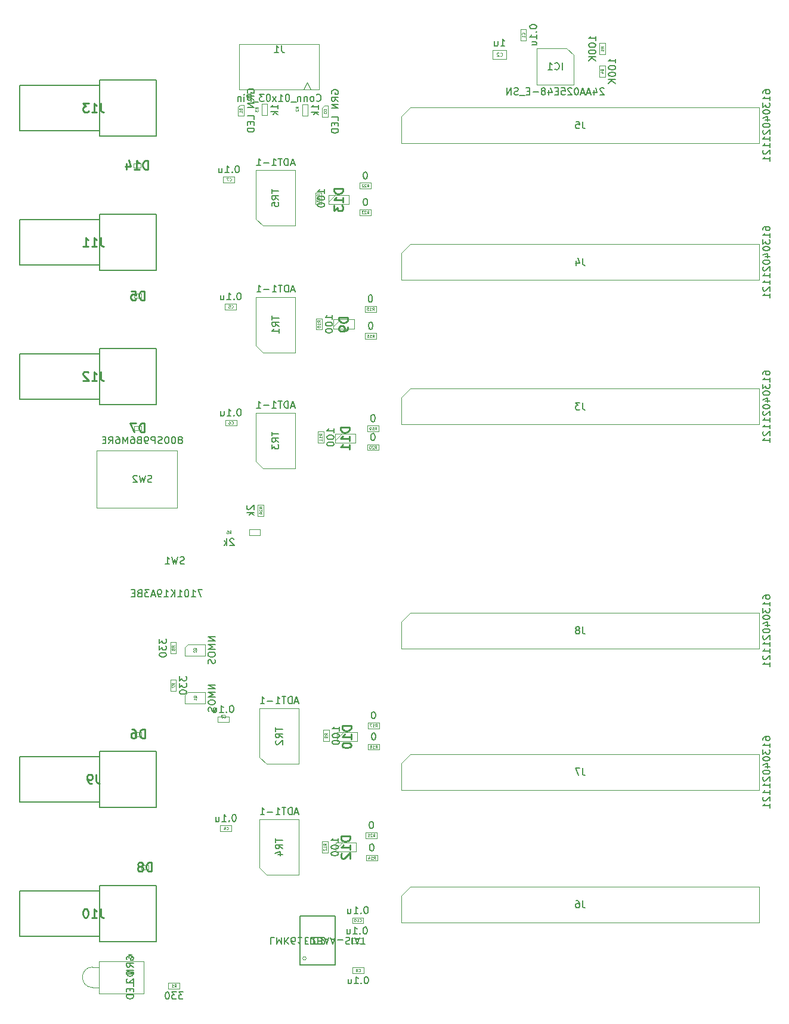
<source format=gbr>
%TF.GenerationSoftware,KiCad,Pcbnew,7.0.10-7.0.10~ubuntu22.04.1*%
%TF.CreationDate,2024-03-14T13:40:30-04:00*%
%TF.ProjectId,dioBreakOutBoard,64696f42-7265-4616-9b4f-7574426f6172,rev?*%
%TF.SameCoordinates,Original*%
%TF.FileFunction,AssemblyDrawing,Bot*%
%FSLAX46Y46*%
G04 Gerber Fmt 4.6, Leading zero omitted, Abs format (unit mm)*
G04 Created by KiCad (PCBNEW 7.0.10-7.0.10~ubuntu22.04.1) date 2024-03-14 13:40:30*
%MOMM*%
%LPD*%
G01*
G04 APERTURE LIST*
%ADD10C,0.254000*%
%ADD11C,0.150000*%
%ADD12C,0.060000*%
%ADD13C,0.080000*%
%ADD14C,0.100000*%
%ADD15C,0.127000*%
%ADD16C,0.200000*%
%ADD17C,0.025400*%
G04 APERTURE END LIST*
D10*
X162774144Y-135090056D02*
X161504144Y-135090056D01*
X161504144Y-135090056D02*
X161504144Y-135392437D01*
X161504144Y-135392437D02*
X161564620Y-135573866D01*
X161564620Y-135573866D02*
X161685572Y-135694818D01*
X161685572Y-135694818D02*
X161806525Y-135755295D01*
X161806525Y-135755295D02*
X162048429Y-135815771D01*
X162048429Y-135815771D02*
X162229858Y-135815771D01*
X162229858Y-135815771D02*
X162471763Y-135755295D01*
X162471763Y-135755295D02*
X162592715Y-135694818D01*
X162592715Y-135694818D02*
X162713668Y-135573866D01*
X162713668Y-135573866D02*
X162774144Y-135392437D01*
X162774144Y-135392437D02*
X162774144Y-135090056D01*
X162774144Y-137025295D02*
X162774144Y-136299580D01*
X162774144Y-136662437D02*
X161504144Y-136662437D01*
X161504144Y-136662437D02*
X161685572Y-136541485D01*
X161685572Y-136541485D02*
X161806525Y-136420533D01*
X161806525Y-136420533D02*
X161867001Y-136299580D01*
X161625096Y-137509104D02*
X161564620Y-137569580D01*
X161564620Y-137569580D02*
X161504144Y-137690533D01*
X161504144Y-137690533D02*
X161504144Y-137992914D01*
X161504144Y-137992914D02*
X161564620Y-138113866D01*
X161564620Y-138113866D02*
X161625096Y-138174342D01*
X161625096Y-138174342D02*
X161746048Y-138234819D01*
X161746048Y-138234819D02*
X161867001Y-138234819D01*
X161867001Y-138234819D02*
X162048429Y-138174342D01*
X162048429Y-138174342D02*
X162774144Y-137448628D01*
X162774144Y-137448628D02*
X162774144Y-138234819D01*
D11*
X165867644Y-132987219D02*
X165772406Y-132987219D01*
X165772406Y-132987219D02*
X165677168Y-133034838D01*
X165677168Y-133034838D02*
X165629549Y-133082457D01*
X165629549Y-133082457D02*
X165581930Y-133177695D01*
X165581930Y-133177695D02*
X165534311Y-133368171D01*
X165534311Y-133368171D02*
X165534311Y-133606266D01*
X165534311Y-133606266D02*
X165581930Y-133796742D01*
X165581930Y-133796742D02*
X165629549Y-133891980D01*
X165629549Y-133891980D02*
X165677168Y-133939600D01*
X165677168Y-133939600D02*
X165772406Y-133987219D01*
X165772406Y-133987219D02*
X165867644Y-133987219D01*
X165867644Y-133987219D02*
X165962882Y-133939600D01*
X165962882Y-133939600D02*
X166010501Y-133891980D01*
X166010501Y-133891980D02*
X166058120Y-133796742D01*
X166058120Y-133796742D02*
X166105739Y-133606266D01*
X166105739Y-133606266D02*
X166105739Y-133368171D01*
X166105739Y-133368171D02*
X166058120Y-133177695D01*
X166058120Y-133177695D02*
X166010501Y-133082457D01*
X166010501Y-133082457D02*
X165962882Y-133034838D01*
X165962882Y-133034838D02*
X165867644Y-132987219D01*
D12*
X166077168Y-135144327D02*
X166210501Y-134953851D01*
X166305739Y-135144327D02*
X166305739Y-134744327D01*
X166305739Y-134744327D02*
X166153358Y-134744327D01*
X166153358Y-134744327D02*
X166115263Y-134763375D01*
X166115263Y-134763375D02*
X166096216Y-134782422D01*
X166096216Y-134782422D02*
X166077168Y-134820518D01*
X166077168Y-134820518D02*
X166077168Y-134877660D01*
X166077168Y-134877660D02*
X166096216Y-134915756D01*
X166096216Y-134915756D02*
X166115263Y-134934803D01*
X166115263Y-134934803D02*
X166153358Y-134953851D01*
X166153358Y-134953851D02*
X166305739Y-134953851D01*
X165924787Y-134782422D02*
X165905739Y-134763375D01*
X165905739Y-134763375D02*
X165867644Y-134744327D01*
X165867644Y-134744327D02*
X165772406Y-134744327D01*
X165772406Y-134744327D02*
X165734311Y-134763375D01*
X165734311Y-134763375D02*
X165715263Y-134782422D01*
X165715263Y-134782422D02*
X165696216Y-134820518D01*
X165696216Y-134820518D02*
X165696216Y-134858613D01*
X165696216Y-134858613D02*
X165715263Y-134915756D01*
X165715263Y-134915756D02*
X165943835Y-135144327D01*
X165943835Y-135144327D02*
X165696216Y-135144327D01*
X165315264Y-135144327D02*
X165543835Y-135144327D01*
X165429549Y-135144327D02*
X165429549Y-134744327D01*
X165429549Y-134744327D02*
X165467645Y-134801470D01*
X165467645Y-134801470D02*
X165505740Y-134839565D01*
X165505740Y-134839565D02*
X165543835Y-134858613D01*
D11*
X154900475Y-74049104D02*
X154424285Y-74049104D01*
X154995713Y-74334819D02*
X154662380Y-73334819D01*
X154662380Y-73334819D02*
X154329047Y-74334819D01*
X153995713Y-74334819D02*
X153995713Y-73334819D01*
X153995713Y-73334819D02*
X153757618Y-73334819D01*
X153757618Y-73334819D02*
X153614761Y-73382438D01*
X153614761Y-73382438D02*
X153519523Y-73477676D01*
X153519523Y-73477676D02*
X153471904Y-73572914D01*
X153471904Y-73572914D02*
X153424285Y-73763390D01*
X153424285Y-73763390D02*
X153424285Y-73906247D01*
X153424285Y-73906247D02*
X153471904Y-74096723D01*
X153471904Y-74096723D02*
X153519523Y-74191961D01*
X153519523Y-74191961D02*
X153614761Y-74287200D01*
X153614761Y-74287200D02*
X153757618Y-74334819D01*
X153757618Y-74334819D02*
X153995713Y-74334819D01*
X153138570Y-73334819D02*
X152567142Y-73334819D01*
X152852856Y-74334819D02*
X152852856Y-73334819D01*
X151709999Y-74334819D02*
X152281427Y-74334819D01*
X151995713Y-74334819D02*
X151995713Y-73334819D01*
X151995713Y-73334819D02*
X152090951Y-73477676D01*
X152090951Y-73477676D02*
X152186189Y-73572914D01*
X152186189Y-73572914D02*
X152281427Y-73620533D01*
X151281427Y-73953866D02*
X150519523Y-73953866D01*
X149519523Y-74334819D02*
X150090951Y-74334819D01*
X149805237Y-74334819D02*
X149805237Y-73334819D01*
X149805237Y-73334819D02*
X149900475Y-73477676D01*
X149900475Y-73477676D02*
X149995713Y-73572914D01*
X149995713Y-73572914D02*
X150090951Y-73620533D01*
X151664819Y-77698095D02*
X151664819Y-78269523D01*
X152664819Y-77983809D02*
X151664819Y-77983809D01*
X152664819Y-79174285D02*
X152188628Y-78840952D01*
X152664819Y-78602857D02*
X151664819Y-78602857D01*
X151664819Y-78602857D02*
X151664819Y-78983809D01*
X151664819Y-78983809D02*
X151712438Y-79079047D01*
X151712438Y-79079047D02*
X151760057Y-79126666D01*
X151760057Y-79126666D02*
X151855295Y-79174285D01*
X151855295Y-79174285D02*
X151998152Y-79174285D01*
X151998152Y-79174285D02*
X152093390Y-79126666D01*
X152093390Y-79126666D02*
X152141009Y-79079047D01*
X152141009Y-79079047D02*
X152188628Y-78983809D01*
X152188628Y-78983809D02*
X152188628Y-78602857D01*
X151664819Y-79507619D02*
X151664819Y-80126666D01*
X151664819Y-80126666D02*
X152045771Y-79793333D01*
X152045771Y-79793333D02*
X152045771Y-79936190D01*
X152045771Y-79936190D02*
X152093390Y-80031428D01*
X152093390Y-80031428D02*
X152141009Y-80079047D01*
X152141009Y-80079047D02*
X152236247Y-80126666D01*
X152236247Y-80126666D02*
X152474342Y-80126666D01*
X152474342Y-80126666D02*
X152569580Y-80079047D01*
X152569580Y-80079047D02*
X152617200Y-80031428D01*
X152617200Y-80031428D02*
X152664819Y-79936190D01*
X152664819Y-79936190D02*
X152664819Y-79650476D01*
X152664819Y-79650476D02*
X152617200Y-79555238D01*
X152617200Y-79555238D02*
X152569580Y-79507619D01*
X148234057Y-88146524D02*
X148186438Y-88194143D01*
X148186438Y-88194143D02*
X148138819Y-88289381D01*
X148138819Y-88289381D02*
X148138819Y-88527476D01*
X148138819Y-88527476D02*
X148186438Y-88622714D01*
X148186438Y-88622714D02*
X148234057Y-88670333D01*
X148234057Y-88670333D02*
X148329295Y-88717952D01*
X148329295Y-88717952D02*
X148424533Y-88717952D01*
X148424533Y-88717952D02*
X148567390Y-88670333D01*
X148567390Y-88670333D02*
X149138819Y-88098905D01*
X149138819Y-88098905D02*
X149138819Y-88717952D01*
X149138819Y-89146524D02*
X148138819Y-89146524D01*
X148757866Y-89241762D02*
X149138819Y-89527476D01*
X148472152Y-89527476D02*
X148853104Y-89146524D01*
D12*
X150295927Y-88579857D02*
X150105451Y-88446524D01*
X150295927Y-88351286D02*
X149895927Y-88351286D01*
X149895927Y-88351286D02*
X149895927Y-88503667D01*
X149895927Y-88503667D02*
X149914975Y-88541762D01*
X149914975Y-88541762D02*
X149934022Y-88560809D01*
X149934022Y-88560809D02*
X149972118Y-88579857D01*
X149972118Y-88579857D02*
X150029260Y-88579857D01*
X150029260Y-88579857D02*
X150067356Y-88560809D01*
X150067356Y-88560809D02*
X150086403Y-88541762D01*
X150086403Y-88541762D02*
X150105451Y-88503667D01*
X150105451Y-88503667D02*
X150105451Y-88351286D01*
X149934022Y-88732238D02*
X149914975Y-88751286D01*
X149914975Y-88751286D02*
X149895927Y-88789381D01*
X149895927Y-88789381D02*
X149895927Y-88884619D01*
X149895927Y-88884619D02*
X149914975Y-88922714D01*
X149914975Y-88922714D02*
X149934022Y-88941762D01*
X149934022Y-88941762D02*
X149972118Y-88960809D01*
X149972118Y-88960809D02*
X150010213Y-88960809D01*
X150010213Y-88960809D02*
X150067356Y-88941762D01*
X150067356Y-88941762D02*
X150295927Y-88713190D01*
X150295927Y-88713190D02*
X150295927Y-88960809D01*
X150029260Y-89303666D02*
X150295927Y-89303666D01*
X149876880Y-89208428D02*
X150162594Y-89113190D01*
X150162594Y-89113190D02*
X150162594Y-89360809D01*
D11*
X143654819Y-113605357D02*
X142654819Y-113605357D01*
X142654819Y-113605357D02*
X143654819Y-114176785D01*
X143654819Y-114176785D02*
X142654819Y-114176785D01*
X143654819Y-114652976D02*
X142654819Y-114652976D01*
X142654819Y-114652976D02*
X143369104Y-114986309D01*
X143369104Y-114986309D02*
X142654819Y-115319642D01*
X142654819Y-115319642D02*
X143654819Y-115319642D01*
X142654819Y-115986309D02*
X142654819Y-116176785D01*
X142654819Y-116176785D02*
X142702438Y-116272023D01*
X142702438Y-116272023D02*
X142797676Y-116367261D01*
X142797676Y-116367261D02*
X142988152Y-116414880D01*
X142988152Y-116414880D02*
X143321485Y-116414880D01*
X143321485Y-116414880D02*
X143511961Y-116367261D01*
X143511961Y-116367261D02*
X143607200Y-116272023D01*
X143607200Y-116272023D02*
X143654819Y-116176785D01*
X143654819Y-116176785D02*
X143654819Y-115986309D01*
X143654819Y-115986309D02*
X143607200Y-115891071D01*
X143607200Y-115891071D02*
X143511961Y-115795833D01*
X143511961Y-115795833D02*
X143321485Y-115748214D01*
X143321485Y-115748214D02*
X142988152Y-115748214D01*
X142988152Y-115748214D02*
X142797676Y-115795833D01*
X142797676Y-115795833D02*
X142702438Y-115891071D01*
X142702438Y-115891071D02*
X142654819Y-115986309D01*
X143607200Y-116795833D02*
X143654819Y-116938690D01*
X143654819Y-116938690D02*
X143654819Y-117176785D01*
X143654819Y-117176785D02*
X143607200Y-117272023D01*
X143607200Y-117272023D02*
X143559580Y-117319642D01*
X143559580Y-117319642D02*
X143464342Y-117367261D01*
X143464342Y-117367261D02*
X143369104Y-117367261D01*
X143369104Y-117367261D02*
X143273866Y-117319642D01*
X143273866Y-117319642D02*
X143226247Y-117272023D01*
X143226247Y-117272023D02*
X143178628Y-117176785D01*
X143178628Y-117176785D02*
X143131009Y-116986309D01*
X143131009Y-116986309D02*
X143083390Y-116891071D01*
X143083390Y-116891071D02*
X143035771Y-116843452D01*
X143035771Y-116843452D02*
X142940533Y-116795833D01*
X142940533Y-116795833D02*
X142845295Y-116795833D01*
X142845295Y-116795833D02*
X142750057Y-116843452D01*
X142750057Y-116843452D02*
X142702438Y-116891071D01*
X142702438Y-116891071D02*
X142654819Y-116986309D01*
X142654819Y-116986309D02*
X142654819Y-117224404D01*
X142654819Y-117224404D02*
X142702438Y-117367261D01*
D12*
X141020022Y-115424404D02*
X141000975Y-115386309D01*
X141000975Y-115386309D02*
X140962880Y-115348214D01*
X140962880Y-115348214D02*
X140905737Y-115291071D01*
X140905737Y-115291071D02*
X140886689Y-115252976D01*
X140886689Y-115252976D02*
X140886689Y-115214880D01*
X140981927Y-115233928D02*
X140962880Y-115195833D01*
X140962880Y-115195833D02*
X140924784Y-115157738D01*
X140924784Y-115157738D02*
X140848594Y-115138690D01*
X140848594Y-115138690D02*
X140715260Y-115138690D01*
X140715260Y-115138690D02*
X140639070Y-115157738D01*
X140639070Y-115157738D02*
X140600975Y-115195833D01*
X140600975Y-115195833D02*
X140581927Y-115233928D01*
X140581927Y-115233928D02*
X140581927Y-115310119D01*
X140581927Y-115310119D02*
X140600975Y-115348214D01*
X140600975Y-115348214D02*
X140639070Y-115386309D01*
X140639070Y-115386309D02*
X140715260Y-115405357D01*
X140715260Y-115405357D02*
X140848594Y-115405357D01*
X140848594Y-115405357D02*
X140924784Y-115386309D01*
X140924784Y-115386309D02*
X140962880Y-115348214D01*
X140962880Y-115348214D02*
X140981927Y-115310119D01*
X140981927Y-115310119D02*
X140981927Y-115233928D01*
X140981927Y-115786309D02*
X140981927Y-115557738D01*
X140981927Y-115672024D02*
X140581927Y-115672024D01*
X140581927Y-115672024D02*
X140639070Y-115633928D01*
X140639070Y-115633928D02*
X140677165Y-115595833D01*
X140677165Y-115595833D02*
X140696213Y-115557738D01*
D11*
X139085713Y-157184819D02*
X138466666Y-157184819D01*
X138466666Y-157184819D02*
X138799999Y-157565771D01*
X138799999Y-157565771D02*
X138657142Y-157565771D01*
X138657142Y-157565771D02*
X138561904Y-157613390D01*
X138561904Y-157613390D02*
X138514285Y-157661009D01*
X138514285Y-157661009D02*
X138466666Y-157756247D01*
X138466666Y-157756247D02*
X138466666Y-157994342D01*
X138466666Y-157994342D02*
X138514285Y-158089580D01*
X138514285Y-158089580D02*
X138561904Y-158137200D01*
X138561904Y-158137200D02*
X138657142Y-158184819D01*
X138657142Y-158184819D02*
X138942856Y-158184819D01*
X138942856Y-158184819D02*
X139038094Y-158137200D01*
X139038094Y-158137200D02*
X139085713Y-158089580D01*
X138133332Y-157184819D02*
X137514285Y-157184819D01*
X137514285Y-157184819D02*
X137847618Y-157565771D01*
X137847618Y-157565771D02*
X137704761Y-157565771D01*
X137704761Y-157565771D02*
X137609523Y-157613390D01*
X137609523Y-157613390D02*
X137561904Y-157661009D01*
X137561904Y-157661009D02*
X137514285Y-157756247D01*
X137514285Y-157756247D02*
X137514285Y-157994342D01*
X137514285Y-157994342D02*
X137561904Y-158089580D01*
X137561904Y-158089580D02*
X137609523Y-158137200D01*
X137609523Y-158137200D02*
X137704761Y-158184819D01*
X137704761Y-158184819D02*
X137990475Y-158184819D01*
X137990475Y-158184819D02*
X138085713Y-158137200D01*
X138085713Y-158137200D02*
X138133332Y-158089580D01*
X136895237Y-157184819D02*
X136799999Y-157184819D01*
X136799999Y-157184819D02*
X136704761Y-157232438D01*
X136704761Y-157232438D02*
X136657142Y-157280057D01*
X136657142Y-157280057D02*
X136609523Y-157375295D01*
X136609523Y-157375295D02*
X136561904Y-157565771D01*
X136561904Y-157565771D02*
X136561904Y-157803866D01*
X136561904Y-157803866D02*
X136609523Y-157994342D01*
X136609523Y-157994342D02*
X136657142Y-158089580D01*
X136657142Y-158089580D02*
X136704761Y-158137200D01*
X136704761Y-158137200D02*
X136799999Y-158184819D01*
X136799999Y-158184819D02*
X136895237Y-158184819D01*
X136895237Y-158184819D02*
X136990475Y-158137200D01*
X136990475Y-158137200D02*
X137038094Y-158089580D01*
X137038094Y-158089580D02*
X137085713Y-157994342D01*
X137085713Y-157994342D02*
X137133332Y-157803866D01*
X137133332Y-157803866D02*
X137133332Y-157565771D01*
X137133332Y-157565771D02*
X137085713Y-157375295D01*
X137085713Y-157375295D02*
X137038094Y-157280057D01*
X137038094Y-157280057D02*
X136990475Y-157232438D01*
X136990475Y-157232438D02*
X136895237Y-157184819D01*
D12*
X137866666Y-156481927D02*
X137999999Y-156291451D01*
X138095237Y-156481927D02*
X138095237Y-156081927D01*
X138095237Y-156081927D02*
X137942856Y-156081927D01*
X137942856Y-156081927D02*
X137904761Y-156100975D01*
X137904761Y-156100975D02*
X137885714Y-156120022D01*
X137885714Y-156120022D02*
X137866666Y-156158118D01*
X137866666Y-156158118D02*
X137866666Y-156215260D01*
X137866666Y-156215260D02*
X137885714Y-156253356D01*
X137885714Y-156253356D02*
X137904761Y-156272403D01*
X137904761Y-156272403D02*
X137942856Y-156291451D01*
X137942856Y-156291451D02*
X138095237Y-156291451D01*
X137485714Y-156481927D02*
X137714285Y-156481927D01*
X137599999Y-156481927D02*
X137599999Y-156081927D01*
X137599999Y-156081927D02*
X137638095Y-156139070D01*
X137638095Y-156139070D02*
X137676190Y-156177165D01*
X137676190Y-156177165D02*
X137714285Y-156196213D01*
D11*
X154900475Y-39629104D02*
X154424285Y-39629104D01*
X154995713Y-39914819D02*
X154662380Y-38914819D01*
X154662380Y-38914819D02*
X154329047Y-39914819D01*
X153995713Y-39914819D02*
X153995713Y-38914819D01*
X153995713Y-38914819D02*
X153757618Y-38914819D01*
X153757618Y-38914819D02*
X153614761Y-38962438D01*
X153614761Y-38962438D02*
X153519523Y-39057676D01*
X153519523Y-39057676D02*
X153471904Y-39152914D01*
X153471904Y-39152914D02*
X153424285Y-39343390D01*
X153424285Y-39343390D02*
X153424285Y-39486247D01*
X153424285Y-39486247D02*
X153471904Y-39676723D01*
X153471904Y-39676723D02*
X153519523Y-39771961D01*
X153519523Y-39771961D02*
X153614761Y-39867200D01*
X153614761Y-39867200D02*
X153757618Y-39914819D01*
X153757618Y-39914819D02*
X153995713Y-39914819D01*
X153138570Y-38914819D02*
X152567142Y-38914819D01*
X152852856Y-39914819D02*
X152852856Y-38914819D01*
X151709999Y-39914819D02*
X152281427Y-39914819D01*
X151995713Y-39914819D02*
X151995713Y-38914819D01*
X151995713Y-38914819D02*
X152090951Y-39057676D01*
X152090951Y-39057676D02*
X152186189Y-39152914D01*
X152186189Y-39152914D02*
X152281427Y-39200533D01*
X151281427Y-39533866D02*
X150519523Y-39533866D01*
X149519523Y-39914819D02*
X150090951Y-39914819D01*
X149805237Y-39914819D02*
X149805237Y-38914819D01*
X149805237Y-38914819D02*
X149900475Y-39057676D01*
X149900475Y-39057676D02*
X149995713Y-39152914D01*
X149995713Y-39152914D02*
X150090951Y-39200533D01*
X151664819Y-43278095D02*
X151664819Y-43849523D01*
X152664819Y-43563809D02*
X151664819Y-43563809D01*
X152664819Y-44754285D02*
X152188628Y-44420952D01*
X152664819Y-44182857D02*
X151664819Y-44182857D01*
X151664819Y-44182857D02*
X151664819Y-44563809D01*
X151664819Y-44563809D02*
X151712438Y-44659047D01*
X151712438Y-44659047D02*
X151760057Y-44706666D01*
X151760057Y-44706666D02*
X151855295Y-44754285D01*
X151855295Y-44754285D02*
X151998152Y-44754285D01*
X151998152Y-44754285D02*
X152093390Y-44706666D01*
X152093390Y-44706666D02*
X152141009Y-44659047D01*
X152141009Y-44659047D02*
X152188628Y-44563809D01*
X152188628Y-44563809D02*
X152188628Y-44182857D01*
X151664819Y-45659047D02*
X151664819Y-45182857D01*
X151664819Y-45182857D02*
X152141009Y-45135238D01*
X152141009Y-45135238D02*
X152093390Y-45182857D01*
X152093390Y-45182857D02*
X152045771Y-45278095D01*
X152045771Y-45278095D02*
X152045771Y-45516190D01*
X152045771Y-45516190D02*
X152093390Y-45611428D01*
X152093390Y-45611428D02*
X152141009Y-45659047D01*
X152141009Y-45659047D02*
X152236247Y-45706666D01*
X152236247Y-45706666D02*
X152474342Y-45706666D01*
X152474342Y-45706666D02*
X152569580Y-45659047D01*
X152569580Y-45659047D02*
X152617200Y-45611428D01*
X152617200Y-45611428D02*
X152664819Y-45516190D01*
X152664819Y-45516190D02*
X152664819Y-45278095D01*
X152664819Y-45278095D02*
X152617200Y-45182857D01*
X152617200Y-45182857D02*
X152569580Y-45135238D01*
X161274845Y-120135733D02*
X161274845Y-119564305D01*
X161274845Y-119850019D02*
X160274845Y-119850019D01*
X160274845Y-119850019D02*
X160417702Y-119754781D01*
X160417702Y-119754781D02*
X160512940Y-119659543D01*
X160512940Y-119659543D02*
X160560559Y-119564305D01*
X160274845Y-120754781D02*
X160274845Y-120850019D01*
X160274845Y-120850019D02*
X160322464Y-120945257D01*
X160322464Y-120945257D02*
X160370083Y-120992876D01*
X160370083Y-120992876D02*
X160465321Y-121040495D01*
X160465321Y-121040495D02*
X160655797Y-121088114D01*
X160655797Y-121088114D02*
X160893892Y-121088114D01*
X160893892Y-121088114D02*
X161084368Y-121040495D01*
X161084368Y-121040495D02*
X161179606Y-120992876D01*
X161179606Y-120992876D02*
X161227226Y-120945257D01*
X161227226Y-120945257D02*
X161274845Y-120850019D01*
X161274845Y-120850019D02*
X161274845Y-120754781D01*
X161274845Y-120754781D02*
X161227226Y-120659543D01*
X161227226Y-120659543D02*
X161179606Y-120611924D01*
X161179606Y-120611924D02*
X161084368Y-120564305D01*
X161084368Y-120564305D02*
X160893892Y-120516686D01*
X160893892Y-120516686D02*
X160655797Y-120516686D01*
X160655797Y-120516686D02*
X160465321Y-120564305D01*
X160465321Y-120564305D02*
X160370083Y-120611924D01*
X160370083Y-120611924D02*
X160322464Y-120659543D01*
X160322464Y-120659543D02*
X160274845Y-120754781D01*
X160274845Y-121707162D02*
X160274845Y-121802400D01*
X160274845Y-121802400D02*
X160322464Y-121897638D01*
X160322464Y-121897638D02*
X160370083Y-121945257D01*
X160370083Y-121945257D02*
X160465321Y-121992876D01*
X160465321Y-121992876D02*
X160655797Y-122040495D01*
X160655797Y-122040495D02*
X160893892Y-122040495D01*
X160893892Y-122040495D02*
X161084368Y-121992876D01*
X161084368Y-121992876D02*
X161179606Y-121945257D01*
X161179606Y-121945257D02*
X161227226Y-121897638D01*
X161227226Y-121897638D02*
X161274845Y-121802400D01*
X161274845Y-121802400D02*
X161274845Y-121707162D01*
X161274845Y-121707162D02*
X161227226Y-121611924D01*
X161227226Y-121611924D02*
X161179606Y-121564305D01*
X161179606Y-121564305D02*
X161084368Y-121516686D01*
X161084368Y-121516686D02*
X160893892Y-121469067D01*
X160893892Y-121469067D02*
X160655797Y-121469067D01*
X160655797Y-121469067D02*
X160465321Y-121516686D01*
X160465321Y-121516686D02*
X160370083Y-121564305D01*
X160370083Y-121564305D02*
X160322464Y-121611924D01*
X160322464Y-121611924D02*
X160274845Y-121707162D01*
D12*
X159571953Y-120735733D02*
X159381477Y-120602400D01*
X159571953Y-120507162D02*
X159171953Y-120507162D01*
X159171953Y-120507162D02*
X159171953Y-120659543D01*
X159171953Y-120659543D02*
X159191001Y-120697638D01*
X159191001Y-120697638D02*
X159210048Y-120716685D01*
X159210048Y-120716685D02*
X159248144Y-120735733D01*
X159248144Y-120735733D02*
X159305286Y-120735733D01*
X159305286Y-120735733D02*
X159343382Y-120716685D01*
X159343382Y-120716685D02*
X159362429Y-120697638D01*
X159362429Y-120697638D02*
X159381477Y-120659543D01*
X159381477Y-120659543D02*
X159381477Y-120507162D01*
X159571953Y-120926209D02*
X159571953Y-121002400D01*
X159571953Y-121002400D02*
X159552906Y-121040495D01*
X159552906Y-121040495D02*
X159533858Y-121059543D01*
X159533858Y-121059543D02*
X159476715Y-121097638D01*
X159476715Y-121097638D02*
X159400525Y-121116685D01*
X159400525Y-121116685D02*
X159248144Y-121116685D01*
X159248144Y-121116685D02*
X159210048Y-121097638D01*
X159210048Y-121097638D02*
X159191001Y-121078590D01*
X159191001Y-121078590D02*
X159171953Y-121040495D01*
X159171953Y-121040495D02*
X159171953Y-120964304D01*
X159171953Y-120964304D02*
X159191001Y-120926209D01*
X159191001Y-120926209D02*
X159210048Y-120907162D01*
X159210048Y-120907162D02*
X159248144Y-120888114D01*
X159248144Y-120888114D02*
X159343382Y-120888114D01*
X159343382Y-120888114D02*
X159381477Y-120907162D01*
X159381477Y-120907162D02*
X159400525Y-120926209D01*
X159400525Y-120926209D02*
X159419572Y-120964304D01*
X159419572Y-120964304D02*
X159419572Y-121040495D01*
X159419572Y-121040495D02*
X159400525Y-121078590D01*
X159400525Y-121078590D02*
X159381477Y-121097638D01*
X159381477Y-121097638D02*
X159343382Y-121116685D01*
D11*
X195811733Y-144234819D02*
X195811733Y-144949104D01*
X195811733Y-144949104D02*
X195859352Y-145091961D01*
X195859352Y-145091961D02*
X195954590Y-145187200D01*
X195954590Y-145187200D02*
X196097447Y-145234819D01*
X196097447Y-145234819D02*
X196192685Y-145234819D01*
X194906971Y-144234819D02*
X195097447Y-144234819D01*
X195097447Y-144234819D02*
X195192685Y-144282438D01*
X195192685Y-144282438D02*
X195240304Y-144330057D01*
X195240304Y-144330057D02*
X195335542Y-144472914D01*
X195335542Y-144472914D02*
X195383161Y-144663390D01*
X195383161Y-144663390D02*
X195383161Y-145044342D01*
X195383161Y-145044342D02*
X195335542Y-145139580D01*
X195335542Y-145139580D02*
X195287923Y-145187200D01*
X195287923Y-145187200D02*
X195192685Y-145234819D01*
X195192685Y-145234819D02*
X195002209Y-145234819D01*
X195002209Y-145234819D02*
X194906971Y-145187200D01*
X194906971Y-145187200D02*
X194859352Y-145139580D01*
X194859352Y-145139580D02*
X194811733Y-145044342D01*
X194811733Y-145044342D02*
X194811733Y-144806247D01*
X194811733Y-144806247D02*
X194859352Y-144711009D01*
X194859352Y-144711009D02*
X194906971Y-144663390D01*
X194906971Y-144663390D02*
X195002209Y-144615771D01*
X195002209Y-144615771D02*
X195192685Y-144615771D01*
X195192685Y-144615771D02*
X195287923Y-144663390D01*
X195287923Y-144663390D02*
X195335542Y-144711009D01*
X195335542Y-144711009D02*
X195383161Y-144806247D01*
X135709819Y-107089286D02*
X135709819Y-107708333D01*
X135709819Y-107708333D02*
X136090771Y-107375000D01*
X136090771Y-107375000D02*
X136090771Y-107517857D01*
X136090771Y-107517857D02*
X136138390Y-107613095D01*
X136138390Y-107613095D02*
X136186009Y-107660714D01*
X136186009Y-107660714D02*
X136281247Y-107708333D01*
X136281247Y-107708333D02*
X136519342Y-107708333D01*
X136519342Y-107708333D02*
X136614580Y-107660714D01*
X136614580Y-107660714D02*
X136662200Y-107613095D01*
X136662200Y-107613095D02*
X136709819Y-107517857D01*
X136709819Y-107517857D02*
X136709819Y-107232143D01*
X136709819Y-107232143D02*
X136662200Y-107136905D01*
X136662200Y-107136905D02*
X136614580Y-107089286D01*
X135709819Y-108041667D02*
X135709819Y-108660714D01*
X135709819Y-108660714D02*
X136090771Y-108327381D01*
X136090771Y-108327381D02*
X136090771Y-108470238D01*
X136090771Y-108470238D02*
X136138390Y-108565476D01*
X136138390Y-108565476D02*
X136186009Y-108613095D01*
X136186009Y-108613095D02*
X136281247Y-108660714D01*
X136281247Y-108660714D02*
X136519342Y-108660714D01*
X136519342Y-108660714D02*
X136614580Y-108613095D01*
X136614580Y-108613095D02*
X136662200Y-108565476D01*
X136662200Y-108565476D02*
X136709819Y-108470238D01*
X136709819Y-108470238D02*
X136709819Y-108184524D01*
X136709819Y-108184524D02*
X136662200Y-108089286D01*
X136662200Y-108089286D02*
X136614580Y-108041667D01*
X135709819Y-109279762D02*
X135709819Y-109375000D01*
X135709819Y-109375000D02*
X135757438Y-109470238D01*
X135757438Y-109470238D02*
X135805057Y-109517857D01*
X135805057Y-109517857D02*
X135900295Y-109565476D01*
X135900295Y-109565476D02*
X136090771Y-109613095D01*
X136090771Y-109613095D02*
X136328866Y-109613095D01*
X136328866Y-109613095D02*
X136519342Y-109565476D01*
X136519342Y-109565476D02*
X136614580Y-109517857D01*
X136614580Y-109517857D02*
X136662200Y-109470238D01*
X136662200Y-109470238D02*
X136709819Y-109375000D01*
X136709819Y-109375000D02*
X136709819Y-109279762D01*
X136709819Y-109279762D02*
X136662200Y-109184524D01*
X136662200Y-109184524D02*
X136614580Y-109136905D01*
X136614580Y-109136905D02*
X136519342Y-109089286D01*
X136519342Y-109089286D02*
X136328866Y-109041667D01*
X136328866Y-109041667D02*
X136090771Y-109041667D01*
X136090771Y-109041667D02*
X135900295Y-109089286D01*
X135900295Y-109089286D02*
X135805057Y-109136905D01*
X135805057Y-109136905D02*
X135757438Y-109184524D01*
X135757438Y-109184524D02*
X135709819Y-109279762D01*
D12*
X137866927Y-108308333D02*
X137676451Y-108175000D01*
X137866927Y-108079762D02*
X137466927Y-108079762D01*
X137466927Y-108079762D02*
X137466927Y-108232143D01*
X137466927Y-108232143D02*
X137485975Y-108270238D01*
X137485975Y-108270238D02*
X137505022Y-108289285D01*
X137505022Y-108289285D02*
X137543118Y-108308333D01*
X137543118Y-108308333D02*
X137600260Y-108308333D01*
X137600260Y-108308333D02*
X137638356Y-108289285D01*
X137638356Y-108289285D02*
X137657403Y-108270238D01*
X137657403Y-108270238D02*
X137676451Y-108232143D01*
X137676451Y-108232143D02*
X137676451Y-108079762D01*
X137638356Y-108536904D02*
X137619308Y-108498809D01*
X137619308Y-108498809D02*
X137600260Y-108479762D01*
X137600260Y-108479762D02*
X137562165Y-108460714D01*
X137562165Y-108460714D02*
X137543118Y-108460714D01*
X137543118Y-108460714D02*
X137505022Y-108479762D01*
X137505022Y-108479762D02*
X137485975Y-108498809D01*
X137485975Y-108498809D02*
X137466927Y-108536904D01*
X137466927Y-108536904D02*
X137466927Y-108613095D01*
X137466927Y-108613095D02*
X137485975Y-108651190D01*
X137485975Y-108651190D02*
X137505022Y-108670238D01*
X137505022Y-108670238D02*
X137543118Y-108689285D01*
X137543118Y-108689285D02*
X137562165Y-108689285D01*
X137562165Y-108689285D02*
X137600260Y-108670238D01*
X137600260Y-108670238D02*
X137619308Y-108651190D01*
X137619308Y-108651190D02*
X137638356Y-108613095D01*
X137638356Y-108613095D02*
X137638356Y-108536904D01*
X137638356Y-108536904D02*
X137657403Y-108498809D01*
X137657403Y-108498809D02*
X137676451Y-108479762D01*
X137676451Y-108479762D02*
X137714546Y-108460714D01*
X137714546Y-108460714D02*
X137790737Y-108460714D01*
X137790737Y-108460714D02*
X137828832Y-108479762D01*
X137828832Y-108479762D02*
X137847880Y-108498809D01*
X137847880Y-108498809D02*
X137866927Y-108536904D01*
X137866927Y-108536904D02*
X137866927Y-108613095D01*
X137866927Y-108613095D02*
X137847880Y-108651190D01*
X137847880Y-108651190D02*
X137828832Y-108670238D01*
X137828832Y-108670238D02*
X137790737Y-108689285D01*
X137790737Y-108689285D02*
X137714546Y-108689285D01*
X137714546Y-108689285D02*
X137676451Y-108670238D01*
X137676451Y-108670238D02*
X137657403Y-108651190D01*
X137657403Y-108651190D02*
X137638356Y-108613095D01*
D10*
X161774318Y-43207856D02*
X160504318Y-43207856D01*
X160504318Y-43207856D02*
X160504318Y-43510237D01*
X160504318Y-43510237D02*
X160564794Y-43691666D01*
X160564794Y-43691666D02*
X160685746Y-43812618D01*
X160685746Y-43812618D02*
X160806699Y-43873095D01*
X160806699Y-43873095D02*
X161048603Y-43933571D01*
X161048603Y-43933571D02*
X161230032Y-43933571D01*
X161230032Y-43933571D02*
X161471937Y-43873095D01*
X161471937Y-43873095D02*
X161592889Y-43812618D01*
X161592889Y-43812618D02*
X161713842Y-43691666D01*
X161713842Y-43691666D02*
X161774318Y-43510237D01*
X161774318Y-43510237D02*
X161774318Y-43207856D01*
X161774318Y-45143095D02*
X161774318Y-44417380D01*
X161774318Y-44780237D02*
X160504318Y-44780237D01*
X160504318Y-44780237D02*
X160685746Y-44659285D01*
X160685746Y-44659285D02*
X160806699Y-44538333D01*
X160806699Y-44538333D02*
X160867175Y-44417380D01*
X160504318Y-45566428D02*
X160504318Y-46352619D01*
X160504318Y-46352619D02*
X160988127Y-45929285D01*
X160988127Y-45929285D02*
X160988127Y-46110714D01*
X160988127Y-46110714D02*
X161048603Y-46231666D01*
X161048603Y-46231666D02*
X161109080Y-46292142D01*
X161109080Y-46292142D02*
X161230032Y-46352619D01*
X161230032Y-46352619D02*
X161532413Y-46352619D01*
X161532413Y-46352619D02*
X161653365Y-46292142D01*
X161653365Y-46292142D02*
X161713842Y-46231666D01*
X161713842Y-46231666D02*
X161774318Y-46110714D01*
X161774318Y-46110714D02*
X161774318Y-45747857D01*
X161774318Y-45747857D02*
X161713842Y-45626904D01*
X161713842Y-45626904D02*
X161653365Y-45566428D01*
X133587381Y-58994318D02*
X133587381Y-57724318D01*
X133587381Y-57724318D02*
X133285000Y-57724318D01*
X133285000Y-57724318D02*
X133103571Y-57784794D01*
X133103571Y-57784794D02*
X132982619Y-57905746D01*
X132982619Y-57905746D02*
X132922142Y-58026699D01*
X132922142Y-58026699D02*
X132861666Y-58268603D01*
X132861666Y-58268603D02*
X132861666Y-58450032D01*
X132861666Y-58450032D02*
X132922142Y-58691937D01*
X132922142Y-58691937D02*
X132982619Y-58812889D01*
X132982619Y-58812889D02*
X133103571Y-58933842D01*
X133103571Y-58933842D02*
X133285000Y-58994318D01*
X133285000Y-58994318D02*
X133587381Y-58994318D01*
X131712619Y-57724318D02*
X132317381Y-57724318D01*
X132317381Y-57724318D02*
X132377857Y-58329080D01*
X132377857Y-58329080D02*
X132317381Y-58268603D01*
X132317381Y-58268603D02*
X132196428Y-58208127D01*
X132196428Y-58208127D02*
X131894047Y-58208127D01*
X131894047Y-58208127D02*
X131773095Y-58268603D01*
X131773095Y-58268603D02*
X131712619Y-58329080D01*
X131712619Y-58329080D02*
X131652142Y-58450032D01*
X131652142Y-58450032D02*
X131652142Y-58752413D01*
X131652142Y-58752413D02*
X131712619Y-58873365D01*
X131712619Y-58873365D02*
X131773095Y-58933842D01*
X131773095Y-58933842D02*
X131894047Y-58994318D01*
X131894047Y-58994318D02*
X132196428Y-58994318D01*
X132196428Y-58994318D02*
X132317381Y-58933842D01*
X132317381Y-58933842D02*
X132377857Y-58873365D01*
D11*
X146014285Y-116504819D02*
X145919047Y-116504819D01*
X145919047Y-116504819D02*
X145823809Y-116552438D01*
X145823809Y-116552438D02*
X145776190Y-116600057D01*
X145776190Y-116600057D02*
X145728571Y-116695295D01*
X145728571Y-116695295D02*
X145680952Y-116885771D01*
X145680952Y-116885771D02*
X145680952Y-117123866D01*
X145680952Y-117123866D02*
X145728571Y-117314342D01*
X145728571Y-117314342D02*
X145776190Y-117409580D01*
X145776190Y-117409580D02*
X145823809Y-117457200D01*
X145823809Y-117457200D02*
X145919047Y-117504819D01*
X145919047Y-117504819D02*
X146014285Y-117504819D01*
X146014285Y-117504819D02*
X146109523Y-117457200D01*
X146109523Y-117457200D02*
X146157142Y-117409580D01*
X146157142Y-117409580D02*
X146204761Y-117314342D01*
X146204761Y-117314342D02*
X146252380Y-117123866D01*
X146252380Y-117123866D02*
X146252380Y-116885771D01*
X146252380Y-116885771D02*
X146204761Y-116695295D01*
X146204761Y-116695295D02*
X146157142Y-116600057D01*
X146157142Y-116600057D02*
X146109523Y-116552438D01*
X146109523Y-116552438D02*
X146014285Y-116504819D01*
X145252380Y-117409580D02*
X145204761Y-117457200D01*
X145204761Y-117457200D02*
X145252380Y-117504819D01*
X145252380Y-117504819D02*
X145299999Y-117457200D01*
X145299999Y-117457200D02*
X145252380Y-117409580D01*
X145252380Y-117409580D02*
X145252380Y-117504819D01*
X144252381Y-117504819D02*
X144823809Y-117504819D01*
X144538095Y-117504819D02*
X144538095Y-116504819D01*
X144538095Y-116504819D02*
X144633333Y-116647676D01*
X144633333Y-116647676D02*
X144728571Y-116742914D01*
X144728571Y-116742914D02*
X144823809Y-116790533D01*
X143395238Y-116838152D02*
X143395238Y-117504819D01*
X143823809Y-116838152D02*
X143823809Y-117361961D01*
X143823809Y-117361961D02*
X143776190Y-117457200D01*
X143776190Y-117457200D02*
X143680952Y-117504819D01*
X143680952Y-117504819D02*
X143538095Y-117504819D01*
X143538095Y-117504819D02*
X143442857Y-117457200D01*
X143442857Y-117457200D02*
X143395238Y-117409580D01*
D12*
X144866666Y-118223832D02*
X144885714Y-118242880D01*
X144885714Y-118242880D02*
X144942856Y-118261927D01*
X144942856Y-118261927D02*
X144980952Y-118261927D01*
X144980952Y-118261927D02*
X145038095Y-118242880D01*
X145038095Y-118242880D02*
X145076190Y-118204784D01*
X145076190Y-118204784D02*
X145095237Y-118166689D01*
X145095237Y-118166689D02*
X145114285Y-118090499D01*
X145114285Y-118090499D02*
X145114285Y-118033356D01*
X145114285Y-118033356D02*
X145095237Y-117957165D01*
X145095237Y-117957165D02*
X145076190Y-117919070D01*
X145076190Y-117919070D02*
X145038095Y-117880975D01*
X145038095Y-117880975D02*
X144980952Y-117861927D01*
X144980952Y-117861927D02*
X144942856Y-117861927D01*
X144942856Y-117861927D02*
X144885714Y-117880975D01*
X144885714Y-117880975D02*
X144866666Y-117900022D01*
X144733333Y-117861927D02*
X144485714Y-117861927D01*
X144485714Y-117861927D02*
X144619047Y-118014308D01*
X144619047Y-118014308D02*
X144561904Y-118014308D01*
X144561904Y-118014308D02*
X144523809Y-118033356D01*
X144523809Y-118033356D02*
X144504761Y-118052403D01*
X144504761Y-118052403D02*
X144485714Y-118090499D01*
X144485714Y-118090499D02*
X144485714Y-118185737D01*
X144485714Y-118185737D02*
X144504761Y-118223832D01*
X144504761Y-118223832D02*
X144523809Y-118242880D01*
X144523809Y-118242880D02*
X144561904Y-118261927D01*
X144561904Y-118261927D02*
X144676190Y-118261927D01*
X144676190Y-118261927D02*
X144714285Y-118242880D01*
X144714285Y-118242880D02*
X144733333Y-118223832D01*
D11*
X166187618Y-120414819D02*
X166092380Y-120414819D01*
X166092380Y-120414819D02*
X165997142Y-120462438D01*
X165997142Y-120462438D02*
X165949523Y-120510057D01*
X165949523Y-120510057D02*
X165901904Y-120605295D01*
X165901904Y-120605295D02*
X165854285Y-120795771D01*
X165854285Y-120795771D02*
X165854285Y-121033866D01*
X165854285Y-121033866D02*
X165901904Y-121224342D01*
X165901904Y-121224342D02*
X165949523Y-121319580D01*
X165949523Y-121319580D02*
X165997142Y-121367200D01*
X165997142Y-121367200D02*
X166092380Y-121414819D01*
X166092380Y-121414819D02*
X166187618Y-121414819D01*
X166187618Y-121414819D02*
X166282856Y-121367200D01*
X166282856Y-121367200D02*
X166330475Y-121319580D01*
X166330475Y-121319580D02*
X166378094Y-121224342D01*
X166378094Y-121224342D02*
X166425713Y-121033866D01*
X166425713Y-121033866D02*
X166425713Y-120795771D01*
X166425713Y-120795771D02*
X166378094Y-120605295D01*
X166378094Y-120605295D02*
X166330475Y-120510057D01*
X166330475Y-120510057D02*
X166282856Y-120462438D01*
X166282856Y-120462438D02*
X166187618Y-120414819D01*
D12*
X166397142Y-122571927D02*
X166530475Y-122381451D01*
X166625713Y-122571927D02*
X166625713Y-122171927D01*
X166625713Y-122171927D02*
X166473332Y-122171927D01*
X166473332Y-122171927D02*
X166435237Y-122190975D01*
X166435237Y-122190975D02*
X166416190Y-122210022D01*
X166416190Y-122210022D02*
X166397142Y-122248118D01*
X166397142Y-122248118D02*
X166397142Y-122305260D01*
X166397142Y-122305260D02*
X166416190Y-122343356D01*
X166416190Y-122343356D02*
X166435237Y-122362403D01*
X166435237Y-122362403D02*
X166473332Y-122381451D01*
X166473332Y-122381451D02*
X166625713Y-122381451D01*
X166016190Y-122571927D02*
X166244761Y-122571927D01*
X166130475Y-122571927D02*
X166130475Y-122171927D01*
X166130475Y-122171927D02*
X166168571Y-122229070D01*
X166168571Y-122229070D02*
X166206666Y-122267165D01*
X166206666Y-122267165D02*
X166244761Y-122286213D01*
X165787619Y-122343356D02*
X165825714Y-122324308D01*
X165825714Y-122324308D02*
X165844761Y-122305260D01*
X165844761Y-122305260D02*
X165863809Y-122267165D01*
X165863809Y-122267165D02*
X165863809Y-122248118D01*
X165863809Y-122248118D02*
X165844761Y-122210022D01*
X165844761Y-122210022D02*
X165825714Y-122190975D01*
X165825714Y-122190975D02*
X165787619Y-122171927D01*
X165787619Y-122171927D02*
X165711428Y-122171927D01*
X165711428Y-122171927D02*
X165673333Y-122190975D01*
X165673333Y-122190975D02*
X165654285Y-122210022D01*
X165654285Y-122210022D02*
X165635238Y-122248118D01*
X165635238Y-122248118D02*
X165635238Y-122267165D01*
X165635238Y-122267165D02*
X165654285Y-122305260D01*
X165654285Y-122305260D02*
X165673333Y-122324308D01*
X165673333Y-122324308D02*
X165711428Y-122343356D01*
X165711428Y-122343356D02*
X165787619Y-122343356D01*
X165787619Y-122343356D02*
X165825714Y-122362403D01*
X165825714Y-122362403D02*
X165844761Y-122381451D01*
X165844761Y-122381451D02*
X165863809Y-122419546D01*
X165863809Y-122419546D02*
X165863809Y-122495737D01*
X165863809Y-122495737D02*
X165844761Y-122533832D01*
X165844761Y-122533832D02*
X165825714Y-122552880D01*
X165825714Y-122552880D02*
X165787619Y-122571927D01*
X165787619Y-122571927D02*
X165711428Y-122571927D01*
X165711428Y-122571927D02*
X165673333Y-122552880D01*
X165673333Y-122552880D02*
X165654285Y-122533832D01*
X165654285Y-122533832D02*
X165635238Y-122495737D01*
X165635238Y-122495737D02*
X165635238Y-122419546D01*
X165635238Y-122419546D02*
X165654285Y-122381451D01*
X165654285Y-122381451D02*
X165673333Y-122362403D01*
X165673333Y-122362403D02*
X165711428Y-122343356D01*
D11*
X165772618Y-62144819D02*
X165677380Y-62144819D01*
X165677380Y-62144819D02*
X165582142Y-62192438D01*
X165582142Y-62192438D02*
X165534523Y-62240057D01*
X165534523Y-62240057D02*
X165486904Y-62335295D01*
X165486904Y-62335295D02*
X165439285Y-62525771D01*
X165439285Y-62525771D02*
X165439285Y-62763866D01*
X165439285Y-62763866D02*
X165486904Y-62954342D01*
X165486904Y-62954342D02*
X165534523Y-63049580D01*
X165534523Y-63049580D02*
X165582142Y-63097200D01*
X165582142Y-63097200D02*
X165677380Y-63144819D01*
X165677380Y-63144819D02*
X165772618Y-63144819D01*
X165772618Y-63144819D02*
X165867856Y-63097200D01*
X165867856Y-63097200D02*
X165915475Y-63049580D01*
X165915475Y-63049580D02*
X165963094Y-62954342D01*
X165963094Y-62954342D02*
X166010713Y-62763866D01*
X166010713Y-62763866D02*
X166010713Y-62525771D01*
X166010713Y-62525771D02*
X165963094Y-62335295D01*
X165963094Y-62335295D02*
X165915475Y-62240057D01*
X165915475Y-62240057D02*
X165867856Y-62192438D01*
X165867856Y-62192438D02*
X165772618Y-62144819D01*
D12*
X165982142Y-64301927D02*
X166115475Y-64111451D01*
X166210713Y-64301927D02*
X166210713Y-63901927D01*
X166210713Y-63901927D02*
X166058332Y-63901927D01*
X166058332Y-63901927D02*
X166020237Y-63920975D01*
X166020237Y-63920975D02*
X166001190Y-63940022D01*
X166001190Y-63940022D02*
X165982142Y-63978118D01*
X165982142Y-63978118D02*
X165982142Y-64035260D01*
X165982142Y-64035260D02*
X166001190Y-64073356D01*
X166001190Y-64073356D02*
X166020237Y-64092403D01*
X166020237Y-64092403D02*
X166058332Y-64111451D01*
X166058332Y-64111451D02*
X166210713Y-64111451D01*
X165601190Y-64301927D02*
X165829761Y-64301927D01*
X165715475Y-64301927D02*
X165715475Y-63901927D01*
X165715475Y-63901927D02*
X165753571Y-63959070D01*
X165753571Y-63959070D02*
X165791666Y-63997165D01*
X165791666Y-63997165D02*
X165829761Y-64016213D01*
X165258333Y-63901927D02*
X165334523Y-63901927D01*
X165334523Y-63901927D02*
X165372619Y-63920975D01*
X165372619Y-63920975D02*
X165391666Y-63940022D01*
X165391666Y-63940022D02*
X165429761Y-63997165D01*
X165429761Y-63997165D02*
X165448809Y-64073356D01*
X165448809Y-64073356D02*
X165448809Y-64225737D01*
X165448809Y-64225737D02*
X165429761Y-64263832D01*
X165429761Y-64263832D02*
X165410714Y-64282880D01*
X165410714Y-64282880D02*
X165372619Y-64301927D01*
X165372619Y-64301927D02*
X165296428Y-64301927D01*
X165296428Y-64301927D02*
X165258333Y-64282880D01*
X165258333Y-64282880D02*
X165239285Y-64263832D01*
X165239285Y-64263832D02*
X165220238Y-64225737D01*
X165220238Y-64225737D02*
X165220238Y-64130499D01*
X165220238Y-64130499D02*
X165239285Y-64092403D01*
X165239285Y-64092403D02*
X165258333Y-64073356D01*
X165258333Y-64073356D02*
X165296428Y-64054308D01*
X165296428Y-64054308D02*
X165372619Y-64054308D01*
X165372619Y-64054308D02*
X165410714Y-64073356D01*
X165410714Y-64073356D02*
X165429761Y-64092403D01*
X165429761Y-64092403D02*
X165448809Y-64130499D01*
D10*
X162934318Y-119387856D02*
X161664318Y-119387856D01*
X161664318Y-119387856D02*
X161664318Y-119690237D01*
X161664318Y-119690237D02*
X161724794Y-119871666D01*
X161724794Y-119871666D02*
X161845746Y-119992618D01*
X161845746Y-119992618D02*
X161966699Y-120053095D01*
X161966699Y-120053095D02*
X162208603Y-120113571D01*
X162208603Y-120113571D02*
X162390032Y-120113571D01*
X162390032Y-120113571D02*
X162631937Y-120053095D01*
X162631937Y-120053095D02*
X162752889Y-119992618D01*
X162752889Y-119992618D02*
X162873842Y-119871666D01*
X162873842Y-119871666D02*
X162934318Y-119690237D01*
X162934318Y-119690237D02*
X162934318Y-119387856D01*
X162934318Y-121323095D02*
X162934318Y-120597380D01*
X162934318Y-120960237D02*
X161664318Y-120960237D01*
X161664318Y-120960237D02*
X161845746Y-120839285D01*
X161845746Y-120839285D02*
X161966699Y-120718333D01*
X161966699Y-120718333D02*
X162027175Y-120597380D01*
X161664318Y-122109285D02*
X161664318Y-122230238D01*
X161664318Y-122230238D02*
X161724794Y-122351190D01*
X161724794Y-122351190D02*
X161785270Y-122411666D01*
X161785270Y-122411666D02*
X161906222Y-122472142D01*
X161906222Y-122472142D02*
X162148127Y-122532619D01*
X162148127Y-122532619D02*
X162450508Y-122532619D01*
X162450508Y-122532619D02*
X162692413Y-122472142D01*
X162692413Y-122472142D02*
X162813365Y-122411666D01*
X162813365Y-122411666D02*
X162873842Y-122351190D01*
X162873842Y-122351190D02*
X162934318Y-122230238D01*
X162934318Y-122230238D02*
X162934318Y-122109285D01*
X162934318Y-122109285D02*
X162873842Y-121988333D01*
X162873842Y-121988333D02*
X162813365Y-121927857D01*
X162813365Y-121927857D02*
X162692413Y-121867380D01*
X162692413Y-121867380D02*
X162450508Y-121806904D01*
X162450508Y-121806904D02*
X162148127Y-121806904D01*
X162148127Y-121806904D02*
X161906222Y-121867380D01*
X161906222Y-121867380D02*
X161785270Y-121927857D01*
X161785270Y-121927857D02*
X161724794Y-121988333D01*
X161724794Y-121988333D02*
X161664318Y-122109285D01*
D11*
X165110687Y-145036419D02*
X165015449Y-145036419D01*
X165015449Y-145036419D02*
X164920211Y-145084038D01*
X164920211Y-145084038D02*
X164872592Y-145131657D01*
X164872592Y-145131657D02*
X164824973Y-145226895D01*
X164824973Y-145226895D02*
X164777354Y-145417371D01*
X164777354Y-145417371D02*
X164777354Y-145655466D01*
X164777354Y-145655466D02*
X164824973Y-145845942D01*
X164824973Y-145845942D02*
X164872592Y-145941180D01*
X164872592Y-145941180D02*
X164920211Y-145988800D01*
X164920211Y-145988800D02*
X165015449Y-146036419D01*
X165015449Y-146036419D02*
X165110687Y-146036419D01*
X165110687Y-146036419D02*
X165205925Y-145988800D01*
X165205925Y-145988800D02*
X165253544Y-145941180D01*
X165253544Y-145941180D02*
X165301163Y-145845942D01*
X165301163Y-145845942D02*
X165348782Y-145655466D01*
X165348782Y-145655466D02*
X165348782Y-145417371D01*
X165348782Y-145417371D02*
X165301163Y-145226895D01*
X165301163Y-145226895D02*
X165253544Y-145131657D01*
X165253544Y-145131657D02*
X165205925Y-145084038D01*
X165205925Y-145084038D02*
X165110687Y-145036419D01*
X164348782Y-145941180D02*
X164301163Y-145988800D01*
X164301163Y-145988800D02*
X164348782Y-146036419D01*
X164348782Y-146036419D02*
X164396401Y-145988800D01*
X164396401Y-145988800D02*
X164348782Y-145941180D01*
X164348782Y-145941180D02*
X164348782Y-146036419D01*
X163348783Y-146036419D02*
X163920211Y-146036419D01*
X163634497Y-146036419D02*
X163634497Y-145036419D01*
X163634497Y-145036419D02*
X163729735Y-145179276D01*
X163729735Y-145179276D02*
X163824973Y-145274514D01*
X163824973Y-145274514D02*
X163920211Y-145322133D01*
X162491640Y-145369752D02*
X162491640Y-146036419D01*
X162920211Y-145369752D02*
X162920211Y-145893561D01*
X162920211Y-145893561D02*
X162872592Y-145988800D01*
X162872592Y-145988800D02*
X162777354Y-146036419D01*
X162777354Y-146036419D02*
X162634497Y-146036419D01*
X162634497Y-146036419D02*
X162539259Y-145988800D01*
X162539259Y-145988800D02*
X162491640Y-145941180D01*
D12*
X164153544Y-147155432D02*
X164172592Y-147174480D01*
X164172592Y-147174480D02*
X164229734Y-147193527D01*
X164229734Y-147193527D02*
X164267830Y-147193527D01*
X164267830Y-147193527D02*
X164324973Y-147174480D01*
X164324973Y-147174480D02*
X164363068Y-147136384D01*
X164363068Y-147136384D02*
X164382115Y-147098289D01*
X164382115Y-147098289D02*
X164401163Y-147022099D01*
X164401163Y-147022099D02*
X164401163Y-146964956D01*
X164401163Y-146964956D02*
X164382115Y-146888765D01*
X164382115Y-146888765D02*
X164363068Y-146850670D01*
X164363068Y-146850670D02*
X164324973Y-146812575D01*
X164324973Y-146812575D02*
X164267830Y-146793527D01*
X164267830Y-146793527D02*
X164229734Y-146793527D01*
X164229734Y-146793527D02*
X164172592Y-146812575D01*
X164172592Y-146812575D02*
X164153544Y-146831622D01*
X163772592Y-147193527D02*
X164001163Y-147193527D01*
X163886877Y-147193527D02*
X163886877Y-146793527D01*
X163886877Y-146793527D02*
X163924973Y-146850670D01*
X163924973Y-146850670D02*
X163963068Y-146888765D01*
X163963068Y-146888765D02*
X164001163Y-146907813D01*
X163524973Y-146793527D02*
X163486878Y-146793527D01*
X163486878Y-146793527D02*
X163448782Y-146812575D01*
X163448782Y-146812575D02*
X163429735Y-146831622D01*
X163429735Y-146831622D02*
X163410687Y-146869718D01*
X163410687Y-146869718D02*
X163391640Y-146945908D01*
X163391640Y-146945908D02*
X163391640Y-147041146D01*
X163391640Y-147041146D02*
X163410687Y-147117337D01*
X163410687Y-147117337D02*
X163429735Y-147155432D01*
X163429735Y-147155432D02*
X163448782Y-147174480D01*
X163448782Y-147174480D02*
X163486878Y-147193527D01*
X163486878Y-147193527D02*
X163524973Y-147193527D01*
X163524973Y-147193527D02*
X163563068Y-147174480D01*
X163563068Y-147174480D02*
X163582116Y-147155432D01*
X163582116Y-147155432D02*
X163601163Y-147117337D01*
X163601163Y-147117337D02*
X163620211Y-147041146D01*
X163620211Y-147041146D02*
X163620211Y-146945908D01*
X163620211Y-146945908D02*
X163601163Y-146869718D01*
X163601163Y-146869718D02*
X163582116Y-146831622D01*
X163582116Y-146831622D02*
X163563068Y-146812575D01*
X163563068Y-146812575D02*
X163524973Y-146793527D01*
D11*
X152027143Y-149405180D02*
X151550953Y-149405180D01*
X151550953Y-149405180D02*
X151550953Y-150405180D01*
X152360477Y-149405180D02*
X152360477Y-150405180D01*
X152360477Y-150405180D02*
X152693810Y-149690895D01*
X152693810Y-149690895D02*
X153027143Y-150405180D01*
X153027143Y-150405180D02*
X153027143Y-149405180D01*
X153503334Y-149405180D02*
X153503334Y-150405180D01*
X154074762Y-149405180D02*
X153646191Y-149976609D01*
X154074762Y-150405180D02*
X153503334Y-149833752D01*
X154931905Y-150405180D02*
X154741429Y-150405180D01*
X154741429Y-150405180D02*
X154646191Y-150357561D01*
X154646191Y-150357561D02*
X154598572Y-150309942D01*
X154598572Y-150309942D02*
X154503334Y-150167085D01*
X154503334Y-150167085D02*
X154455715Y-149976609D01*
X154455715Y-149976609D02*
X154455715Y-149595657D01*
X154455715Y-149595657D02*
X154503334Y-149500419D01*
X154503334Y-149500419D02*
X154550953Y-149452800D01*
X154550953Y-149452800D02*
X154646191Y-149405180D01*
X154646191Y-149405180D02*
X154836667Y-149405180D01*
X154836667Y-149405180D02*
X154931905Y-149452800D01*
X154931905Y-149452800D02*
X154979524Y-149500419D01*
X154979524Y-149500419D02*
X155027143Y-149595657D01*
X155027143Y-149595657D02*
X155027143Y-149833752D01*
X155027143Y-149833752D02*
X154979524Y-149928990D01*
X154979524Y-149928990D02*
X154931905Y-149976609D01*
X154931905Y-149976609D02*
X154836667Y-150024228D01*
X154836667Y-150024228D02*
X154646191Y-150024228D01*
X154646191Y-150024228D02*
X154550953Y-149976609D01*
X154550953Y-149976609D02*
X154503334Y-149928990D01*
X154503334Y-149928990D02*
X154455715Y-149833752D01*
X155979524Y-149405180D02*
X155408096Y-149405180D01*
X155693810Y-149405180D02*
X155693810Y-150405180D01*
X155693810Y-150405180D02*
X155598572Y-150262323D01*
X155598572Y-150262323D02*
X155503334Y-150167085D01*
X155503334Y-150167085D02*
X155408096Y-150119466D01*
X156408096Y-149928990D02*
X156741429Y-149928990D01*
X156884286Y-149405180D02*
X156408096Y-149405180D01*
X156408096Y-149405180D02*
X156408096Y-150405180D01*
X156408096Y-150405180D02*
X156884286Y-150405180D01*
X157265239Y-150309942D02*
X157312858Y-150357561D01*
X157312858Y-150357561D02*
X157408096Y-150405180D01*
X157408096Y-150405180D02*
X157646191Y-150405180D01*
X157646191Y-150405180D02*
X157741429Y-150357561D01*
X157741429Y-150357561D02*
X157789048Y-150309942D01*
X157789048Y-150309942D02*
X157836667Y-150214704D01*
X157836667Y-150214704D02*
X157836667Y-150119466D01*
X157836667Y-150119466D02*
X157789048Y-149976609D01*
X157789048Y-149976609D02*
X157217620Y-149405180D01*
X157217620Y-149405180D02*
X157836667Y-149405180D01*
X158598572Y-149928990D02*
X158741429Y-149881371D01*
X158741429Y-149881371D02*
X158789048Y-149833752D01*
X158789048Y-149833752D02*
X158836667Y-149738514D01*
X158836667Y-149738514D02*
X158836667Y-149595657D01*
X158836667Y-149595657D02*
X158789048Y-149500419D01*
X158789048Y-149500419D02*
X158741429Y-149452800D01*
X158741429Y-149452800D02*
X158646191Y-149405180D01*
X158646191Y-149405180D02*
X158265239Y-149405180D01*
X158265239Y-149405180D02*
X158265239Y-150405180D01*
X158265239Y-150405180D02*
X158598572Y-150405180D01*
X158598572Y-150405180D02*
X158693810Y-150357561D01*
X158693810Y-150357561D02*
X158741429Y-150309942D01*
X158741429Y-150309942D02*
X158789048Y-150214704D01*
X158789048Y-150214704D02*
X158789048Y-150119466D01*
X158789048Y-150119466D02*
X158741429Y-150024228D01*
X158741429Y-150024228D02*
X158693810Y-149976609D01*
X158693810Y-149976609D02*
X158598572Y-149928990D01*
X158598572Y-149928990D02*
X158265239Y-149928990D01*
X159217620Y-149690895D02*
X159693810Y-149690895D01*
X159122382Y-149405180D02*
X159455715Y-150405180D01*
X159455715Y-150405180D02*
X159789048Y-149405180D01*
X160074763Y-149690895D02*
X160550953Y-149690895D01*
X159979525Y-149405180D02*
X160312858Y-150405180D01*
X160312858Y-150405180D02*
X160646191Y-149405180D01*
X160979525Y-149786133D02*
X161741430Y-149786133D01*
X162170001Y-149452800D02*
X162312858Y-149405180D01*
X162312858Y-149405180D02*
X162550953Y-149405180D01*
X162550953Y-149405180D02*
X162646191Y-149452800D01*
X162646191Y-149452800D02*
X162693810Y-149500419D01*
X162693810Y-149500419D02*
X162741429Y-149595657D01*
X162741429Y-149595657D02*
X162741429Y-149690895D01*
X162741429Y-149690895D02*
X162693810Y-149786133D01*
X162693810Y-149786133D02*
X162646191Y-149833752D01*
X162646191Y-149833752D02*
X162550953Y-149881371D01*
X162550953Y-149881371D02*
X162360477Y-149928990D01*
X162360477Y-149928990D02*
X162265239Y-149976609D01*
X162265239Y-149976609D02*
X162217620Y-150024228D01*
X162217620Y-150024228D02*
X162170001Y-150119466D01*
X162170001Y-150119466D02*
X162170001Y-150214704D01*
X162170001Y-150214704D02*
X162217620Y-150309942D01*
X162217620Y-150309942D02*
X162265239Y-150357561D01*
X162265239Y-150357561D02*
X162360477Y-150405180D01*
X162360477Y-150405180D02*
X162598572Y-150405180D01*
X162598572Y-150405180D02*
X162741429Y-150357561D01*
X163170001Y-149405180D02*
X163170001Y-150405180D01*
X163598572Y-149690895D02*
X164074762Y-149690895D01*
X163503334Y-149405180D02*
X163836667Y-150405180D01*
X163836667Y-150405180D02*
X164170000Y-149405180D01*
X164360477Y-150405180D02*
X164931905Y-150405180D01*
X164646191Y-149405180D02*
X164646191Y-150405180D01*
X157193811Y-149405180D02*
X157193811Y-150405180D01*
X158241429Y-149500419D02*
X158193810Y-149452800D01*
X158193810Y-149452800D02*
X158050953Y-149405180D01*
X158050953Y-149405180D02*
X157955715Y-149405180D01*
X157955715Y-149405180D02*
X157812858Y-149452800D01*
X157812858Y-149452800D02*
X157717620Y-149548038D01*
X157717620Y-149548038D02*
X157670001Y-149643276D01*
X157670001Y-149643276D02*
X157622382Y-149833752D01*
X157622382Y-149833752D02*
X157622382Y-149976609D01*
X157622382Y-149976609D02*
X157670001Y-150167085D01*
X157670001Y-150167085D02*
X157717620Y-150262323D01*
X157717620Y-150262323D02*
X157812858Y-150357561D01*
X157812858Y-150357561D02*
X157955715Y-150405180D01*
X157955715Y-150405180D02*
X158050953Y-150405180D01*
X158050953Y-150405180D02*
X158193810Y-150357561D01*
X158193810Y-150357561D02*
X158241429Y-150309942D01*
X158622382Y-150309942D02*
X158670001Y-150357561D01*
X158670001Y-150357561D02*
X158765239Y-150405180D01*
X158765239Y-150405180D02*
X159003334Y-150405180D01*
X159003334Y-150405180D02*
X159098572Y-150357561D01*
X159098572Y-150357561D02*
X159146191Y-150309942D01*
X159146191Y-150309942D02*
X159193810Y-150214704D01*
X159193810Y-150214704D02*
X159193810Y-150119466D01*
X159193810Y-150119466D02*
X159146191Y-149976609D01*
X159146191Y-149976609D02*
X158574763Y-149405180D01*
X158574763Y-149405180D02*
X159193810Y-149405180D01*
D10*
X127370294Y-69154318D02*
X127370294Y-70061461D01*
X127370294Y-70061461D02*
X127430771Y-70242889D01*
X127430771Y-70242889D02*
X127551723Y-70363842D01*
X127551723Y-70363842D02*
X127733152Y-70424318D01*
X127733152Y-70424318D02*
X127854104Y-70424318D01*
X126100294Y-70424318D02*
X126826009Y-70424318D01*
X126463152Y-70424318D02*
X126463152Y-69154318D01*
X126463152Y-69154318D02*
X126584104Y-69335746D01*
X126584104Y-69335746D02*
X126705056Y-69456699D01*
X126705056Y-69456699D02*
X126826009Y-69517175D01*
X125616485Y-69275270D02*
X125556009Y-69214794D01*
X125556009Y-69214794D02*
X125435056Y-69154318D01*
X125435056Y-69154318D02*
X125132675Y-69154318D01*
X125132675Y-69154318D02*
X125011723Y-69214794D01*
X125011723Y-69214794D02*
X124951247Y-69275270D01*
X124951247Y-69275270D02*
X124890770Y-69396222D01*
X124890770Y-69396222D02*
X124890770Y-69517175D01*
X124890770Y-69517175D02*
X124951247Y-69698603D01*
X124951247Y-69698603D02*
X125676961Y-70424318D01*
X125676961Y-70424318D02*
X124890770Y-70424318D01*
D11*
X159177319Y-43883333D02*
X159177319Y-43311905D01*
X159177319Y-43597619D02*
X158177319Y-43597619D01*
X158177319Y-43597619D02*
X158320176Y-43502381D01*
X158320176Y-43502381D02*
X158415414Y-43407143D01*
X158415414Y-43407143D02*
X158463033Y-43311905D01*
X158177319Y-44502381D02*
X158177319Y-44597619D01*
X158177319Y-44597619D02*
X158224938Y-44692857D01*
X158224938Y-44692857D02*
X158272557Y-44740476D01*
X158272557Y-44740476D02*
X158367795Y-44788095D01*
X158367795Y-44788095D02*
X158558271Y-44835714D01*
X158558271Y-44835714D02*
X158796366Y-44835714D01*
X158796366Y-44835714D02*
X158986842Y-44788095D01*
X158986842Y-44788095D02*
X159082080Y-44740476D01*
X159082080Y-44740476D02*
X159129700Y-44692857D01*
X159129700Y-44692857D02*
X159177319Y-44597619D01*
X159177319Y-44597619D02*
X159177319Y-44502381D01*
X159177319Y-44502381D02*
X159129700Y-44407143D01*
X159129700Y-44407143D02*
X159082080Y-44359524D01*
X159082080Y-44359524D02*
X158986842Y-44311905D01*
X158986842Y-44311905D02*
X158796366Y-44264286D01*
X158796366Y-44264286D02*
X158558271Y-44264286D01*
X158558271Y-44264286D02*
X158367795Y-44311905D01*
X158367795Y-44311905D02*
X158272557Y-44359524D01*
X158272557Y-44359524D02*
X158224938Y-44407143D01*
X158224938Y-44407143D02*
X158177319Y-44502381D01*
X158177319Y-45454762D02*
X158177319Y-45550000D01*
X158177319Y-45550000D02*
X158224938Y-45645238D01*
X158224938Y-45645238D02*
X158272557Y-45692857D01*
X158272557Y-45692857D02*
X158367795Y-45740476D01*
X158367795Y-45740476D02*
X158558271Y-45788095D01*
X158558271Y-45788095D02*
X158796366Y-45788095D01*
X158796366Y-45788095D02*
X158986842Y-45740476D01*
X158986842Y-45740476D02*
X159082080Y-45692857D01*
X159082080Y-45692857D02*
X159129700Y-45645238D01*
X159129700Y-45645238D02*
X159177319Y-45550000D01*
X159177319Y-45550000D02*
X159177319Y-45454762D01*
X159177319Y-45454762D02*
X159129700Y-45359524D01*
X159129700Y-45359524D02*
X159082080Y-45311905D01*
X159082080Y-45311905D02*
X158986842Y-45264286D01*
X158986842Y-45264286D02*
X158796366Y-45216667D01*
X158796366Y-45216667D02*
X158558271Y-45216667D01*
X158558271Y-45216667D02*
X158367795Y-45264286D01*
X158367795Y-45264286D02*
X158272557Y-45311905D01*
X158272557Y-45311905D02*
X158224938Y-45359524D01*
X158224938Y-45359524D02*
X158177319Y-45454762D01*
D12*
X158491927Y-44292857D02*
X158301451Y-44159524D01*
X158491927Y-44064286D02*
X158091927Y-44064286D01*
X158091927Y-44064286D02*
X158091927Y-44216667D01*
X158091927Y-44216667D02*
X158110975Y-44254762D01*
X158110975Y-44254762D02*
X158130022Y-44273809D01*
X158130022Y-44273809D02*
X158168118Y-44292857D01*
X158168118Y-44292857D02*
X158225260Y-44292857D01*
X158225260Y-44292857D02*
X158263356Y-44273809D01*
X158263356Y-44273809D02*
X158282403Y-44254762D01*
X158282403Y-44254762D02*
X158301451Y-44216667D01*
X158301451Y-44216667D02*
X158301451Y-44064286D01*
X158491927Y-44673809D02*
X158491927Y-44445238D01*
X158491927Y-44559524D02*
X158091927Y-44559524D01*
X158091927Y-44559524D02*
X158149070Y-44521428D01*
X158149070Y-44521428D02*
X158187165Y-44483333D01*
X158187165Y-44483333D02*
X158206213Y-44445238D01*
X158091927Y-44807142D02*
X158091927Y-45054761D01*
X158091927Y-45054761D02*
X158244308Y-44921428D01*
X158244308Y-44921428D02*
X158244308Y-44978571D01*
X158244308Y-44978571D02*
X158263356Y-45016666D01*
X158263356Y-45016666D02*
X158282403Y-45035714D01*
X158282403Y-45035714D02*
X158320499Y-45054761D01*
X158320499Y-45054761D02*
X158415737Y-45054761D01*
X158415737Y-45054761D02*
X158453832Y-45035714D01*
X158453832Y-45035714D02*
X158472880Y-45016666D01*
X158472880Y-45016666D02*
X158491927Y-44978571D01*
X158491927Y-44978571D02*
X158491927Y-44864285D01*
X158491927Y-44864285D02*
X158472880Y-44826190D01*
X158472880Y-44826190D02*
X158453832Y-44807142D01*
D10*
X162494318Y-61482618D02*
X161224318Y-61482618D01*
X161224318Y-61482618D02*
X161224318Y-61784999D01*
X161224318Y-61784999D02*
X161284794Y-61966428D01*
X161284794Y-61966428D02*
X161405746Y-62087380D01*
X161405746Y-62087380D02*
X161526699Y-62147857D01*
X161526699Y-62147857D02*
X161768603Y-62208333D01*
X161768603Y-62208333D02*
X161950032Y-62208333D01*
X161950032Y-62208333D02*
X162191937Y-62147857D01*
X162191937Y-62147857D02*
X162312889Y-62087380D01*
X162312889Y-62087380D02*
X162433842Y-61966428D01*
X162433842Y-61966428D02*
X162494318Y-61784999D01*
X162494318Y-61784999D02*
X162494318Y-61482618D01*
X162494318Y-62813095D02*
X162494318Y-63054999D01*
X162494318Y-63054999D02*
X162433842Y-63175952D01*
X162433842Y-63175952D02*
X162373365Y-63236428D01*
X162373365Y-63236428D02*
X162191937Y-63357380D01*
X162191937Y-63357380D02*
X161950032Y-63417857D01*
X161950032Y-63417857D02*
X161466222Y-63417857D01*
X161466222Y-63417857D02*
X161345270Y-63357380D01*
X161345270Y-63357380D02*
X161284794Y-63296904D01*
X161284794Y-63296904D02*
X161224318Y-63175952D01*
X161224318Y-63175952D02*
X161224318Y-62934047D01*
X161224318Y-62934047D02*
X161284794Y-62813095D01*
X161284794Y-62813095D02*
X161345270Y-62752618D01*
X161345270Y-62752618D02*
X161466222Y-62692142D01*
X161466222Y-62692142D02*
X161768603Y-62692142D01*
X161768603Y-62692142D02*
X161889556Y-62752618D01*
X161889556Y-62752618D02*
X161950032Y-62813095D01*
X161950032Y-62813095D02*
X162010508Y-62934047D01*
X162010508Y-62934047D02*
X162010508Y-63175952D01*
X162010508Y-63175952D02*
X161950032Y-63296904D01*
X161950032Y-63296904D02*
X161889556Y-63357380D01*
X161889556Y-63357380D02*
X161768603Y-63417857D01*
D11*
X131093488Y-152589999D02*
X131045869Y-152494761D01*
X131045869Y-152494761D02*
X131045869Y-152351904D01*
X131045869Y-152351904D02*
X131093488Y-152209047D01*
X131093488Y-152209047D02*
X131188726Y-152113809D01*
X131188726Y-152113809D02*
X131283964Y-152066190D01*
X131283964Y-152066190D02*
X131474440Y-152018571D01*
X131474440Y-152018571D02*
X131617297Y-152018571D01*
X131617297Y-152018571D02*
X131807773Y-152066190D01*
X131807773Y-152066190D02*
X131903011Y-152113809D01*
X131903011Y-152113809D02*
X131998250Y-152209047D01*
X131998250Y-152209047D02*
X132045869Y-152351904D01*
X132045869Y-152351904D02*
X132045869Y-152447142D01*
X132045869Y-152447142D02*
X131998250Y-152589999D01*
X131998250Y-152589999D02*
X131950630Y-152637618D01*
X131950630Y-152637618D02*
X131617297Y-152637618D01*
X131617297Y-152637618D02*
X131617297Y-152447142D01*
X132045869Y-153637618D02*
X131569678Y-153304285D01*
X132045869Y-153066190D02*
X131045869Y-153066190D01*
X131045869Y-153066190D02*
X131045869Y-153447142D01*
X131045869Y-153447142D02*
X131093488Y-153542380D01*
X131093488Y-153542380D02*
X131141107Y-153589999D01*
X131141107Y-153589999D02*
X131236345Y-153637618D01*
X131236345Y-153637618D02*
X131379202Y-153637618D01*
X131379202Y-153637618D02*
X131474440Y-153589999D01*
X131474440Y-153589999D02*
X131522059Y-153542380D01*
X131522059Y-153542380D02*
X131569678Y-153447142D01*
X131569678Y-153447142D02*
X131569678Y-153066190D01*
X132045869Y-154066190D02*
X131045869Y-154066190D01*
X131045869Y-154066190D02*
X132045869Y-154637618D01*
X132045869Y-154637618D02*
X131045869Y-154637618D01*
X132045869Y-156351904D02*
X132045869Y-155875714D01*
X132045869Y-155875714D02*
X131045869Y-155875714D01*
X131522059Y-156685238D02*
X131522059Y-157018571D01*
X132045869Y-157161428D02*
X132045869Y-156685238D01*
X132045869Y-156685238D02*
X131045869Y-156685238D01*
X131045869Y-156685238D02*
X131045869Y-157161428D01*
X132045869Y-157590000D02*
X131045869Y-157590000D01*
X131045869Y-157590000D02*
X131045869Y-157828095D01*
X131045869Y-157828095D02*
X131093488Y-157970952D01*
X131093488Y-157970952D02*
X131188726Y-158066190D01*
X131188726Y-158066190D02*
X131283964Y-158113809D01*
X131283964Y-158113809D02*
X131474440Y-158161428D01*
X131474440Y-158161428D02*
X131617297Y-158161428D01*
X131617297Y-158161428D02*
X131807773Y-158113809D01*
X131807773Y-158113809D02*
X131903011Y-158066190D01*
X131903011Y-158066190D02*
X131998250Y-157970952D01*
X131998250Y-157970952D02*
X132045869Y-157828095D01*
X132045869Y-157828095D02*
X132045869Y-157590000D01*
X132045869Y-154351905D02*
X131045869Y-154351905D01*
X131045869Y-154351905D02*
X131045869Y-154590000D01*
X131045869Y-154590000D02*
X131093488Y-154732857D01*
X131093488Y-154732857D02*
X131188726Y-154828095D01*
X131188726Y-154828095D02*
X131283964Y-154875714D01*
X131283964Y-154875714D02*
X131474440Y-154923333D01*
X131474440Y-154923333D02*
X131617297Y-154923333D01*
X131617297Y-154923333D02*
X131807773Y-154875714D01*
X131807773Y-154875714D02*
X131903011Y-154828095D01*
X131903011Y-154828095D02*
X131998250Y-154732857D01*
X131998250Y-154732857D02*
X132045869Y-154590000D01*
X132045869Y-154590000D02*
X132045869Y-154351905D01*
X131141107Y-155304286D02*
X131093488Y-155351905D01*
X131093488Y-155351905D02*
X131045869Y-155447143D01*
X131045869Y-155447143D02*
X131045869Y-155685238D01*
X131045869Y-155685238D02*
X131093488Y-155780476D01*
X131093488Y-155780476D02*
X131141107Y-155828095D01*
X131141107Y-155828095D02*
X131236345Y-155875714D01*
X131236345Y-155875714D02*
X131331583Y-155875714D01*
X131331583Y-155875714D02*
X131474440Y-155828095D01*
X131474440Y-155828095D02*
X132045869Y-155256667D01*
X132045869Y-155256667D02*
X132045869Y-155875714D01*
X160284819Y-61738333D02*
X160284819Y-61166905D01*
X160284819Y-61452619D02*
X159284819Y-61452619D01*
X159284819Y-61452619D02*
X159427676Y-61357381D01*
X159427676Y-61357381D02*
X159522914Y-61262143D01*
X159522914Y-61262143D02*
X159570533Y-61166905D01*
X159284819Y-62357381D02*
X159284819Y-62452619D01*
X159284819Y-62452619D02*
X159332438Y-62547857D01*
X159332438Y-62547857D02*
X159380057Y-62595476D01*
X159380057Y-62595476D02*
X159475295Y-62643095D01*
X159475295Y-62643095D02*
X159665771Y-62690714D01*
X159665771Y-62690714D02*
X159903866Y-62690714D01*
X159903866Y-62690714D02*
X160094342Y-62643095D01*
X160094342Y-62643095D02*
X160189580Y-62595476D01*
X160189580Y-62595476D02*
X160237200Y-62547857D01*
X160237200Y-62547857D02*
X160284819Y-62452619D01*
X160284819Y-62452619D02*
X160284819Y-62357381D01*
X160284819Y-62357381D02*
X160237200Y-62262143D01*
X160237200Y-62262143D02*
X160189580Y-62214524D01*
X160189580Y-62214524D02*
X160094342Y-62166905D01*
X160094342Y-62166905D02*
X159903866Y-62119286D01*
X159903866Y-62119286D02*
X159665771Y-62119286D01*
X159665771Y-62119286D02*
X159475295Y-62166905D01*
X159475295Y-62166905D02*
X159380057Y-62214524D01*
X159380057Y-62214524D02*
X159332438Y-62262143D01*
X159332438Y-62262143D02*
X159284819Y-62357381D01*
X159284819Y-63309762D02*
X159284819Y-63405000D01*
X159284819Y-63405000D02*
X159332438Y-63500238D01*
X159332438Y-63500238D02*
X159380057Y-63547857D01*
X159380057Y-63547857D02*
X159475295Y-63595476D01*
X159475295Y-63595476D02*
X159665771Y-63643095D01*
X159665771Y-63643095D02*
X159903866Y-63643095D01*
X159903866Y-63643095D02*
X160094342Y-63595476D01*
X160094342Y-63595476D02*
X160189580Y-63547857D01*
X160189580Y-63547857D02*
X160237200Y-63500238D01*
X160237200Y-63500238D02*
X160284819Y-63405000D01*
X160284819Y-63405000D02*
X160284819Y-63309762D01*
X160284819Y-63309762D02*
X160237200Y-63214524D01*
X160237200Y-63214524D02*
X160189580Y-63166905D01*
X160189580Y-63166905D02*
X160094342Y-63119286D01*
X160094342Y-63119286D02*
X159903866Y-63071667D01*
X159903866Y-63071667D02*
X159665771Y-63071667D01*
X159665771Y-63071667D02*
X159475295Y-63119286D01*
X159475295Y-63119286D02*
X159380057Y-63166905D01*
X159380057Y-63166905D02*
X159332438Y-63214524D01*
X159332438Y-63214524D02*
X159284819Y-63309762D01*
D12*
X158581927Y-62147857D02*
X158391451Y-62014524D01*
X158581927Y-61919286D02*
X158181927Y-61919286D01*
X158181927Y-61919286D02*
X158181927Y-62071667D01*
X158181927Y-62071667D02*
X158200975Y-62109762D01*
X158200975Y-62109762D02*
X158220022Y-62128809D01*
X158220022Y-62128809D02*
X158258118Y-62147857D01*
X158258118Y-62147857D02*
X158315260Y-62147857D01*
X158315260Y-62147857D02*
X158353356Y-62128809D01*
X158353356Y-62128809D02*
X158372403Y-62109762D01*
X158372403Y-62109762D02*
X158391451Y-62071667D01*
X158391451Y-62071667D02*
X158391451Y-61919286D01*
X158581927Y-62528809D02*
X158581927Y-62300238D01*
X158581927Y-62414524D02*
X158181927Y-62414524D01*
X158181927Y-62414524D02*
X158239070Y-62376428D01*
X158239070Y-62376428D02*
X158277165Y-62338333D01*
X158277165Y-62338333D02*
X158296213Y-62300238D01*
X158181927Y-62776428D02*
X158181927Y-62814523D01*
X158181927Y-62814523D02*
X158200975Y-62852619D01*
X158200975Y-62852619D02*
X158220022Y-62871666D01*
X158220022Y-62871666D02*
X158258118Y-62890714D01*
X158258118Y-62890714D02*
X158334308Y-62909761D01*
X158334308Y-62909761D02*
X158429546Y-62909761D01*
X158429546Y-62909761D02*
X158505737Y-62890714D01*
X158505737Y-62890714D02*
X158543832Y-62871666D01*
X158543832Y-62871666D02*
X158562880Y-62852619D01*
X158562880Y-62852619D02*
X158581927Y-62814523D01*
X158581927Y-62814523D02*
X158581927Y-62776428D01*
X158581927Y-62776428D02*
X158562880Y-62738333D01*
X158562880Y-62738333D02*
X158543832Y-62719285D01*
X158543832Y-62719285D02*
X158505737Y-62700238D01*
X158505737Y-62700238D02*
X158429546Y-62681190D01*
X158429546Y-62681190D02*
X158334308Y-62681190D01*
X158334308Y-62681190D02*
X158258118Y-62700238D01*
X158258118Y-62700238D02*
X158220022Y-62719285D01*
X158220022Y-62719285D02*
X158200975Y-62738333D01*
X158200975Y-62738333D02*
X158181927Y-62776428D01*
D11*
X155450501Y-115991504D02*
X154974311Y-115991504D01*
X155545739Y-116277219D02*
X155212406Y-115277219D01*
X155212406Y-115277219D02*
X154879073Y-116277219D01*
X154545739Y-116277219D02*
X154545739Y-115277219D01*
X154545739Y-115277219D02*
X154307644Y-115277219D01*
X154307644Y-115277219D02*
X154164787Y-115324838D01*
X154164787Y-115324838D02*
X154069549Y-115420076D01*
X154069549Y-115420076D02*
X154021930Y-115515314D01*
X154021930Y-115515314D02*
X153974311Y-115705790D01*
X153974311Y-115705790D02*
X153974311Y-115848647D01*
X153974311Y-115848647D02*
X154021930Y-116039123D01*
X154021930Y-116039123D02*
X154069549Y-116134361D01*
X154069549Y-116134361D02*
X154164787Y-116229600D01*
X154164787Y-116229600D02*
X154307644Y-116277219D01*
X154307644Y-116277219D02*
X154545739Y-116277219D01*
X153688596Y-115277219D02*
X153117168Y-115277219D01*
X153402882Y-116277219D02*
X153402882Y-115277219D01*
X152260025Y-116277219D02*
X152831453Y-116277219D01*
X152545739Y-116277219D02*
X152545739Y-115277219D01*
X152545739Y-115277219D02*
X152640977Y-115420076D01*
X152640977Y-115420076D02*
X152736215Y-115515314D01*
X152736215Y-115515314D02*
X152831453Y-115562933D01*
X151831453Y-115896266D02*
X151069549Y-115896266D01*
X150069549Y-116277219D02*
X150640977Y-116277219D01*
X150355263Y-116277219D02*
X150355263Y-115277219D01*
X150355263Y-115277219D02*
X150450501Y-115420076D01*
X150450501Y-115420076D02*
X150545739Y-115515314D01*
X150545739Y-115515314D02*
X150640977Y-115562933D01*
X152214845Y-119640495D02*
X152214845Y-120211923D01*
X153214845Y-119926209D02*
X152214845Y-119926209D01*
X153214845Y-121116685D02*
X152738654Y-120783352D01*
X153214845Y-120545257D02*
X152214845Y-120545257D01*
X152214845Y-120545257D02*
X152214845Y-120926209D01*
X152214845Y-120926209D02*
X152262464Y-121021447D01*
X152262464Y-121021447D02*
X152310083Y-121069066D01*
X152310083Y-121069066D02*
X152405321Y-121116685D01*
X152405321Y-121116685D02*
X152548178Y-121116685D01*
X152548178Y-121116685D02*
X152643416Y-121069066D01*
X152643416Y-121069066D02*
X152691035Y-121021447D01*
X152691035Y-121021447D02*
X152738654Y-120926209D01*
X152738654Y-120926209D02*
X152738654Y-120545257D01*
X152310083Y-121497638D02*
X152262464Y-121545257D01*
X152262464Y-121545257D02*
X152214845Y-121640495D01*
X152214845Y-121640495D02*
X152214845Y-121878590D01*
X152214845Y-121878590D02*
X152262464Y-121973828D01*
X152262464Y-121973828D02*
X152310083Y-122021447D01*
X152310083Y-122021447D02*
X152405321Y-122069066D01*
X152405321Y-122069066D02*
X152500559Y-122069066D01*
X152500559Y-122069066D02*
X152643416Y-122021447D01*
X152643416Y-122021447D02*
X153214845Y-121450019D01*
X153214845Y-121450019D02*
X153214845Y-122069066D01*
D10*
X127370294Y-50104318D02*
X127370294Y-51011461D01*
X127370294Y-51011461D02*
X127430771Y-51192889D01*
X127430771Y-51192889D02*
X127551723Y-51313842D01*
X127551723Y-51313842D02*
X127733152Y-51374318D01*
X127733152Y-51374318D02*
X127854104Y-51374318D01*
X126100294Y-51374318D02*
X126826009Y-51374318D01*
X126463152Y-51374318D02*
X126463152Y-50104318D01*
X126463152Y-50104318D02*
X126584104Y-50285746D01*
X126584104Y-50285746D02*
X126705056Y-50406699D01*
X126705056Y-50406699D02*
X126826009Y-50467175D01*
X124890770Y-51374318D02*
X125616485Y-51374318D01*
X125253628Y-51374318D02*
X125253628Y-50104318D01*
X125253628Y-50104318D02*
X125374580Y-50285746D01*
X125374580Y-50285746D02*
X125495532Y-50406699D01*
X125495532Y-50406699D02*
X125616485Y-50467175D01*
D11*
X147073485Y-57968819D02*
X146978247Y-57968819D01*
X146978247Y-57968819D02*
X146883009Y-58016438D01*
X146883009Y-58016438D02*
X146835390Y-58064057D01*
X146835390Y-58064057D02*
X146787771Y-58159295D01*
X146787771Y-58159295D02*
X146740152Y-58349771D01*
X146740152Y-58349771D02*
X146740152Y-58587866D01*
X146740152Y-58587866D02*
X146787771Y-58778342D01*
X146787771Y-58778342D02*
X146835390Y-58873580D01*
X146835390Y-58873580D02*
X146883009Y-58921200D01*
X146883009Y-58921200D02*
X146978247Y-58968819D01*
X146978247Y-58968819D02*
X147073485Y-58968819D01*
X147073485Y-58968819D02*
X147168723Y-58921200D01*
X147168723Y-58921200D02*
X147216342Y-58873580D01*
X147216342Y-58873580D02*
X147263961Y-58778342D01*
X147263961Y-58778342D02*
X147311580Y-58587866D01*
X147311580Y-58587866D02*
X147311580Y-58349771D01*
X147311580Y-58349771D02*
X147263961Y-58159295D01*
X147263961Y-58159295D02*
X147216342Y-58064057D01*
X147216342Y-58064057D02*
X147168723Y-58016438D01*
X147168723Y-58016438D02*
X147073485Y-57968819D01*
X146311580Y-58873580D02*
X146263961Y-58921200D01*
X146263961Y-58921200D02*
X146311580Y-58968819D01*
X146311580Y-58968819D02*
X146359199Y-58921200D01*
X146359199Y-58921200D02*
X146311580Y-58873580D01*
X146311580Y-58873580D02*
X146311580Y-58968819D01*
X145311581Y-58968819D02*
X145883009Y-58968819D01*
X145597295Y-58968819D02*
X145597295Y-57968819D01*
X145597295Y-57968819D02*
X145692533Y-58111676D01*
X145692533Y-58111676D02*
X145787771Y-58206914D01*
X145787771Y-58206914D02*
X145883009Y-58254533D01*
X144454438Y-58302152D02*
X144454438Y-58968819D01*
X144883009Y-58302152D02*
X144883009Y-58825961D01*
X144883009Y-58825961D02*
X144835390Y-58921200D01*
X144835390Y-58921200D02*
X144740152Y-58968819D01*
X144740152Y-58968819D02*
X144597295Y-58968819D01*
X144597295Y-58968819D02*
X144502057Y-58921200D01*
X144502057Y-58921200D02*
X144454438Y-58873580D01*
D12*
X145925866Y-60087832D02*
X145944914Y-60106880D01*
X145944914Y-60106880D02*
X146002056Y-60125927D01*
X146002056Y-60125927D02*
X146040152Y-60125927D01*
X146040152Y-60125927D02*
X146097295Y-60106880D01*
X146097295Y-60106880D02*
X146135390Y-60068784D01*
X146135390Y-60068784D02*
X146154437Y-60030689D01*
X146154437Y-60030689D02*
X146173485Y-59954499D01*
X146173485Y-59954499D02*
X146173485Y-59897356D01*
X146173485Y-59897356D02*
X146154437Y-59821165D01*
X146154437Y-59821165D02*
X146135390Y-59783070D01*
X146135390Y-59783070D02*
X146097295Y-59744975D01*
X146097295Y-59744975D02*
X146040152Y-59725927D01*
X146040152Y-59725927D02*
X146002056Y-59725927D01*
X146002056Y-59725927D02*
X145944914Y-59744975D01*
X145944914Y-59744975D02*
X145925866Y-59764022D01*
X145563961Y-59725927D02*
X145754437Y-59725927D01*
X145754437Y-59725927D02*
X145773485Y-59916403D01*
X145773485Y-59916403D02*
X145754437Y-59897356D01*
X145754437Y-59897356D02*
X145716342Y-59878308D01*
X145716342Y-59878308D02*
X145621104Y-59878308D01*
X145621104Y-59878308D02*
X145583009Y-59897356D01*
X145583009Y-59897356D02*
X145563961Y-59916403D01*
X145563961Y-59916403D02*
X145544914Y-59954499D01*
X145544914Y-59954499D02*
X145544914Y-60049737D01*
X145544914Y-60049737D02*
X145563961Y-60087832D01*
X145563961Y-60087832D02*
X145583009Y-60106880D01*
X145583009Y-60106880D02*
X145621104Y-60125927D01*
X145621104Y-60125927D02*
X145716342Y-60125927D01*
X145716342Y-60125927D02*
X145754437Y-60106880D01*
X145754437Y-60106880D02*
X145773485Y-60087832D01*
D10*
X126765532Y-126304318D02*
X126765532Y-127211461D01*
X126765532Y-127211461D02*
X126826009Y-127392889D01*
X126826009Y-127392889D02*
X126946961Y-127513842D01*
X126946961Y-127513842D02*
X127128390Y-127574318D01*
X127128390Y-127574318D02*
X127249342Y-127574318D01*
X126100294Y-127574318D02*
X125858390Y-127574318D01*
X125858390Y-127574318D02*
X125737437Y-127513842D01*
X125737437Y-127513842D02*
X125676961Y-127453365D01*
X125676961Y-127453365D02*
X125556009Y-127271937D01*
X125556009Y-127271937D02*
X125495532Y-127030032D01*
X125495532Y-127030032D02*
X125495532Y-126546222D01*
X125495532Y-126546222D02*
X125556009Y-126425270D01*
X125556009Y-126425270D02*
X125616485Y-126364794D01*
X125616485Y-126364794D02*
X125737437Y-126304318D01*
X125737437Y-126304318D02*
X125979342Y-126304318D01*
X125979342Y-126304318D02*
X126100294Y-126364794D01*
X126100294Y-126364794D02*
X126160771Y-126425270D01*
X126160771Y-126425270D02*
X126221247Y-126546222D01*
X126221247Y-126546222D02*
X126221247Y-126848603D01*
X126221247Y-126848603D02*
X126160771Y-126969556D01*
X126160771Y-126969556D02*
X126100294Y-127030032D01*
X126100294Y-127030032D02*
X125979342Y-127090508D01*
X125979342Y-127090508D02*
X125737437Y-127090508D01*
X125737437Y-127090508D02*
X125616485Y-127030032D01*
X125616485Y-127030032D02*
X125556009Y-126969556D01*
X125556009Y-126969556D02*
X125495532Y-126848603D01*
D11*
X221393219Y-121412571D02*
X221393219Y-121222095D01*
X221393219Y-121222095D02*
X221440838Y-121126857D01*
X221440838Y-121126857D02*
X221488457Y-121079238D01*
X221488457Y-121079238D02*
X221631314Y-120984000D01*
X221631314Y-120984000D02*
X221821790Y-120936381D01*
X221821790Y-120936381D02*
X222202742Y-120936381D01*
X222202742Y-120936381D02*
X222297980Y-120984000D01*
X222297980Y-120984000D02*
X222345600Y-121031619D01*
X222345600Y-121031619D02*
X222393219Y-121126857D01*
X222393219Y-121126857D02*
X222393219Y-121317333D01*
X222393219Y-121317333D02*
X222345600Y-121412571D01*
X222345600Y-121412571D02*
X222297980Y-121460190D01*
X222297980Y-121460190D02*
X222202742Y-121507809D01*
X222202742Y-121507809D02*
X221964647Y-121507809D01*
X221964647Y-121507809D02*
X221869409Y-121460190D01*
X221869409Y-121460190D02*
X221821790Y-121412571D01*
X221821790Y-121412571D02*
X221774171Y-121317333D01*
X221774171Y-121317333D02*
X221774171Y-121126857D01*
X221774171Y-121126857D02*
X221821790Y-121031619D01*
X221821790Y-121031619D02*
X221869409Y-120984000D01*
X221869409Y-120984000D02*
X221964647Y-120936381D01*
X222393219Y-122460190D02*
X222393219Y-121888762D01*
X222393219Y-122174476D02*
X221393219Y-122174476D01*
X221393219Y-122174476D02*
X221536076Y-122079238D01*
X221536076Y-122079238D02*
X221631314Y-121984000D01*
X221631314Y-121984000D02*
X221678933Y-121888762D01*
X221393219Y-122793524D02*
X221393219Y-123412571D01*
X221393219Y-123412571D02*
X221774171Y-123079238D01*
X221774171Y-123079238D02*
X221774171Y-123222095D01*
X221774171Y-123222095D02*
X221821790Y-123317333D01*
X221821790Y-123317333D02*
X221869409Y-123364952D01*
X221869409Y-123364952D02*
X221964647Y-123412571D01*
X221964647Y-123412571D02*
X222202742Y-123412571D01*
X222202742Y-123412571D02*
X222297980Y-123364952D01*
X222297980Y-123364952D02*
X222345600Y-123317333D01*
X222345600Y-123317333D02*
X222393219Y-123222095D01*
X222393219Y-123222095D02*
X222393219Y-122936381D01*
X222393219Y-122936381D02*
X222345600Y-122841143D01*
X222345600Y-122841143D02*
X222297980Y-122793524D01*
X221393219Y-124031619D02*
X221393219Y-124126857D01*
X221393219Y-124126857D02*
X221440838Y-124222095D01*
X221440838Y-124222095D02*
X221488457Y-124269714D01*
X221488457Y-124269714D02*
X221583695Y-124317333D01*
X221583695Y-124317333D02*
X221774171Y-124364952D01*
X221774171Y-124364952D02*
X222012266Y-124364952D01*
X222012266Y-124364952D02*
X222202742Y-124317333D01*
X222202742Y-124317333D02*
X222297980Y-124269714D01*
X222297980Y-124269714D02*
X222345600Y-124222095D01*
X222345600Y-124222095D02*
X222393219Y-124126857D01*
X222393219Y-124126857D02*
X222393219Y-124031619D01*
X222393219Y-124031619D02*
X222345600Y-123936381D01*
X222345600Y-123936381D02*
X222297980Y-123888762D01*
X222297980Y-123888762D02*
X222202742Y-123841143D01*
X222202742Y-123841143D02*
X222012266Y-123793524D01*
X222012266Y-123793524D02*
X221774171Y-123793524D01*
X221774171Y-123793524D02*
X221583695Y-123841143D01*
X221583695Y-123841143D02*
X221488457Y-123888762D01*
X221488457Y-123888762D02*
X221440838Y-123936381D01*
X221440838Y-123936381D02*
X221393219Y-124031619D01*
X221726552Y-125222095D02*
X222393219Y-125222095D01*
X221345600Y-124984000D02*
X222059885Y-124745905D01*
X222059885Y-124745905D02*
X222059885Y-125364952D01*
X221393219Y-125936381D02*
X221393219Y-126031619D01*
X221393219Y-126031619D02*
X221440838Y-126126857D01*
X221440838Y-126126857D02*
X221488457Y-126174476D01*
X221488457Y-126174476D02*
X221583695Y-126222095D01*
X221583695Y-126222095D02*
X221774171Y-126269714D01*
X221774171Y-126269714D02*
X222012266Y-126269714D01*
X222012266Y-126269714D02*
X222202742Y-126222095D01*
X222202742Y-126222095D02*
X222297980Y-126174476D01*
X222297980Y-126174476D02*
X222345600Y-126126857D01*
X222345600Y-126126857D02*
X222393219Y-126031619D01*
X222393219Y-126031619D02*
X222393219Y-125936381D01*
X222393219Y-125936381D02*
X222345600Y-125841143D01*
X222345600Y-125841143D02*
X222297980Y-125793524D01*
X222297980Y-125793524D02*
X222202742Y-125745905D01*
X222202742Y-125745905D02*
X222012266Y-125698286D01*
X222012266Y-125698286D02*
X221774171Y-125698286D01*
X221774171Y-125698286D02*
X221583695Y-125745905D01*
X221583695Y-125745905D02*
X221488457Y-125793524D01*
X221488457Y-125793524D02*
X221440838Y-125841143D01*
X221440838Y-125841143D02*
X221393219Y-125936381D01*
X221488457Y-126650667D02*
X221440838Y-126698286D01*
X221440838Y-126698286D02*
X221393219Y-126793524D01*
X221393219Y-126793524D02*
X221393219Y-127031619D01*
X221393219Y-127031619D02*
X221440838Y-127126857D01*
X221440838Y-127126857D02*
X221488457Y-127174476D01*
X221488457Y-127174476D02*
X221583695Y-127222095D01*
X221583695Y-127222095D02*
X221678933Y-127222095D01*
X221678933Y-127222095D02*
X221821790Y-127174476D01*
X221821790Y-127174476D02*
X222393219Y-126603048D01*
X222393219Y-126603048D02*
X222393219Y-127222095D01*
X222393219Y-128174476D02*
X222393219Y-127603048D01*
X222393219Y-127888762D02*
X221393219Y-127888762D01*
X221393219Y-127888762D02*
X221536076Y-127793524D01*
X221536076Y-127793524D02*
X221631314Y-127698286D01*
X221631314Y-127698286D02*
X221678933Y-127603048D01*
X222393219Y-129126857D02*
X222393219Y-128555429D01*
X222393219Y-128841143D02*
X221393219Y-128841143D01*
X221393219Y-128841143D02*
X221536076Y-128745905D01*
X221536076Y-128745905D02*
X221631314Y-128650667D01*
X221631314Y-128650667D02*
X221678933Y-128555429D01*
X221488457Y-129507810D02*
X221440838Y-129555429D01*
X221440838Y-129555429D02*
X221393219Y-129650667D01*
X221393219Y-129650667D02*
X221393219Y-129888762D01*
X221393219Y-129888762D02*
X221440838Y-129984000D01*
X221440838Y-129984000D02*
X221488457Y-130031619D01*
X221488457Y-130031619D02*
X221583695Y-130079238D01*
X221583695Y-130079238D02*
X221678933Y-130079238D01*
X221678933Y-130079238D02*
X221821790Y-130031619D01*
X221821790Y-130031619D02*
X222393219Y-129460191D01*
X222393219Y-129460191D02*
X222393219Y-130079238D01*
X222393219Y-131031619D02*
X222393219Y-130460191D01*
X222393219Y-130745905D02*
X221393219Y-130745905D01*
X221393219Y-130745905D02*
X221536076Y-130650667D01*
X221536076Y-130650667D02*
X221631314Y-130555429D01*
X221631314Y-130555429D02*
X221678933Y-130460191D01*
X195811733Y-125438819D02*
X195811733Y-126153104D01*
X195811733Y-126153104D02*
X195859352Y-126295961D01*
X195859352Y-126295961D02*
X195954590Y-126391200D01*
X195954590Y-126391200D02*
X196097447Y-126438819D01*
X196097447Y-126438819D02*
X196192685Y-126438819D01*
X195430780Y-125438819D02*
X194764114Y-125438819D01*
X194764114Y-125438819D02*
X195192685Y-126438819D01*
D10*
X127370294Y-31054318D02*
X127370294Y-31961461D01*
X127370294Y-31961461D02*
X127430771Y-32142889D01*
X127430771Y-32142889D02*
X127551723Y-32263842D01*
X127551723Y-32263842D02*
X127733152Y-32324318D01*
X127733152Y-32324318D02*
X127854104Y-32324318D01*
X126100294Y-32324318D02*
X126826009Y-32324318D01*
X126463152Y-32324318D02*
X126463152Y-31054318D01*
X126463152Y-31054318D02*
X126584104Y-31235746D01*
X126584104Y-31235746D02*
X126705056Y-31356699D01*
X126705056Y-31356699D02*
X126826009Y-31417175D01*
X125676961Y-31054318D02*
X124890770Y-31054318D01*
X124890770Y-31054318D02*
X125314104Y-31538127D01*
X125314104Y-31538127D02*
X125132675Y-31538127D01*
X125132675Y-31538127D02*
X125011723Y-31598603D01*
X125011723Y-31598603D02*
X124951247Y-31659080D01*
X124951247Y-31659080D02*
X124890770Y-31780032D01*
X124890770Y-31780032D02*
X124890770Y-32082413D01*
X124890770Y-32082413D02*
X124951247Y-32203365D01*
X124951247Y-32203365D02*
X125011723Y-32263842D01*
X125011723Y-32263842D02*
X125132675Y-32324318D01*
X125132675Y-32324318D02*
X125495532Y-32324318D01*
X125495532Y-32324318D02*
X125616485Y-32263842D01*
X125616485Y-32263842D02*
X125676961Y-32203365D01*
D11*
X160182438Y-29737499D02*
X160134819Y-29642261D01*
X160134819Y-29642261D02*
X160134819Y-29499404D01*
X160134819Y-29499404D02*
X160182438Y-29356547D01*
X160182438Y-29356547D02*
X160277676Y-29261309D01*
X160277676Y-29261309D02*
X160372914Y-29213690D01*
X160372914Y-29213690D02*
X160563390Y-29166071D01*
X160563390Y-29166071D02*
X160706247Y-29166071D01*
X160706247Y-29166071D02*
X160896723Y-29213690D01*
X160896723Y-29213690D02*
X160991961Y-29261309D01*
X160991961Y-29261309D02*
X161087200Y-29356547D01*
X161087200Y-29356547D02*
X161134819Y-29499404D01*
X161134819Y-29499404D02*
X161134819Y-29594642D01*
X161134819Y-29594642D02*
X161087200Y-29737499D01*
X161087200Y-29737499D02*
X161039580Y-29785118D01*
X161039580Y-29785118D02*
X160706247Y-29785118D01*
X160706247Y-29785118D02*
X160706247Y-29594642D01*
X161134819Y-30785118D02*
X160658628Y-30451785D01*
X161134819Y-30213690D02*
X160134819Y-30213690D01*
X160134819Y-30213690D02*
X160134819Y-30594642D01*
X160134819Y-30594642D02*
X160182438Y-30689880D01*
X160182438Y-30689880D02*
X160230057Y-30737499D01*
X160230057Y-30737499D02*
X160325295Y-30785118D01*
X160325295Y-30785118D02*
X160468152Y-30785118D01*
X160468152Y-30785118D02*
X160563390Y-30737499D01*
X160563390Y-30737499D02*
X160611009Y-30689880D01*
X160611009Y-30689880D02*
X160658628Y-30594642D01*
X160658628Y-30594642D02*
X160658628Y-30213690D01*
X161134819Y-31213690D02*
X160134819Y-31213690D01*
X160134819Y-31213690D02*
X161134819Y-31785118D01*
X161134819Y-31785118D02*
X160134819Y-31785118D01*
X161134819Y-33499404D02*
X161134819Y-33023214D01*
X161134819Y-33023214D02*
X160134819Y-33023214D01*
X160611009Y-33832738D02*
X160611009Y-34166071D01*
X161134819Y-34308928D02*
X161134819Y-33832738D01*
X161134819Y-33832738D02*
X160134819Y-33832738D01*
X160134819Y-33832738D02*
X160134819Y-34308928D01*
X161134819Y-34737500D02*
X160134819Y-34737500D01*
X160134819Y-34737500D02*
X160134819Y-34975595D01*
X160134819Y-34975595D02*
X160182438Y-35118452D01*
X160182438Y-35118452D02*
X160277676Y-35213690D01*
X160277676Y-35213690D02*
X160372914Y-35261309D01*
X160372914Y-35261309D02*
X160563390Y-35308928D01*
X160563390Y-35308928D02*
X160706247Y-35308928D01*
X160706247Y-35308928D02*
X160896723Y-35261309D01*
X160896723Y-35261309D02*
X160991961Y-35213690D01*
X160991961Y-35213690D02*
X161087200Y-35118452D01*
X161087200Y-35118452D02*
X161134819Y-34975595D01*
X161134819Y-34975595D02*
X161134819Y-34737500D01*
D12*
X159431927Y-31942262D02*
X159031927Y-31942262D01*
X159031927Y-31942262D02*
X159031927Y-32037500D01*
X159031927Y-32037500D02*
X159050975Y-32094643D01*
X159050975Y-32094643D02*
X159089070Y-32132738D01*
X159089070Y-32132738D02*
X159127165Y-32151785D01*
X159127165Y-32151785D02*
X159203356Y-32170833D01*
X159203356Y-32170833D02*
X159260499Y-32170833D01*
X159260499Y-32170833D02*
X159336689Y-32151785D01*
X159336689Y-32151785D02*
X159374784Y-32132738D01*
X159374784Y-32132738D02*
X159412880Y-32094643D01*
X159412880Y-32094643D02*
X159431927Y-32037500D01*
X159431927Y-32037500D02*
X159431927Y-31942262D01*
X159031927Y-32304166D02*
X159031927Y-32551785D01*
X159031927Y-32551785D02*
X159184308Y-32418452D01*
X159184308Y-32418452D02*
X159184308Y-32475595D01*
X159184308Y-32475595D02*
X159203356Y-32513690D01*
X159203356Y-32513690D02*
X159222403Y-32532738D01*
X159222403Y-32532738D02*
X159260499Y-32551785D01*
X159260499Y-32551785D02*
X159355737Y-32551785D01*
X159355737Y-32551785D02*
X159393832Y-32532738D01*
X159393832Y-32532738D02*
X159412880Y-32513690D01*
X159412880Y-32513690D02*
X159431927Y-32475595D01*
X159431927Y-32475595D02*
X159431927Y-32361309D01*
X159431927Y-32361309D02*
X159412880Y-32323214D01*
X159412880Y-32323214D02*
X159393832Y-32304166D01*
D11*
X147084285Y-74444819D02*
X146989047Y-74444819D01*
X146989047Y-74444819D02*
X146893809Y-74492438D01*
X146893809Y-74492438D02*
X146846190Y-74540057D01*
X146846190Y-74540057D02*
X146798571Y-74635295D01*
X146798571Y-74635295D02*
X146750952Y-74825771D01*
X146750952Y-74825771D02*
X146750952Y-75063866D01*
X146750952Y-75063866D02*
X146798571Y-75254342D01*
X146798571Y-75254342D02*
X146846190Y-75349580D01*
X146846190Y-75349580D02*
X146893809Y-75397200D01*
X146893809Y-75397200D02*
X146989047Y-75444819D01*
X146989047Y-75444819D02*
X147084285Y-75444819D01*
X147084285Y-75444819D02*
X147179523Y-75397200D01*
X147179523Y-75397200D02*
X147227142Y-75349580D01*
X147227142Y-75349580D02*
X147274761Y-75254342D01*
X147274761Y-75254342D02*
X147322380Y-75063866D01*
X147322380Y-75063866D02*
X147322380Y-74825771D01*
X147322380Y-74825771D02*
X147274761Y-74635295D01*
X147274761Y-74635295D02*
X147227142Y-74540057D01*
X147227142Y-74540057D02*
X147179523Y-74492438D01*
X147179523Y-74492438D02*
X147084285Y-74444819D01*
X146322380Y-75349580D02*
X146274761Y-75397200D01*
X146274761Y-75397200D02*
X146322380Y-75444819D01*
X146322380Y-75444819D02*
X146369999Y-75397200D01*
X146369999Y-75397200D02*
X146322380Y-75349580D01*
X146322380Y-75349580D02*
X146322380Y-75444819D01*
X145322381Y-75444819D02*
X145893809Y-75444819D01*
X145608095Y-75444819D02*
X145608095Y-74444819D01*
X145608095Y-74444819D02*
X145703333Y-74587676D01*
X145703333Y-74587676D02*
X145798571Y-74682914D01*
X145798571Y-74682914D02*
X145893809Y-74730533D01*
X144465238Y-74778152D02*
X144465238Y-75444819D01*
X144893809Y-74778152D02*
X144893809Y-75301961D01*
X144893809Y-75301961D02*
X144846190Y-75397200D01*
X144846190Y-75397200D02*
X144750952Y-75444819D01*
X144750952Y-75444819D02*
X144608095Y-75444819D01*
X144608095Y-75444819D02*
X144512857Y-75397200D01*
X144512857Y-75397200D02*
X144465238Y-75349580D01*
D12*
X145936666Y-76563832D02*
X145955714Y-76582880D01*
X145955714Y-76582880D02*
X146012856Y-76601927D01*
X146012856Y-76601927D02*
X146050952Y-76601927D01*
X146050952Y-76601927D02*
X146108095Y-76582880D01*
X146108095Y-76582880D02*
X146146190Y-76544784D01*
X146146190Y-76544784D02*
X146165237Y-76506689D01*
X146165237Y-76506689D02*
X146184285Y-76430499D01*
X146184285Y-76430499D02*
X146184285Y-76373356D01*
X146184285Y-76373356D02*
X146165237Y-76297165D01*
X146165237Y-76297165D02*
X146146190Y-76259070D01*
X146146190Y-76259070D02*
X146108095Y-76220975D01*
X146108095Y-76220975D02*
X146050952Y-76201927D01*
X146050952Y-76201927D02*
X146012856Y-76201927D01*
X146012856Y-76201927D02*
X145955714Y-76220975D01*
X145955714Y-76220975D02*
X145936666Y-76240022D01*
X145593809Y-76201927D02*
X145669999Y-76201927D01*
X145669999Y-76201927D02*
X145708095Y-76220975D01*
X145708095Y-76220975D02*
X145727142Y-76240022D01*
X145727142Y-76240022D02*
X145765237Y-76297165D01*
X145765237Y-76297165D02*
X145784285Y-76373356D01*
X145784285Y-76373356D02*
X145784285Y-76525737D01*
X145784285Y-76525737D02*
X145765237Y-76563832D01*
X145765237Y-76563832D02*
X145746190Y-76582880D01*
X145746190Y-76582880D02*
X145708095Y-76601927D01*
X145708095Y-76601927D02*
X145631904Y-76601927D01*
X145631904Y-76601927D02*
X145593809Y-76582880D01*
X145593809Y-76582880D02*
X145574761Y-76563832D01*
X145574761Y-76563832D02*
X145555714Y-76525737D01*
X145555714Y-76525737D02*
X145555714Y-76430499D01*
X145555714Y-76430499D02*
X145574761Y-76392403D01*
X145574761Y-76392403D02*
X145593809Y-76373356D01*
X145593809Y-76373356D02*
X145631904Y-76354308D01*
X145631904Y-76354308D02*
X145708095Y-76354308D01*
X145708095Y-76354308D02*
X145746190Y-76373356D01*
X145746190Y-76373356D02*
X145765237Y-76392403D01*
X145765237Y-76392403D02*
X145784285Y-76430499D01*
D11*
X221393219Y-49042971D02*
X221393219Y-48852495D01*
X221393219Y-48852495D02*
X221440838Y-48757257D01*
X221440838Y-48757257D02*
X221488457Y-48709638D01*
X221488457Y-48709638D02*
X221631314Y-48614400D01*
X221631314Y-48614400D02*
X221821790Y-48566781D01*
X221821790Y-48566781D02*
X222202742Y-48566781D01*
X222202742Y-48566781D02*
X222297980Y-48614400D01*
X222297980Y-48614400D02*
X222345600Y-48662019D01*
X222345600Y-48662019D02*
X222393219Y-48757257D01*
X222393219Y-48757257D02*
X222393219Y-48947733D01*
X222393219Y-48947733D02*
X222345600Y-49042971D01*
X222345600Y-49042971D02*
X222297980Y-49090590D01*
X222297980Y-49090590D02*
X222202742Y-49138209D01*
X222202742Y-49138209D02*
X221964647Y-49138209D01*
X221964647Y-49138209D02*
X221869409Y-49090590D01*
X221869409Y-49090590D02*
X221821790Y-49042971D01*
X221821790Y-49042971D02*
X221774171Y-48947733D01*
X221774171Y-48947733D02*
X221774171Y-48757257D01*
X221774171Y-48757257D02*
X221821790Y-48662019D01*
X221821790Y-48662019D02*
X221869409Y-48614400D01*
X221869409Y-48614400D02*
X221964647Y-48566781D01*
X222393219Y-50090590D02*
X222393219Y-49519162D01*
X222393219Y-49804876D02*
X221393219Y-49804876D01*
X221393219Y-49804876D02*
X221536076Y-49709638D01*
X221536076Y-49709638D02*
X221631314Y-49614400D01*
X221631314Y-49614400D02*
X221678933Y-49519162D01*
X221393219Y-50423924D02*
X221393219Y-51042971D01*
X221393219Y-51042971D02*
X221774171Y-50709638D01*
X221774171Y-50709638D02*
X221774171Y-50852495D01*
X221774171Y-50852495D02*
X221821790Y-50947733D01*
X221821790Y-50947733D02*
X221869409Y-50995352D01*
X221869409Y-50995352D02*
X221964647Y-51042971D01*
X221964647Y-51042971D02*
X222202742Y-51042971D01*
X222202742Y-51042971D02*
X222297980Y-50995352D01*
X222297980Y-50995352D02*
X222345600Y-50947733D01*
X222345600Y-50947733D02*
X222393219Y-50852495D01*
X222393219Y-50852495D02*
X222393219Y-50566781D01*
X222393219Y-50566781D02*
X222345600Y-50471543D01*
X222345600Y-50471543D02*
X222297980Y-50423924D01*
X221393219Y-51662019D02*
X221393219Y-51757257D01*
X221393219Y-51757257D02*
X221440838Y-51852495D01*
X221440838Y-51852495D02*
X221488457Y-51900114D01*
X221488457Y-51900114D02*
X221583695Y-51947733D01*
X221583695Y-51947733D02*
X221774171Y-51995352D01*
X221774171Y-51995352D02*
X222012266Y-51995352D01*
X222012266Y-51995352D02*
X222202742Y-51947733D01*
X222202742Y-51947733D02*
X222297980Y-51900114D01*
X222297980Y-51900114D02*
X222345600Y-51852495D01*
X222345600Y-51852495D02*
X222393219Y-51757257D01*
X222393219Y-51757257D02*
X222393219Y-51662019D01*
X222393219Y-51662019D02*
X222345600Y-51566781D01*
X222345600Y-51566781D02*
X222297980Y-51519162D01*
X222297980Y-51519162D02*
X222202742Y-51471543D01*
X222202742Y-51471543D02*
X222012266Y-51423924D01*
X222012266Y-51423924D02*
X221774171Y-51423924D01*
X221774171Y-51423924D02*
X221583695Y-51471543D01*
X221583695Y-51471543D02*
X221488457Y-51519162D01*
X221488457Y-51519162D02*
X221440838Y-51566781D01*
X221440838Y-51566781D02*
X221393219Y-51662019D01*
X221726552Y-52852495D02*
X222393219Y-52852495D01*
X221345600Y-52614400D02*
X222059885Y-52376305D01*
X222059885Y-52376305D02*
X222059885Y-52995352D01*
X221393219Y-53566781D02*
X221393219Y-53662019D01*
X221393219Y-53662019D02*
X221440838Y-53757257D01*
X221440838Y-53757257D02*
X221488457Y-53804876D01*
X221488457Y-53804876D02*
X221583695Y-53852495D01*
X221583695Y-53852495D02*
X221774171Y-53900114D01*
X221774171Y-53900114D02*
X222012266Y-53900114D01*
X222012266Y-53900114D02*
X222202742Y-53852495D01*
X222202742Y-53852495D02*
X222297980Y-53804876D01*
X222297980Y-53804876D02*
X222345600Y-53757257D01*
X222345600Y-53757257D02*
X222393219Y-53662019D01*
X222393219Y-53662019D02*
X222393219Y-53566781D01*
X222393219Y-53566781D02*
X222345600Y-53471543D01*
X222345600Y-53471543D02*
X222297980Y-53423924D01*
X222297980Y-53423924D02*
X222202742Y-53376305D01*
X222202742Y-53376305D02*
X222012266Y-53328686D01*
X222012266Y-53328686D02*
X221774171Y-53328686D01*
X221774171Y-53328686D02*
X221583695Y-53376305D01*
X221583695Y-53376305D02*
X221488457Y-53423924D01*
X221488457Y-53423924D02*
X221440838Y-53471543D01*
X221440838Y-53471543D02*
X221393219Y-53566781D01*
X221488457Y-54281067D02*
X221440838Y-54328686D01*
X221440838Y-54328686D02*
X221393219Y-54423924D01*
X221393219Y-54423924D02*
X221393219Y-54662019D01*
X221393219Y-54662019D02*
X221440838Y-54757257D01*
X221440838Y-54757257D02*
X221488457Y-54804876D01*
X221488457Y-54804876D02*
X221583695Y-54852495D01*
X221583695Y-54852495D02*
X221678933Y-54852495D01*
X221678933Y-54852495D02*
X221821790Y-54804876D01*
X221821790Y-54804876D02*
X222393219Y-54233448D01*
X222393219Y-54233448D02*
X222393219Y-54852495D01*
X222393219Y-55804876D02*
X222393219Y-55233448D01*
X222393219Y-55519162D02*
X221393219Y-55519162D01*
X221393219Y-55519162D02*
X221536076Y-55423924D01*
X221536076Y-55423924D02*
X221631314Y-55328686D01*
X221631314Y-55328686D02*
X221678933Y-55233448D01*
X222393219Y-56757257D02*
X222393219Y-56185829D01*
X222393219Y-56471543D02*
X221393219Y-56471543D01*
X221393219Y-56471543D02*
X221536076Y-56376305D01*
X221536076Y-56376305D02*
X221631314Y-56281067D01*
X221631314Y-56281067D02*
X221678933Y-56185829D01*
X221488457Y-57138210D02*
X221440838Y-57185829D01*
X221440838Y-57185829D02*
X221393219Y-57281067D01*
X221393219Y-57281067D02*
X221393219Y-57519162D01*
X221393219Y-57519162D02*
X221440838Y-57614400D01*
X221440838Y-57614400D02*
X221488457Y-57662019D01*
X221488457Y-57662019D02*
X221583695Y-57709638D01*
X221583695Y-57709638D02*
X221678933Y-57709638D01*
X221678933Y-57709638D02*
X221821790Y-57662019D01*
X221821790Y-57662019D02*
X222393219Y-57090591D01*
X222393219Y-57090591D02*
X222393219Y-57709638D01*
X222393219Y-58662019D02*
X222393219Y-58090591D01*
X222393219Y-58376305D02*
X221393219Y-58376305D01*
X221393219Y-58376305D02*
X221536076Y-58281067D01*
X221536076Y-58281067D02*
X221631314Y-58185829D01*
X221631314Y-58185829D02*
X221678933Y-58090591D01*
X195811733Y-53069219D02*
X195811733Y-53783504D01*
X195811733Y-53783504D02*
X195859352Y-53926361D01*
X195859352Y-53926361D02*
X195954590Y-54021600D01*
X195954590Y-54021600D02*
X196097447Y-54069219D01*
X196097447Y-54069219D02*
X196192685Y-54069219D01*
X194906971Y-53402552D02*
X194906971Y-54069219D01*
X195145066Y-53021600D02*
X195383161Y-53735885D01*
X195383161Y-53735885D02*
X194764114Y-53735885D01*
X165917644Y-136167219D02*
X165822406Y-136167219D01*
X165822406Y-136167219D02*
X165727168Y-136214838D01*
X165727168Y-136214838D02*
X165679549Y-136262457D01*
X165679549Y-136262457D02*
X165631930Y-136357695D01*
X165631930Y-136357695D02*
X165584311Y-136548171D01*
X165584311Y-136548171D02*
X165584311Y-136786266D01*
X165584311Y-136786266D02*
X165631930Y-136976742D01*
X165631930Y-136976742D02*
X165679549Y-137071980D01*
X165679549Y-137071980D02*
X165727168Y-137119600D01*
X165727168Y-137119600D02*
X165822406Y-137167219D01*
X165822406Y-137167219D02*
X165917644Y-137167219D01*
X165917644Y-137167219D02*
X166012882Y-137119600D01*
X166012882Y-137119600D02*
X166060501Y-137071980D01*
X166060501Y-137071980D02*
X166108120Y-136976742D01*
X166108120Y-136976742D02*
X166155739Y-136786266D01*
X166155739Y-136786266D02*
X166155739Y-136548171D01*
X166155739Y-136548171D02*
X166108120Y-136357695D01*
X166108120Y-136357695D02*
X166060501Y-136262457D01*
X166060501Y-136262457D02*
X166012882Y-136214838D01*
X166012882Y-136214838D02*
X165917644Y-136167219D01*
D12*
X166127168Y-138324327D02*
X166260501Y-138133851D01*
X166355739Y-138324327D02*
X166355739Y-137924327D01*
X166355739Y-137924327D02*
X166203358Y-137924327D01*
X166203358Y-137924327D02*
X166165263Y-137943375D01*
X166165263Y-137943375D02*
X166146216Y-137962422D01*
X166146216Y-137962422D02*
X166127168Y-138000518D01*
X166127168Y-138000518D02*
X166127168Y-138057660D01*
X166127168Y-138057660D02*
X166146216Y-138095756D01*
X166146216Y-138095756D02*
X166165263Y-138114803D01*
X166165263Y-138114803D02*
X166203358Y-138133851D01*
X166203358Y-138133851D02*
X166355739Y-138133851D01*
X165746216Y-138324327D02*
X165974787Y-138324327D01*
X165860501Y-138324327D02*
X165860501Y-137924327D01*
X165860501Y-137924327D02*
X165898597Y-137981470D01*
X165898597Y-137981470D02*
X165936692Y-138019565D01*
X165936692Y-138019565D02*
X165974787Y-138038613D01*
X165403359Y-138057660D02*
X165403359Y-138324327D01*
X165498597Y-137905280D02*
X165593835Y-138190994D01*
X165593835Y-138190994D02*
X165346216Y-138190994D01*
D11*
X165022618Y-44594819D02*
X164927380Y-44594819D01*
X164927380Y-44594819D02*
X164832142Y-44642438D01*
X164832142Y-44642438D02*
X164784523Y-44690057D01*
X164784523Y-44690057D02*
X164736904Y-44785295D01*
X164736904Y-44785295D02*
X164689285Y-44975771D01*
X164689285Y-44975771D02*
X164689285Y-45213866D01*
X164689285Y-45213866D02*
X164736904Y-45404342D01*
X164736904Y-45404342D02*
X164784523Y-45499580D01*
X164784523Y-45499580D02*
X164832142Y-45547200D01*
X164832142Y-45547200D02*
X164927380Y-45594819D01*
X164927380Y-45594819D02*
X165022618Y-45594819D01*
X165022618Y-45594819D02*
X165117856Y-45547200D01*
X165117856Y-45547200D02*
X165165475Y-45499580D01*
X165165475Y-45499580D02*
X165213094Y-45404342D01*
X165213094Y-45404342D02*
X165260713Y-45213866D01*
X165260713Y-45213866D02*
X165260713Y-44975771D01*
X165260713Y-44975771D02*
X165213094Y-44785295D01*
X165213094Y-44785295D02*
X165165475Y-44690057D01*
X165165475Y-44690057D02*
X165117856Y-44642438D01*
X165117856Y-44642438D02*
X165022618Y-44594819D01*
D12*
X165232142Y-46751927D02*
X165365475Y-46561451D01*
X165460713Y-46751927D02*
X165460713Y-46351927D01*
X165460713Y-46351927D02*
X165308332Y-46351927D01*
X165308332Y-46351927D02*
X165270237Y-46370975D01*
X165270237Y-46370975D02*
X165251190Y-46390022D01*
X165251190Y-46390022D02*
X165232142Y-46428118D01*
X165232142Y-46428118D02*
X165232142Y-46485260D01*
X165232142Y-46485260D02*
X165251190Y-46523356D01*
X165251190Y-46523356D02*
X165270237Y-46542403D01*
X165270237Y-46542403D02*
X165308332Y-46561451D01*
X165308332Y-46561451D02*
X165460713Y-46561451D01*
X165079761Y-46390022D02*
X165060713Y-46370975D01*
X165060713Y-46370975D02*
X165022618Y-46351927D01*
X165022618Y-46351927D02*
X164927380Y-46351927D01*
X164927380Y-46351927D02*
X164889285Y-46370975D01*
X164889285Y-46370975D02*
X164870237Y-46390022D01*
X164870237Y-46390022D02*
X164851190Y-46428118D01*
X164851190Y-46428118D02*
X164851190Y-46466213D01*
X164851190Y-46466213D02*
X164870237Y-46523356D01*
X164870237Y-46523356D02*
X165098809Y-46751927D01*
X165098809Y-46751927D02*
X164851190Y-46751927D01*
X164717857Y-46351927D02*
X164470238Y-46351927D01*
X164470238Y-46351927D02*
X164603571Y-46504308D01*
X164603571Y-46504308D02*
X164546428Y-46504308D01*
X164546428Y-46504308D02*
X164508333Y-46523356D01*
X164508333Y-46523356D02*
X164489285Y-46542403D01*
X164489285Y-46542403D02*
X164470238Y-46580499D01*
X164470238Y-46580499D02*
X164470238Y-46675737D01*
X164470238Y-46675737D02*
X164489285Y-46713832D01*
X164489285Y-46713832D02*
X164508333Y-46732880D01*
X164508333Y-46732880D02*
X164546428Y-46751927D01*
X164546428Y-46751927D02*
X164660714Y-46751927D01*
X164660714Y-46751927D02*
X164698809Y-46732880D01*
X164698809Y-46732880D02*
X164717857Y-46713832D01*
D11*
X221393219Y-69545771D02*
X221393219Y-69355295D01*
X221393219Y-69355295D02*
X221440838Y-69260057D01*
X221440838Y-69260057D02*
X221488457Y-69212438D01*
X221488457Y-69212438D02*
X221631314Y-69117200D01*
X221631314Y-69117200D02*
X221821790Y-69069581D01*
X221821790Y-69069581D02*
X222202742Y-69069581D01*
X222202742Y-69069581D02*
X222297980Y-69117200D01*
X222297980Y-69117200D02*
X222345600Y-69164819D01*
X222345600Y-69164819D02*
X222393219Y-69260057D01*
X222393219Y-69260057D02*
X222393219Y-69450533D01*
X222393219Y-69450533D02*
X222345600Y-69545771D01*
X222345600Y-69545771D02*
X222297980Y-69593390D01*
X222297980Y-69593390D02*
X222202742Y-69641009D01*
X222202742Y-69641009D02*
X221964647Y-69641009D01*
X221964647Y-69641009D02*
X221869409Y-69593390D01*
X221869409Y-69593390D02*
X221821790Y-69545771D01*
X221821790Y-69545771D02*
X221774171Y-69450533D01*
X221774171Y-69450533D02*
X221774171Y-69260057D01*
X221774171Y-69260057D02*
X221821790Y-69164819D01*
X221821790Y-69164819D02*
X221869409Y-69117200D01*
X221869409Y-69117200D02*
X221964647Y-69069581D01*
X222393219Y-70593390D02*
X222393219Y-70021962D01*
X222393219Y-70307676D02*
X221393219Y-70307676D01*
X221393219Y-70307676D02*
X221536076Y-70212438D01*
X221536076Y-70212438D02*
X221631314Y-70117200D01*
X221631314Y-70117200D02*
X221678933Y-70021962D01*
X221393219Y-70926724D02*
X221393219Y-71545771D01*
X221393219Y-71545771D02*
X221774171Y-71212438D01*
X221774171Y-71212438D02*
X221774171Y-71355295D01*
X221774171Y-71355295D02*
X221821790Y-71450533D01*
X221821790Y-71450533D02*
X221869409Y-71498152D01*
X221869409Y-71498152D02*
X221964647Y-71545771D01*
X221964647Y-71545771D02*
X222202742Y-71545771D01*
X222202742Y-71545771D02*
X222297980Y-71498152D01*
X222297980Y-71498152D02*
X222345600Y-71450533D01*
X222345600Y-71450533D02*
X222393219Y-71355295D01*
X222393219Y-71355295D02*
X222393219Y-71069581D01*
X222393219Y-71069581D02*
X222345600Y-70974343D01*
X222345600Y-70974343D02*
X222297980Y-70926724D01*
X221393219Y-72164819D02*
X221393219Y-72260057D01*
X221393219Y-72260057D02*
X221440838Y-72355295D01*
X221440838Y-72355295D02*
X221488457Y-72402914D01*
X221488457Y-72402914D02*
X221583695Y-72450533D01*
X221583695Y-72450533D02*
X221774171Y-72498152D01*
X221774171Y-72498152D02*
X222012266Y-72498152D01*
X222012266Y-72498152D02*
X222202742Y-72450533D01*
X222202742Y-72450533D02*
X222297980Y-72402914D01*
X222297980Y-72402914D02*
X222345600Y-72355295D01*
X222345600Y-72355295D02*
X222393219Y-72260057D01*
X222393219Y-72260057D02*
X222393219Y-72164819D01*
X222393219Y-72164819D02*
X222345600Y-72069581D01*
X222345600Y-72069581D02*
X222297980Y-72021962D01*
X222297980Y-72021962D02*
X222202742Y-71974343D01*
X222202742Y-71974343D02*
X222012266Y-71926724D01*
X222012266Y-71926724D02*
X221774171Y-71926724D01*
X221774171Y-71926724D02*
X221583695Y-71974343D01*
X221583695Y-71974343D02*
X221488457Y-72021962D01*
X221488457Y-72021962D02*
X221440838Y-72069581D01*
X221440838Y-72069581D02*
X221393219Y-72164819D01*
X221726552Y-73355295D02*
X222393219Y-73355295D01*
X221345600Y-73117200D02*
X222059885Y-72879105D01*
X222059885Y-72879105D02*
X222059885Y-73498152D01*
X221393219Y-74069581D02*
X221393219Y-74164819D01*
X221393219Y-74164819D02*
X221440838Y-74260057D01*
X221440838Y-74260057D02*
X221488457Y-74307676D01*
X221488457Y-74307676D02*
X221583695Y-74355295D01*
X221583695Y-74355295D02*
X221774171Y-74402914D01*
X221774171Y-74402914D02*
X222012266Y-74402914D01*
X222012266Y-74402914D02*
X222202742Y-74355295D01*
X222202742Y-74355295D02*
X222297980Y-74307676D01*
X222297980Y-74307676D02*
X222345600Y-74260057D01*
X222345600Y-74260057D02*
X222393219Y-74164819D01*
X222393219Y-74164819D02*
X222393219Y-74069581D01*
X222393219Y-74069581D02*
X222345600Y-73974343D01*
X222345600Y-73974343D02*
X222297980Y-73926724D01*
X222297980Y-73926724D02*
X222202742Y-73879105D01*
X222202742Y-73879105D02*
X222012266Y-73831486D01*
X222012266Y-73831486D02*
X221774171Y-73831486D01*
X221774171Y-73831486D02*
X221583695Y-73879105D01*
X221583695Y-73879105D02*
X221488457Y-73926724D01*
X221488457Y-73926724D02*
X221440838Y-73974343D01*
X221440838Y-73974343D02*
X221393219Y-74069581D01*
X221488457Y-74783867D02*
X221440838Y-74831486D01*
X221440838Y-74831486D02*
X221393219Y-74926724D01*
X221393219Y-74926724D02*
X221393219Y-75164819D01*
X221393219Y-75164819D02*
X221440838Y-75260057D01*
X221440838Y-75260057D02*
X221488457Y-75307676D01*
X221488457Y-75307676D02*
X221583695Y-75355295D01*
X221583695Y-75355295D02*
X221678933Y-75355295D01*
X221678933Y-75355295D02*
X221821790Y-75307676D01*
X221821790Y-75307676D02*
X222393219Y-74736248D01*
X222393219Y-74736248D02*
X222393219Y-75355295D01*
X222393219Y-76307676D02*
X222393219Y-75736248D01*
X222393219Y-76021962D02*
X221393219Y-76021962D01*
X221393219Y-76021962D02*
X221536076Y-75926724D01*
X221536076Y-75926724D02*
X221631314Y-75831486D01*
X221631314Y-75831486D02*
X221678933Y-75736248D01*
X222393219Y-77260057D02*
X222393219Y-76688629D01*
X222393219Y-76974343D02*
X221393219Y-76974343D01*
X221393219Y-76974343D02*
X221536076Y-76879105D01*
X221536076Y-76879105D02*
X221631314Y-76783867D01*
X221631314Y-76783867D02*
X221678933Y-76688629D01*
X221488457Y-77641010D02*
X221440838Y-77688629D01*
X221440838Y-77688629D02*
X221393219Y-77783867D01*
X221393219Y-77783867D02*
X221393219Y-78021962D01*
X221393219Y-78021962D02*
X221440838Y-78117200D01*
X221440838Y-78117200D02*
X221488457Y-78164819D01*
X221488457Y-78164819D02*
X221583695Y-78212438D01*
X221583695Y-78212438D02*
X221678933Y-78212438D01*
X221678933Y-78212438D02*
X221821790Y-78164819D01*
X221821790Y-78164819D02*
X222393219Y-77593391D01*
X222393219Y-77593391D02*
X222393219Y-78212438D01*
X222393219Y-79164819D02*
X222393219Y-78593391D01*
X222393219Y-78879105D02*
X221393219Y-78879105D01*
X221393219Y-78879105D02*
X221536076Y-78783867D01*
X221536076Y-78783867D02*
X221631314Y-78688629D01*
X221631314Y-78688629D02*
X221678933Y-78593391D01*
X195811733Y-73572019D02*
X195811733Y-74286304D01*
X195811733Y-74286304D02*
X195859352Y-74429161D01*
X195859352Y-74429161D02*
X195954590Y-74524400D01*
X195954590Y-74524400D02*
X196097447Y-74572019D01*
X196097447Y-74572019D02*
X196192685Y-74572019D01*
X195430780Y-73572019D02*
X194811733Y-73572019D01*
X194811733Y-73572019D02*
X195145066Y-73952971D01*
X195145066Y-73952971D02*
X195002209Y-73952971D01*
X195002209Y-73952971D02*
X194906971Y-74000590D01*
X194906971Y-74000590D02*
X194859352Y-74048209D01*
X194859352Y-74048209D02*
X194811733Y-74143447D01*
X194811733Y-74143447D02*
X194811733Y-74381542D01*
X194811733Y-74381542D02*
X194859352Y-74476780D01*
X194859352Y-74476780D02*
X194906971Y-74524400D01*
X194906971Y-74524400D02*
X195002209Y-74572019D01*
X195002209Y-74572019D02*
X195287923Y-74572019D01*
X195287923Y-74572019D02*
X195383161Y-74524400D01*
X195383161Y-74524400D02*
X195430780Y-74476780D01*
X146384285Y-131984819D02*
X146289047Y-131984819D01*
X146289047Y-131984819D02*
X146193809Y-132032438D01*
X146193809Y-132032438D02*
X146146190Y-132080057D01*
X146146190Y-132080057D02*
X146098571Y-132175295D01*
X146098571Y-132175295D02*
X146050952Y-132365771D01*
X146050952Y-132365771D02*
X146050952Y-132603866D01*
X146050952Y-132603866D02*
X146098571Y-132794342D01*
X146098571Y-132794342D02*
X146146190Y-132889580D01*
X146146190Y-132889580D02*
X146193809Y-132937200D01*
X146193809Y-132937200D02*
X146289047Y-132984819D01*
X146289047Y-132984819D02*
X146384285Y-132984819D01*
X146384285Y-132984819D02*
X146479523Y-132937200D01*
X146479523Y-132937200D02*
X146527142Y-132889580D01*
X146527142Y-132889580D02*
X146574761Y-132794342D01*
X146574761Y-132794342D02*
X146622380Y-132603866D01*
X146622380Y-132603866D02*
X146622380Y-132365771D01*
X146622380Y-132365771D02*
X146574761Y-132175295D01*
X146574761Y-132175295D02*
X146527142Y-132080057D01*
X146527142Y-132080057D02*
X146479523Y-132032438D01*
X146479523Y-132032438D02*
X146384285Y-131984819D01*
X145622380Y-132889580D02*
X145574761Y-132937200D01*
X145574761Y-132937200D02*
X145622380Y-132984819D01*
X145622380Y-132984819D02*
X145669999Y-132937200D01*
X145669999Y-132937200D02*
X145622380Y-132889580D01*
X145622380Y-132889580D02*
X145622380Y-132984819D01*
X144622381Y-132984819D02*
X145193809Y-132984819D01*
X144908095Y-132984819D02*
X144908095Y-131984819D01*
X144908095Y-131984819D02*
X145003333Y-132127676D01*
X145003333Y-132127676D02*
X145098571Y-132222914D01*
X145098571Y-132222914D02*
X145193809Y-132270533D01*
X143765238Y-132318152D02*
X143765238Y-132984819D01*
X144193809Y-132318152D02*
X144193809Y-132841961D01*
X144193809Y-132841961D02*
X144146190Y-132937200D01*
X144146190Y-132937200D02*
X144050952Y-132984819D01*
X144050952Y-132984819D02*
X143908095Y-132984819D01*
X143908095Y-132984819D02*
X143812857Y-132937200D01*
X143812857Y-132937200D02*
X143765238Y-132889580D01*
D12*
X145236666Y-134103832D02*
X145255714Y-134122880D01*
X145255714Y-134122880D02*
X145312856Y-134141927D01*
X145312856Y-134141927D02*
X145350952Y-134141927D01*
X145350952Y-134141927D02*
X145408095Y-134122880D01*
X145408095Y-134122880D02*
X145446190Y-134084784D01*
X145446190Y-134084784D02*
X145465237Y-134046689D01*
X145465237Y-134046689D02*
X145484285Y-133970499D01*
X145484285Y-133970499D02*
X145484285Y-133913356D01*
X145484285Y-133913356D02*
X145465237Y-133837165D01*
X145465237Y-133837165D02*
X145446190Y-133799070D01*
X145446190Y-133799070D02*
X145408095Y-133760975D01*
X145408095Y-133760975D02*
X145350952Y-133741927D01*
X145350952Y-133741927D02*
X145312856Y-133741927D01*
X145312856Y-133741927D02*
X145255714Y-133760975D01*
X145255714Y-133760975D02*
X145236666Y-133780022D01*
X144893809Y-133875260D02*
X144893809Y-134141927D01*
X144989047Y-133722880D02*
X145084285Y-134008594D01*
X145084285Y-134008594D02*
X144836666Y-134008594D01*
D11*
X221393219Y-29642371D02*
X221393219Y-29451895D01*
X221393219Y-29451895D02*
X221440838Y-29356657D01*
X221440838Y-29356657D02*
X221488457Y-29309038D01*
X221488457Y-29309038D02*
X221631314Y-29213800D01*
X221631314Y-29213800D02*
X221821790Y-29166181D01*
X221821790Y-29166181D02*
X222202742Y-29166181D01*
X222202742Y-29166181D02*
X222297980Y-29213800D01*
X222297980Y-29213800D02*
X222345600Y-29261419D01*
X222345600Y-29261419D02*
X222393219Y-29356657D01*
X222393219Y-29356657D02*
X222393219Y-29547133D01*
X222393219Y-29547133D02*
X222345600Y-29642371D01*
X222345600Y-29642371D02*
X222297980Y-29689990D01*
X222297980Y-29689990D02*
X222202742Y-29737609D01*
X222202742Y-29737609D02*
X221964647Y-29737609D01*
X221964647Y-29737609D02*
X221869409Y-29689990D01*
X221869409Y-29689990D02*
X221821790Y-29642371D01*
X221821790Y-29642371D02*
X221774171Y-29547133D01*
X221774171Y-29547133D02*
X221774171Y-29356657D01*
X221774171Y-29356657D02*
X221821790Y-29261419D01*
X221821790Y-29261419D02*
X221869409Y-29213800D01*
X221869409Y-29213800D02*
X221964647Y-29166181D01*
X222393219Y-30689990D02*
X222393219Y-30118562D01*
X222393219Y-30404276D02*
X221393219Y-30404276D01*
X221393219Y-30404276D02*
X221536076Y-30309038D01*
X221536076Y-30309038D02*
X221631314Y-30213800D01*
X221631314Y-30213800D02*
X221678933Y-30118562D01*
X221393219Y-31023324D02*
X221393219Y-31642371D01*
X221393219Y-31642371D02*
X221774171Y-31309038D01*
X221774171Y-31309038D02*
X221774171Y-31451895D01*
X221774171Y-31451895D02*
X221821790Y-31547133D01*
X221821790Y-31547133D02*
X221869409Y-31594752D01*
X221869409Y-31594752D02*
X221964647Y-31642371D01*
X221964647Y-31642371D02*
X222202742Y-31642371D01*
X222202742Y-31642371D02*
X222297980Y-31594752D01*
X222297980Y-31594752D02*
X222345600Y-31547133D01*
X222345600Y-31547133D02*
X222393219Y-31451895D01*
X222393219Y-31451895D02*
X222393219Y-31166181D01*
X222393219Y-31166181D02*
X222345600Y-31070943D01*
X222345600Y-31070943D02*
X222297980Y-31023324D01*
X221393219Y-32261419D02*
X221393219Y-32356657D01*
X221393219Y-32356657D02*
X221440838Y-32451895D01*
X221440838Y-32451895D02*
X221488457Y-32499514D01*
X221488457Y-32499514D02*
X221583695Y-32547133D01*
X221583695Y-32547133D02*
X221774171Y-32594752D01*
X221774171Y-32594752D02*
X222012266Y-32594752D01*
X222012266Y-32594752D02*
X222202742Y-32547133D01*
X222202742Y-32547133D02*
X222297980Y-32499514D01*
X222297980Y-32499514D02*
X222345600Y-32451895D01*
X222345600Y-32451895D02*
X222393219Y-32356657D01*
X222393219Y-32356657D02*
X222393219Y-32261419D01*
X222393219Y-32261419D02*
X222345600Y-32166181D01*
X222345600Y-32166181D02*
X222297980Y-32118562D01*
X222297980Y-32118562D02*
X222202742Y-32070943D01*
X222202742Y-32070943D02*
X222012266Y-32023324D01*
X222012266Y-32023324D02*
X221774171Y-32023324D01*
X221774171Y-32023324D02*
X221583695Y-32070943D01*
X221583695Y-32070943D02*
X221488457Y-32118562D01*
X221488457Y-32118562D02*
X221440838Y-32166181D01*
X221440838Y-32166181D02*
X221393219Y-32261419D01*
X221726552Y-33451895D02*
X222393219Y-33451895D01*
X221345600Y-33213800D02*
X222059885Y-32975705D01*
X222059885Y-32975705D02*
X222059885Y-33594752D01*
X221393219Y-34166181D02*
X221393219Y-34261419D01*
X221393219Y-34261419D02*
X221440838Y-34356657D01*
X221440838Y-34356657D02*
X221488457Y-34404276D01*
X221488457Y-34404276D02*
X221583695Y-34451895D01*
X221583695Y-34451895D02*
X221774171Y-34499514D01*
X221774171Y-34499514D02*
X222012266Y-34499514D01*
X222012266Y-34499514D02*
X222202742Y-34451895D01*
X222202742Y-34451895D02*
X222297980Y-34404276D01*
X222297980Y-34404276D02*
X222345600Y-34356657D01*
X222345600Y-34356657D02*
X222393219Y-34261419D01*
X222393219Y-34261419D02*
X222393219Y-34166181D01*
X222393219Y-34166181D02*
X222345600Y-34070943D01*
X222345600Y-34070943D02*
X222297980Y-34023324D01*
X222297980Y-34023324D02*
X222202742Y-33975705D01*
X222202742Y-33975705D02*
X222012266Y-33928086D01*
X222012266Y-33928086D02*
X221774171Y-33928086D01*
X221774171Y-33928086D02*
X221583695Y-33975705D01*
X221583695Y-33975705D02*
X221488457Y-34023324D01*
X221488457Y-34023324D02*
X221440838Y-34070943D01*
X221440838Y-34070943D02*
X221393219Y-34166181D01*
X221488457Y-34880467D02*
X221440838Y-34928086D01*
X221440838Y-34928086D02*
X221393219Y-35023324D01*
X221393219Y-35023324D02*
X221393219Y-35261419D01*
X221393219Y-35261419D02*
X221440838Y-35356657D01*
X221440838Y-35356657D02*
X221488457Y-35404276D01*
X221488457Y-35404276D02*
X221583695Y-35451895D01*
X221583695Y-35451895D02*
X221678933Y-35451895D01*
X221678933Y-35451895D02*
X221821790Y-35404276D01*
X221821790Y-35404276D02*
X222393219Y-34832848D01*
X222393219Y-34832848D02*
X222393219Y-35451895D01*
X222393219Y-36404276D02*
X222393219Y-35832848D01*
X222393219Y-36118562D02*
X221393219Y-36118562D01*
X221393219Y-36118562D02*
X221536076Y-36023324D01*
X221536076Y-36023324D02*
X221631314Y-35928086D01*
X221631314Y-35928086D02*
X221678933Y-35832848D01*
X222393219Y-37356657D02*
X222393219Y-36785229D01*
X222393219Y-37070943D02*
X221393219Y-37070943D01*
X221393219Y-37070943D02*
X221536076Y-36975705D01*
X221536076Y-36975705D02*
X221631314Y-36880467D01*
X221631314Y-36880467D02*
X221678933Y-36785229D01*
X221488457Y-37737610D02*
X221440838Y-37785229D01*
X221440838Y-37785229D02*
X221393219Y-37880467D01*
X221393219Y-37880467D02*
X221393219Y-38118562D01*
X221393219Y-38118562D02*
X221440838Y-38213800D01*
X221440838Y-38213800D02*
X221488457Y-38261419D01*
X221488457Y-38261419D02*
X221583695Y-38309038D01*
X221583695Y-38309038D02*
X221678933Y-38309038D01*
X221678933Y-38309038D02*
X221821790Y-38261419D01*
X221821790Y-38261419D02*
X222393219Y-37689991D01*
X222393219Y-37689991D02*
X222393219Y-38309038D01*
X222393219Y-39261419D02*
X222393219Y-38689991D01*
X222393219Y-38975705D02*
X221393219Y-38975705D01*
X221393219Y-38975705D02*
X221536076Y-38880467D01*
X221536076Y-38880467D02*
X221631314Y-38785229D01*
X221631314Y-38785229D02*
X221678933Y-38689991D01*
X195811733Y-33668619D02*
X195811733Y-34382904D01*
X195811733Y-34382904D02*
X195859352Y-34525761D01*
X195859352Y-34525761D02*
X195954590Y-34621000D01*
X195954590Y-34621000D02*
X196097447Y-34668619D01*
X196097447Y-34668619D02*
X196192685Y-34668619D01*
X194859352Y-33668619D02*
X195335542Y-33668619D01*
X195335542Y-33668619D02*
X195383161Y-34144809D01*
X195383161Y-34144809D02*
X195335542Y-34097190D01*
X195335542Y-34097190D02*
X195240304Y-34049571D01*
X195240304Y-34049571D02*
X195002209Y-34049571D01*
X195002209Y-34049571D02*
X194906971Y-34097190D01*
X194906971Y-34097190D02*
X194859352Y-34144809D01*
X194859352Y-34144809D02*
X194811733Y-34240047D01*
X194811733Y-34240047D02*
X194811733Y-34478142D01*
X194811733Y-34478142D02*
X194859352Y-34573380D01*
X194859352Y-34573380D02*
X194906971Y-34621000D01*
X194906971Y-34621000D02*
X195002209Y-34668619D01*
X195002209Y-34668619D02*
X195240304Y-34668619D01*
X195240304Y-34668619D02*
X195335542Y-34621000D01*
X195335542Y-34621000D02*
X195383161Y-34573380D01*
X200484819Y-25358333D02*
X200484819Y-24786905D01*
X200484819Y-25072619D02*
X199484819Y-25072619D01*
X199484819Y-25072619D02*
X199627676Y-24977381D01*
X199627676Y-24977381D02*
X199722914Y-24882143D01*
X199722914Y-24882143D02*
X199770533Y-24786905D01*
X199484819Y-25977381D02*
X199484819Y-26072619D01*
X199484819Y-26072619D02*
X199532438Y-26167857D01*
X199532438Y-26167857D02*
X199580057Y-26215476D01*
X199580057Y-26215476D02*
X199675295Y-26263095D01*
X199675295Y-26263095D02*
X199865771Y-26310714D01*
X199865771Y-26310714D02*
X200103866Y-26310714D01*
X200103866Y-26310714D02*
X200294342Y-26263095D01*
X200294342Y-26263095D02*
X200389580Y-26215476D01*
X200389580Y-26215476D02*
X200437200Y-26167857D01*
X200437200Y-26167857D02*
X200484819Y-26072619D01*
X200484819Y-26072619D02*
X200484819Y-25977381D01*
X200484819Y-25977381D02*
X200437200Y-25882143D01*
X200437200Y-25882143D02*
X200389580Y-25834524D01*
X200389580Y-25834524D02*
X200294342Y-25786905D01*
X200294342Y-25786905D02*
X200103866Y-25739286D01*
X200103866Y-25739286D02*
X199865771Y-25739286D01*
X199865771Y-25739286D02*
X199675295Y-25786905D01*
X199675295Y-25786905D02*
X199580057Y-25834524D01*
X199580057Y-25834524D02*
X199532438Y-25882143D01*
X199532438Y-25882143D02*
X199484819Y-25977381D01*
X199484819Y-26929762D02*
X199484819Y-27025000D01*
X199484819Y-27025000D02*
X199532438Y-27120238D01*
X199532438Y-27120238D02*
X199580057Y-27167857D01*
X199580057Y-27167857D02*
X199675295Y-27215476D01*
X199675295Y-27215476D02*
X199865771Y-27263095D01*
X199865771Y-27263095D02*
X200103866Y-27263095D01*
X200103866Y-27263095D02*
X200294342Y-27215476D01*
X200294342Y-27215476D02*
X200389580Y-27167857D01*
X200389580Y-27167857D02*
X200437200Y-27120238D01*
X200437200Y-27120238D02*
X200484819Y-27025000D01*
X200484819Y-27025000D02*
X200484819Y-26929762D01*
X200484819Y-26929762D02*
X200437200Y-26834524D01*
X200437200Y-26834524D02*
X200389580Y-26786905D01*
X200389580Y-26786905D02*
X200294342Y-26739286D01*
X200294342Y-26739286D02*
X200103866Y-26691667D01*
X200103866Y-26691667D02*
X199865771Y-26691667D01*
X199865771Y-26691667D02*
X199675295Y-26739286D01*
X199675295Y-26739286D02*
X199580057Y-26786905D01*
X199580057Y-26786905D02*
X199532438Y-26834524D01*
X199532438Y-26834524D02*
X199484819Y-26929762D01*
X200484819Y-27691667D02*
X199484819Y-27691667D01*
X200484819Y-28263095D02*
X199913390Y-27834524D01*
X199484819Y-28263095D02*
X200056247Y-27691667D01*
D12*
X198781927Y-26458333D02*
X198591451Y-26325000D01*
X198781927Y-26229762D02*
X198381927Y-26229762D01*
X198381927Y-26229762D02*
X198381927Y-26382143D01*
X198381927Y-26382143D02*
X198400975Y-26420238D01*
X198400975Y-26420238D02*
X198420022Y-26439285D01*
X198420022Y-26439285D02*
X198458118Y-26458333D01*
X198458118Y-26458333D02*
X198515260Y-26458333D01*
X198515260Y-26458333D02*
X198553356Y-26439285D01*
X198553356Y-26439285D02*
X198572403Y-26420238D01*
X198572403Y-26420238D02*
X198591451Y-26382143D01*
X198591451Y-26382143D02*
X198591451Y-26229762D01*
X198515260Y-26801190D02*
X198781927Y-26801190D01*
X198362880Y-26705952D02*
X198648594Y-26610714D01*
X198648594Y-26610714D02*
X198648594Y-26858333D01*
D11*
X161112845Y-135935733D02*
X161112845Y-135364305D01*
X161112845Y-135650019D02*
X160112845Y-135650019D01*
X160112845Y-135650019D02*
X160255702Y-135554781D01*
X160255702Y-135554781D02*
X160350940Y-135459543D01*
X160350940Y-135459543D02*
X160398559Y-135364305D01*
X160112845Y-136554781D02*
X160112845Y-136650019D01*
X160112845Y-136650019D02*
X160160464Y-136745257D01*
X160160464Y-136745257D02*
X160208083Y-136792876D01*
X160208083Y-136792876D02*
X160303321Y-136840495D01*
X160303321Y-136840495D02*
X160493797Y-136888114D01*
X160493797Y-136888114D02*
X160731892Y-136888114D01*
X160731892Y-136888114D02*
X160922368Y-136840495D01*
X160922368Y-136840495D02*
X161017606Y-136792876D01*
X161017606Y-136792876D02*
X161065226Y-136745257D01*
X161065226Y-136745257D02*
X161112845Y-136650019D01*
X161112845Y-136650019D02*
X161112845Y-136554781D01*
X161112845Y-136554781D02*
X161065226Y-136459543D01*
X161065226Y-136459543D02*
X161017606Y-136411924D01*
X161017606Y-136411924D02*
X160922368Y-136364305D01*
X160922368Y-136364305D02*
X160731892Y-136316686D01*
X160731892Y-136316686D02*
X160493797Y-136316686D01*
X160493797Y-136316686D02*
X160303321Y-136364305D01*
X160303321Y-136364305D02*
X160208083Y-136411924D01*
X160208083Y-136411924D02*
X160160464Y-136459543D01*
X160160464Y-136459543D02*
X160112845Y-136554781D01*
X160112845Y-137507162D02*
X160112845Y-137602400D01*
X160112845Y-137602400D02*
X160160464Y-137697638D01*
X160160464Y-137697638D02*
X160208083Y-137745257D01*
X160208083Y-137745257D02*
X160303321Y-137792876D01*
X160303321Y-137792876D02*
X160493797Y-137840495D01*
X160493797Y-137840495D02*
X160731892Y-137840495D01*
X160731892Y-137840495D02*
X160922368Y-137792876D01*
X160922368Y-137792876D02*
X161017606Y-137745257D01*
X161017606Y-137745257D02*
X161065226Y-137697638D01*
X161065226Y-137697638D02*
X161112845Y-137602400D01*
X161112845Y-137602400D02*
X161112845Y-137507162D01*
X161112845Y-137507162D02*
X161065226Y-137411924D01*
X161065226Y-137411924D02*
X161017606Y-137364305D01*
X161017606Y-137364305D02*
X160922368Y-137316686D01*
X160922368Y-137316686D02*
X160731892Y-137269067D01*
X160731892Y-137269067D02*
X160493797Y-137269067D01*
X160493797Y-137269067D02*
X160303321Y-137316686D01*
X160303321Y-137316686D02*
X160208083Y-137364305D01*
X160208083Y-137364305D02*
X160160464Y-137411924D01*
X160160464Y-137411924D02*
X160112845Y-137507162D01*
D12*
X159409953Y-136345257D02*
X159219477Y-136211924D01*
X159409953Y-136116686D02*
X159009953Y-136116686D01*
X159009953Y-136116686D02*
X159009953Y-136269067D01*
X159009953Y-136269067D02*
X159029001Y-136307162D01*
X159029001Y-136307162D02*
X159048048Y-136326209D01*
X159048048Y-136326209D02*
X159086144Y-136345257D01*
X159086144Y-136345257D02*
X159143286Y-136345257D01*
X159143286Y-136345257D02*
X159181382Y-136326209D01*
X159181382Y-136326209D02*
X159200429Y-136307162D01*
X159200429Y-136307162D02*
X159219477Y-136269067D01*
X159219477Y-136269067D02*
X159219477Y-136116686D01*
X159409953Y-136726209D02*
X159409953Y-136497638D01*
X159409953Y-136611924D02*
X159009953Y-136611924D01*
X159009953Y-136611924D02*
X159067096Y-136573828D01*
X159067096Y-136573828D02*
X159105191Y-136535733D01*
X159105191Y-136535733D02*
X159124239Y-136497638D01*
X159048048Y-136878590D02*
X159029001Y-136897638D01*
X159029001Y-136897638D02*
X159009953Y-136935733D01*
X159009953Y-136935733D02*
X159009953Y-137030971D01*
X159009953Y-137030971D02*
X159029001Y-137069066D01*
X159029001Y-137069066D02*
X159048048Y-137088114D01*
X159048048Y-137088114D02*
X159086144Y-137107161D01*
X159086144Y-137107161D02*
X159124239Y-137107161D01*
X159124239Y-137107161D02*
X159181382Y-137088114D01*
X159181382Y-137088114D02*
X159409953Y-136859542D01*
X159409953Y-136859542D02*
X159409953Y-137107161D01*
D11*
X146819485Y-39934819D02*
X146724247Y-39934819D01*
X146724247Y-39934819D02*
X146629009Y-39982438D01*
X146629009Y-39982438D02*
X146581390Y-40030057D01*
X146581390Y-40030057D02*
X146533771Y-40125295D01*
X146533771Y-40125295D02*
X146486152Y-40315771D01*
X146486152Y-40315771D02*
X146486152Y-40553866D01*
X146486152Y-40553866D02*
X146533771Y-40744342D01*
X146533771Y-40744342D02*
X146581390Y-40839580D01*
X146581390Y-40839580D02*
X146629009Y-40887200D01*
X146629009Y-40887200D02*
X146724247Y-40934819D01*
X146724247Y-40934819D02*
X146819485Y-40934819D01*
X146819485Y-40934819D02*
X146914723Y-40887200D01*
X146914723Y-40887200D02*
X146962342Y-40839580D01*
X146962342Y-40839580D02*
X147009961Y-40744342D01*
X147009961Y-40744342D02*
X147057580Y-40553866D01*
X147057580Y-40553866D02*
X147057580Y-40315771D01*
X147057580Y-40315771D02*
X147009961Y-40125295D01*
X147009961Y-40125295D02*
X146962342Y-40030057D01*
X146962342Y-40030057D02*
X146914723Y-39982438D01*
X146914723Y-39982438D02*
X146819485Y-39934819D01*
X146057580Y-40839580D02*
X146009961Y-40887200D01*
X146009961Y-40887200D02*
X146057580Y-40934819D01*
X146057580Y-40934819D02*
X146105199Y-40887200D01*
X146105199Y-40887200D02*
X146057580Y-40839580D01*
X146057580Y-40839580D02*
X146057580Y-40934819D01*
X145057581Y-40934819D02*
X145629009Y-40934819D01*
X145343295Y-40934819D02*
X145343295Y-39934819D01*
X145343295Y-39934819D02*
X145438533Y-40077676D01*
X145438533Y-40077676D02*
X145533771Y-40172914D01*
X145533771Y-40172914D02*
X145629009Y-40220533D01*
X144200438Y-40268152D02*
X144200438Y-40934819D01*
X144629009Y-40268152D02*
X144629009Y-40791961D01*
X144629009Y-40791961D02*
X144581390Y-40887200D01*
X144581390Y-40887200D02*
X144486152Y-40934819D01*
X144486152Y-40934819D02*
X144343295Y-40934819D01*
X144343295Y-40934819D02*
X144248057Y-40887200D01*
X144248057Y-40887200D02*
X144200438Y-40839580D01*
D12*
X145671866Y-42053832D02*
X145690914Y-42072880D01*
X145690914Y-42072880D02*
X145748056Y-42091927D01*
X145748056Y-42091927D02*
X145786152Y-42091927D01*
X145786152Y-42091927D02*
X145843295Y-42072880D01*
X145843295Y-42072880D02*
X145881390Y-42034784D01*
X145881390Y-42034784D02*
X145900437Y-41996689D01*
X145900437Y-41996689D02*
X145919485Y-41920499D01*
X145919485Y-41920499D02*
X145919485Y-41863356D01*
X145919485Y-41863356D02*
X145900437Y-41787165D01*
X145900437Y-41787165D02*
X145881390Y-41749070D01*
X145881390Y-41749070D02*
X145843295Y-41710975D01*
X145843295Y-41710975D02*
X145786152Y-41691927D01*
X145786152Y-41691927D02*
X145748056Y-41691927D01*
X145748056Y-41691927D02*
X145690914Y-41710975D01*
X145690914Y-41710975D02*
X145671866Y-41730022D01*
X145538533Y-41691927D02*
X145271866Y-41691927D01*
X145271866Y-41691927D02*
X145443295Y-42091927D01*
D11*
X154940475Y-57589104D02*
X154464285Y-57589104D01*
X155035713Y-57874819D02*
X154702380Y-56874819D01*
X154702380Y-56874819D02*
X154369047Y-57874819D01*
X154035713Y-57874819D02*
X154035713Y-56874819D01*
X154035713Y-56874819D02*
X153797618Y-56874819D01*
X153797618Y-56874819D02*
X153654761Y-56922438D01*
X153654761Y-56922438D02*
X153559523Y-57017676D01*
X153559523Y-57017676D02*
X153511904Y-57112914D01*
X153511904Y-57112914D02*
X153464285Y-57303390D01*
X153464285Y-57303390D02*
X153464285Y-57446247D01*
X153464285Y-57446247D02*
X153511904Y-57636723D01*
X153511904Y-57636723D02*
X153559523Y-57731961D01*
X153559523Y-57731961D02*
X153654761Y-57827200D01*
X153654761Y-57827200D02*
X153797618Y-57874819D01*
X153797618Y-57874819D02*
X154035713Y-57874819D01*
X153178570Y-56874819D02*
X152607142Y-56874819D01*
X152892856Y-57874819D02*
X152892856Y-56874819D01*
X151749999Y-57874819D02*
X152321427Y-57874819D01*
X152035713Y-57874819D02*
X152035713Y-56874819D01*
X152035713Y-56874819D02*
X152130951Y-57017676D01*
X152130951Y-57017676D02*
X152226189Y-57112914D01*
X152226189Y-57112914D02*
X152321427Y-57160533D01*
X151321427Y-57493866D02*
X150559523Y-57493866D01*
X149559523Y-57874819D02*
X150130951Y-57874819D01*
X149845237Y-57874819D02*
X149845237Y-56874819D01*
X149845237Y-56874819D02*
X149940475Y-57017676D01*
X149940475Y-57017676D02*
X150035713Y-57112914D01*
X150035713Y-57112914D02*
X150130951Y-57160533D01*
X151704819Y-61238095D02*
X151704819Y-61809523D01*
X152704819Y-61523809D02*
X151704819Y-61523809D01*
X152704819Y-62714285D02*
X152228628Y-62380952D01*
X152704819Y-62142857D02*
X151704819Y-62142857D01*
X151704819Y-62142857D02*
X151704819Y-62523809D01*
X151704819Y-62523809D02*
X151752438Y-62619047D01*
X151752438Y-62619047D02*
X151800057Y-62666666D01*
X151800057Y-62666666D02*
X151895295Y-62714285D01*
X151895295Y-62714285D02*
X152038152Y-62714285D01*
X152038152Y-62714285D02*
X152133390Y-62666666D01*
X152133390Y-62666666D02*
X152181009Y-62619047D01*
X152181009Y-62619047D02*
X152228628Y-62523809D01*
X152228628Y-62523809D02*
X152228628Y-62142857D01*
X152704819Y-63666666D02*
X152704819Y-63095238D01*
X152704819Y-63380952D02*
X151704819Y-63380952D01*
X151704819Y-63380952D02*
X151847676Y-63285714D01*
X151847676Y-63285714D02*
X151942914Y-63190476D01*
X151942914Y-63190476D02*
X151990533Y-63095238D01*
X166087618Y-75264819D02*
X165992380Y-75264819D01*
X165992380Y-75264819D02*
X165897142Y-75312438D01*
X165897142Y-75312438D02*
X165849523Y-75360057D01*
X165849523Y-75360057D02*
X165801904Y-75455295D01*
X165801904Y-75455295D02*
X165754285Y-75645771D01*
X165754285Y-75645771D02*
X165754285Y-75883866D01*
X165754285Y-75883866D02*
X165801904Y-76074342D01*
X165801904Y-76074342D02*
X165849523Y-76169580D01*
X165849523Y-76169580D02*
X165897142Y-76217200D01*
X165897142Y-76217200D02*
X165992380Y-76264819D01*
X165992380Y-76264819D02*
X166087618Y-76264819D01*
X166087618Y-76264819D02*
X166182856Y-76217200D01*
X166182856Y-76217200D02*
X166230475Y-76169580D01*
X166230475Y-76169580D02*
X166278094Y-76074342D01*
X166278094Y-76074342D02*
X166325713Y-75883866D01*
X166325713Y-75883866D02*
X166325713Y-75645771D01*
X166325713Y-75645771D02*
X166278094Y-75455295D01*
X166278094Y-75455295D02*
X166230475Y-75360057D01*
X166230475Y-75360057D02*
X166182856Y-75312438D01*
X166182856Y-75312438D02*
X166087618Y-75264819D01*
D12*
X166297142Y-77421927D02*
X166430475Y-77231451D01*
X166525713Y-77421927D02*
X166525713Y-77021927D01*
X166525713Y-77021927D02*
X166373332Y-77021927D01*
X166373332Y-77021927D02*
X166335237Y-77040975D01*
X166335237Y-77040975D02*
X166316190Y-77060022D01*
X166316190Y-77060022D02*
X166297142Y-77098118D01*
X166297142Y-77098118D02*
X166297142Y-77155260D01*
X166297142Y-77155260D02*
X166316190Y-77193356D01*
X166316190Y-77193356D02*
X166335237Y-77212403D01*
X166335237Y-77212403D02*
X166373332Y-77231451D01*
X166373332Y-77231451D02*
X166525713Y-77231451D01*
X165916190Y-77421927D02*
X166144761Y-77421927D01*
X166030475Y-77421927D02*
X166030475Y-77021927D01*
X166030475Y-77021927D02*
X166068571Y-77079070D01*
X166068571Y-77079070D02*
X166106666Y-77117165D01*
X166106666Y-77117165D02*
X166144761Y-77136213D01*
X165725714Y-77421927D02*
X165649523Y-77421927D01*
X165649523Y-77421927D02*
X165611428Y-77402880D01*
X165611428Y-77402880D02*
X165592380Y-77383832D01*
X165592380Y-77383832D02*
X165554285Y-77326689D01*
X165554285Y-77326689D02*
X165535238Y-77250499D01*
X165535238Y-77250499D02*
X165535238Y-77098118D01*
X165535238Y-77098118D02*
X165554285Y-77060022D01*
X165554285Y-77060022D02*
X165573333Y-77040975D01*
X165573333Y-77040975D02*
X165611428Y-77021927D01*
X165611428Y-77021927D02*
X165687619Y-77021927D01*
X165687619Y-77021927D02*
X165725714Y-77040975D01*
X165725714Y-77040975D02*
X165744761Y-77060022D01*
X165744761Y-77060022D02*
X165763809Y-77098118D01*
X165763809Y-77098118D02*
X165763809Y-77193356D01*
X165763809Y-77193356D02*
X165744761Y-77231451D01*
X165744761Y-77231451D02*
X165725714Y-77250499D01*
X165725714Y-77250499D02*
X165687619Y-77269546D01*
X165687619Y-77269546D02*
X165611428Y-77269546D01*
X165611428Y-77269546D02*
X165573333Y-77250499D01*
X165573333Y-77250499D02*
X165554285Y-77231451D01*
X165554285Y-77231451D02*
X165535238Y-77193356D01*
D11*
X221393219Y-101346571D02*
X221393219Y-101156095D01*
X221393219Y-101156095D02*
X221440838Y-101060857D01*
X221440838Y-101060857D02*
X221488457Y-101013238D01*
X221488457Y-101013238D02*
X221631314Y-100918000D01*
X221631314Y-100918000D02*
X221821790Y-100870381D01*
X221821790Y-100870381D02*
X222202742Y-100870381D01*
X222202742Y-100870381D02*
X222297980Y-100918000D01*
X222297980Y-100918000D02*
X222345600Y-100965619D01*
X222345600Y-100965619D02*
X222393219Y-101060857D01*
X222393219Y-101060857D02*
X222393219Y-101251333D01*
X222393219Y-101251333D02*
X222345600Y-101346571D01*
X222345600Y-101346571D02*
X222297980Y-101394190D01*
X222297980Y-101394190D02*
X222202742Y-101441809D01*
X222202742Y-101441809D02*
X221964647Y-101441809D01*
X221964647Y-101441809D02*
X221869409Y-101394190D01*
X221869409Y-101394190D02*
X221821790Y-101346571D01*
X221821790Y-101346571D02*
X221774171Y-101251333D01*
X221774171Y-101251333D02*
X221774171Y-101060857D01*
X221774171Y-101060857D02*
X221821790Y-100965619D01*
X221821790Y-100965619D02*
X221869409Y-100918000D01*
X221869409Y-100918000D02*
X221964647Y-100870381D01*
X222393219Y-102394190D02*
X222393219Y-101822762D01*
X222393219Y-102108476D02*
X221393219Y-102108476D01*
X221393219Y-102108476D02*
X221536076Y-102013238D01*
X221536076Y-102013238D02*
X221631314Y-101918000D01*
X221631314Y-101918000D02*
X221678933Y-101822762D01*
X221393219Y-102727524D02*
X221393219Y-103346571D01*
X221393219Y-103346571D02*
X221774171Y-103013238D01*
X221774171Y-103013238D02*
X221774171Y-103156095D01*
X221774171Y-103156095D02*
X221821790Y-103251333D01*
X221821790Y-103251333D02*
X221869409Y-103298952D01*
X221869409Y-103298952D02*
X221964647Y-103346571D01*
X221964647Y-103346571D02*
X222202742Y-103346571D01*
X222202742Y-103346571D02*
X222297980Y-103298952D01*
X222297980Y-103298952D02*
X222345600Y-103251333D01*
X222345600Y-103251333D02*
X222393219Y-103156095D01*
X222393219Y-103156095D02*
X222393219Y-102870381D01*
X222393219Y-102870381D02*
X222345600Y-102775143D01*
X222345600Y-102775143D02*
X222297980Y-102727524D01*
X221393219Y-103965619D02*
X221393219Y-104060857D01*
X221393219Y-104060857D02*
X221440838Y-104156095D01*
X221440838Y-104156095D02*
X221488457Y-104203714D01*
X221488457Y-104203714D02*
X221583695Y-104251333D01*
X221583695Y-104251333D02*
X221774171Y-104298952D01*
X221774171Y-104298952D02*
X222012266Y-104298952D01*
X222012266Y-104298952D02*
X222202742Y-104251333D01*
X222202742Y-104251333D02*
X222297980Y-104203714D01*
X222297980Y-104203714D02*
X222345600Y-104156095D01*
X222345600Y-104156095D02*
X222393219Y-104060857D01*
X222393219Y-104060857D02*
X222393219Y-103965619D01*
X222393219Y-103965619D02*
X222345600Y-103870381D01*
X222345600Y-103870381D02*
X222297980Y-103822762D01*
X222297980Y-103822762D02*
X222202742Y-103775143D01*
X222202742Y-103775143D02*
X222012266Y-103727524D01*
X222012266Y-103727524D02*
X221774171Y-103727524D01*
X221774171Y-103727524D02*
X221583695Y-103775143D01*
X221583695Y-103775143D02*
X221488457Y-103822762D01*
X221488457Y-103822762D02*
X221440838Y-103870381D01*
X221440838Y-103870381D02*
X221393219Y-103965619D01*
X221726552Y-105156095D02*
X222393219Y-105156095D01*
X221345600Y-104918000D02*
X222059885Y-104679905D01*
X222059885Y-104679905D02*
X222059885Y-105298952D01*
X221393219Y-105870381D02*
X221393219Y-105965619D01*
X221393219Y-105965619D02*
X221440838Y-106060857D01*
X221440838Y-106060857D02*
X221488457Y-106108476D01*
X221488457Y-106108476D02*
X221583695Y-106156095D01*
X221583695Y-106156095D02*
X221774171Y-106203714D01*
X221774171Y-106203714D02*
X222012266Y-106203714D01*
X222012266Y-106203714D02*
X222202742Y-106156095D01*
X222202742Y-106156095D02*
X222297980Y-106108476D01*
X222297980Y-106108476D02*
X222345600Y-106060857D01*
X222345600Y-106060857D02*
X222393219Y-105965619D01*
X222393219Y-105965619D02*
X222393219Y-105870381D01*
X222393219Y-105870381D02*
X222345600Y-105775143D01*
X222345600Y-105775143D02*
X222297980Y-105727524D01*
X222297980Y-105727524D02*
X222202742Y-105679905D01*
X222202742Y-105679905D02*
X222012266Y-105632286D01*
X222012266Y-105632286D02*
X221774171Y-105632286D01*
X221774171Y-105632286D02*
X221583695Y-105679905D01*
X221583695Y-105679905D02*
X221488457Y-105727524D01*
X221488457Y-105727524D02*
X221440838Y-105775143D01*
X221440838Y-105775143D02*
X221393219Y-105870381D01*
X221488457Y-106584667D02*
X221440838Y-106632286D01*
X221440838Y-106632286D02*
X221393219Y-106727524D01*
X221393219Y-106727524D02*
X221393219Y-106965619D01*
X221393219Y-106965619D02*
X221440838Y-107060857D01*
X221440838Y-107060857D02*
X221488457Y-107108476D01*
X221488457Y-107108476D02*
X221583695Y-107156095D01*
X221583695Y-107156095D02*
X221678933Y-107156095D01*
X221678933Y-107156095D02*
X221821790Y-107108476D01*
X221821790Y-107108476D02*
X222393219Y-106537048D01*
X222393219Y-106537048D02*
X222393219Y-107156095D01*
X222393219Y-108108476D02*
X222393219Y-107537048D01*
X222393219Y-107822762D02*
X221393219Y-107822762D01*
X221393219Y-107822762D02*
X221536076Y-107727524D01*
X221536076Y-107727524D02*
X221631314Y-107632286D01*
X221631314Y-107632286D02*
X221678933Y-107537048D01*
X222393219Y-109060857D02*
X222393219Y-108489429D01*
X222393219Y-108775143D02*
X221393219Y-108775143D01*
X221393219Y-108775143D02*
X221536076Y-108679905D01*
X221536076Y-108679905D02*
X221631314Y-108584667D01*
X221631314Y-108584667D02*
X221678933Y-108489429D01*
X221488457Y-109441810D02*
X221440838Y-109489429D01*
X221440838Y-109489429D02*
X221393219Y-109584667D01*
X221393219Y-109584667D02*
X221393219Y-109822762D01*
X221393219Y-109822762D02*
X221440838Y-109918000D01*
X221440838Y-109918000D02*
X221488457Y-109965619D01*
X221488457Y-109965619D02*
X221583695Y-110013238D01*
X221583695Y-110013238D02*
X221678933Y-110013238D01*
X221678933Y-110013238D02*
X221821790Y-109965619D01*
X221821790Y-109965619D02*
X222393219Y-109394191D01*
X222393219Y-109394191D02*
X222393219Y-110013238D01*
X222393219Y-110965619D02*
X222393219Y-110394191D01*
X222393219Y-110679905D02*
X221393219Y-110679905D01*
X221393219Y-110679905D02*
X221536076Y-110584667D01*
X221536076Y-110584667D02*
X221631314Y-110489429D01*
X221631314Y-110489429D02*
X221678933Y-110394191D01*
X195811733Y-105372819D02*
X195811733Y-106087104D01*
X195811733Y-106087104D02*
X195859352Y-106229961D01*
X195859352Y-106229961D02*
X195954590Y-106325200D01*
X195954590Y-106325200D02*
X196097447Y-106372819D01*
X196097447Y-106372819D02*
X196192685Y-106372819D01*
X195192685Y-105801390D02*
X195287923Y-105753771D01*
X195287923Y-105753771D02*
X195335542Y-105706152D01*
X195335542Y-105706152D02*
X195383161Y-105610914D01*
X195383161Y-105610914D02*
X195383161Y-105563295D01*
X195383161Y-105563295D02*
X195335542Y-105468057D01*
X195335542Y-105468057D02*
X195287923Y-105420438D01*
X195287923Y-105420438D02*
X195192685Y-105372819D01*
X195192685Y-105372819D02*
X195002209Y-105372819D01*
X195002209Y-105372819D02*
X194906971Y-105420438D01*
X194906971Y-105420438D02*
X194859352Y-105468057D01*
X194859352Y-105468057D02*
X194811733Y-105563295D01*
X194811733Y-105563295D02*
X194811733Y-105610914D01*
X194811733Y-105610914D02*
X194859352Y-105706152D01*
X194859352Y-105706152D02*
X194906971Y-105753771D01*
X194906971Y-105753771D02*
X195002209Y-105801390D01*
X195002209Y-105801390D02*
X195192685Y-105801390D01*
X195192685Y-105801390D02*
X195287923Y-105849009D01*
X195287923Y-105849009D02*
X195335542Y-105896628D01*
X195335542Y-105896628D02*
X195383161Y-105991866D01*
X195383161Y-105991866D02*
X195383161Y-106182342D01*
X195383161Y-106182342D02*
X195335542Y-106277580D01*
X195335542Y-106277580D02*
X195287923Y-106325200D01*
X195287923Y-106325200D02*
X195192685Y-106372819D01*
X195192685Y-106372819D02*
X195002209Y-106372819D01*
X195002209Y-106372819D02*
X194906971Y-106325200D01*
X194906971Y-106325200D02*
X194859352Y-106277580D01*
X194859352Y-106277580D02*
X194811733Y-106182342D01*
X194811733Y-106182342D02*
X194811733Y-105991866D01*
X194811733Y-105991866D02*
X194859352Y-105896628D01*
X194859352Y-105896628D02*
X194906971Y-105849009D01*
X194906971Y-105849009D02*
X195002209Y-105801390D01*
X138569819Y-112389286D02*
X138569819Y-113008333D01*
X138569819Y-113008333D02*
X138950771Y-112675000D01*
X138950771Y-112675000D02*
X138950771Y-112817857D01*
X138950771Y-112817857D02*
X138998390Y-112913095D01*
X138998390Y-112913095D02*
X139046009Y-112960714D01*
X139046009Y-112960714D02*
X139141247Y-113008333D01*
X139141247Y-113008333D02*
X139379342Y-113008333D01*
X139379342Y-113008333D02*
X139474580Y-112960714D01*
X139474580Y-112960714D02*
X139522200Y-112913095D01*
X139522200Y-112913095D02*
X139569819Y-112817857D01*
X139569819Y-112817857D02*
X139569819Y-112532143D01*
X139569819Y-112532143D02*
X139522200Y-112436905D01*
X139522200Y-112436905D02*
X139474580Y-112389286D01*
X138569819Y-113341667D02*
X138569819Y-113960714D01*
X138569819Y-113960714D02*
X138950771Y-113627381D01*
X138950771Y-113627381D02*
X138950771Y-113770238D01*
X138950771Y-113770238D02*
X138998390Y-113865476D01*
X138998390Y-113865476D02*
X139046009Y-113913095D01*
X139046009Y-113913095D02*
X139141247Y-113960714D01*
X139141247Y-113960714D02*
X139379342Y-113960714D01*
X139379342Y-113960714D02*
X139474580Y-113913095D01*
X139474580Y-113913095D02*
X139522200Y-113865476D01*
X139522200Y-113865476D02*
X139569819Y-113770238D01*
X139569819Y-113770238D02*
X139569819Y-113484524D01*
X139569819Y-113484524D02*
X139522200Y-113389286D01*
X139522200Y-113389286D02*
X139474580Y-113341667D01*
X138569819Y-114579762D02*
X138569819Y-114675000D01*
X138569819Y-114675000D02*
X138617438Y-114770238D01*
X138617438Y-114770238D02*
X138665057Y-114817857D01*
X138665057Y-114817857D02*
X138760295Y-114865476D01*
X138760295Y-114865476D02*
X138950771Y-114913095D01*
X138950771Y-114913095D02*
X139188866Y-114913095D01*
X139188866Y-114913095D02*
X139379342Y-114865476D01*
X139379342Y-114865476D02*
X139474580Y-114817857D01*
X139474580Y-114817857D02*
X139522200Y-114770238D01*
X139522200Y-114770238D02*
X139569819Y-114675000D01*
X139569819Y-114675000D02*
X139569819Y-114579762D01*
X139569819Y-114579762D02*
X139522200Y-114484524D01*
X139522200Y-114484524D02*
X139474580Y-114436905D01*
X139474580Y-114436905D02*
X139379342Y-114389286D01*
X139379342Y-114389286D02*
X139188866Y-114341667D01*
X139188866Y-114341667D02*
X138950771Y-114341667D01*
X138950771Y-114341667D02*
X138760295Y-114389286D01*
X138760295Y-114389286D02*
X138665057Y-114436905D01*
X138665057Y-114436905D02*
X138617438Y-114484524D01*
X138617438Y-114484524D02*
X138569819Y-114579762D01*
D12*
X137866927Y-113608333D02*
X137676451Y-113475000D01*
X137866927Y-113379762D02*
X137466927Y-113379762D01*
X137466927Y-113379762D02*
X137466927Y-113532143D01*
X137466927Y-113532143D02*
X137485975Y-113570238D01*
X137485975Y-113570238D02*
X137505022Y-113589285D01*
X137505022Y-113589285D02*
X137543118Y-113608333D01*
X137543118Y-113608333D02*
X137600260Y-113608333D01*
X137600260Y-113608333D02*
X137638356Y-113589285D01*
X137638356Y-113589285D02*
X137657403Y-113570238D01*
X137657403Y-113570238D02*
X137676451Y-113532143D01*
X137676451Y-113532143D02*
X137676451Y-113379762D01*
X137466927Y-113741666D02*
X137466927Y-114008333D01*
X137466927Y-114008333D02*
X137866927Y-113836904D01*
D11*
X155450475Y-131729104D02*
X154974285Y-131729104D01*
X155545713Y-132014819D02*
X155212380Y-131014819D01*
X155212380Y-131014819D02*
X154879047Y-132014819D01*
X154545713Y-132014819D02*
X154545713Y-131014819D01*
X154545713Y-131014819D02*
X154307618Y-131014819D01*
X154307618Y-131014819D02*
X154164761Y-131062438D01*
X154164761Y-131062438D02*
X154069523Y-131157676D01*
X154069523Y-131157676D02*
X154021904Y-131252914D01*
X154021904Y-131252914D02*
X153974285Y-131443390D01*
X153974285Y-131443390D02*
X153974285Y-131586247D01*
X153974285Y-131586247D02*
X154021904Y-131776723D01*
X154021904Y-131776723D02*
X154069523Y-131871961D01*
X154069523Y-131871961D02*
X154164761Y-131967200D01*
X154164761Y-131967200D02*
X154307618Y-132014819D01*
X154307618Y-132014819D02*
X154545713Y-132014819D01*
X153688570Y-131014819D02*
X153117142Y-131014819D01*
X153402856Y-132014819D02*
X153402856Y-131014819D01*
X152259999Y-132014819D02*
X152831427Y-132014819D01*
X152545713Y-132014819D02*
X152545713Y-131014819D01*
X152545713Y-131014819D02*
X152640951Y-131157676D01*
X152640951Y-131157676D02*
X152736189Y-131252914D01*
X152736189Y-131252914D02*
X152831427Y-131300533D01*
X151831427Y-131633866D02*
X151069523Y-131633866D01*
X150069523Y-132014819D02*
X150640951Y-132014819D01*
X150355237Y-132014819D02*
X150355237Y-131014819D01*
X150355237Y-131014819D02*
X150450475Y-131157676D01*
X150450475Y-131157676D02*
X150545713Y-131252914D01*
X150545713Y-131252914D02*
X150640951Y-131300533D01*
X152214819Y-135378095D02*
X152214819Y-135949523D01*
X153214819Y-135663809D02*
X152214819Y-135663809D01*
X153214819Y-136854285D02*
X152738628Y-136520952D01*
X153214819Y-136282857D02*
X152214819Y-136282857D01*
X152214819Y-136282857D02*
X152214819Y-136663809D01*
X152214819Y-136663809D02*
X152262438Y-136759047D01*
X152262438Y-136759047D02*
X152310057Y-136806666D01*
X152310057Y-136806666D02*
X152405295Y-136854285D01*
X152405295Y-136854285D02*
X152548152Y-136854285D01*
X152548152Y-136854285D02*
X152643390Y-136806666D01*
X152643390Y-136806666D02*
X152691009Y-136759047D01*
X152691009Y-136759047D02*
X152738628Y-136663809D01*
X152738628Y-136663809D02*
X152738628Y-136282857D01*
X152548152Y-137711428D02*
X153214819Y-137711428D01*
X152167200Y-137473333D02*
X152881485Y-137235238D01*
X152881485Y-137235238D02*
X152881485Y-137854285D01*
X148242438Y-29599999D02*
X148194819Y-29504761D01*
X148194819Y-29504761D02*
X148194819Y-29361904D01*
X148194819Y-29361904D02*
X148242438Y-29219047D01*
X148242438Y-29219047D02*
X148337676Y-29123809D01*
X148337676Y-29123809D02*
X148432914Y-29076190D01*
X148432914Y-29076190D02*
X148623390Y-29028571D01*
X148623390Y-29028571D02*
X148766247Y-29028571D01*
X148766247Y-29028571D02*
X148956723Y-29076190D01*
X148956723Y-29076190D02*
X149051961Y-29123809D01*
X149051961Y-29123809D02*
X149147200Y-29219047D01*
X149147200Y-29219047D02*
X149194819Y-29361904D01*
X149194819Y-29361904D02*
X149194819Y-29457142D01*
X149194819Y-29457142D02*
X149147200Y-29599999D01*
X149147200Y-29599999D02*
X149099580Y-29647618D01*
X149099580Y-29647618D02*
X148766247Y-29647618D01*
X148766247Y-29647618D02*
X148766247Y-29457142D01*
X149194819Y-30647618D02*
X148718628Y-30314285D01*
X149194819Y-30076190D02*
X148194819Y-30076190D01*
X148194819Y-30076190D02*
X148194819Y-30457142D01*
X148194819Y-30457142D02*
X148242438Y-30552380D01*
X148242438Y-30552380D02*
X148290057Y-30599999D01*
X148290057Y-30599999D02*
X148385295Y-30647618D01*
X148385295Y-30647618D02*
X148528152Y-30647618D01*
X148528152Y-30647618D02*
X148623390Y-30599999D01*
X148623390Y-30599999D02*
X148671009Y-30552380D01*
X148671009Y-30552380D02*
X148718628Y-30457142D01*
X148718628Y-30457142D02*
X148718628Y-30076190D01*
X149194819Y-31076190D02*
X148194819Y-31076190D01*
X148194819Y-31076190D02*
X149194819Y-31647618D01*
X149194819Y-31647618D02*
X148194819Y-31647618D01*
X149194819Y-33361904D02*
X149194819Y-32885714D01*
X149194819Y-32885714D02*
X148194819Y-32885714D01*
X148671009Y-33695238D02*
X148671009Y-34028571D01*
X149194819Y-34171428D02*
X149194819Y-33695238D01*
X149194819Y-33695238D02*
X148194819Y-33695238D01*
X148194819Y-33695238D02*
X148194819Y-34171428D01*
X149194819Y-34600000D02*
X148194819Y-34600000D01*
X148194819Y-34600000D02*
X148194819Y-34838095D01*
X148194819Y-34838095D02*
X148242438Y-34980952D01*
X148242438Y-34980952D02*
X148337676Y-35076190D01*
X148337676Y-35076190D02*
X148432914Y-35123809D01*
X148432914Y-35123809D02*
X148623390Y-35171428D01*
X148623390Y-35171428D02*
X148766247Y-35171428D01*
X148766247Y-35171428D02*
X148956723Y-35123809D01*
X148956723Y-35123809D02*
X149051961Y-35076190D01*
X149051961Y-35076190D02*
X149147200Y-34980952D01*
X149147200Y-34980952D02*
X149194819Y-34838095D01*
X149194819Y-34838095D02*
X149194819Y-34600000D01*
D12*
X147491927Y-31804762D02*
X147091927Y-31804762D01*
X147091927Y-31804762D02*
X147091927Y-31900000D01*
X147091927Y-31900000D02*
X147110975Y-31957143D01*
X147110975Y-31957143D02*
X147149070Y-31995238D01*
X147149070Y-31995238D02*
X147187165Y-32014285D01*
X147187165Y-32014285D02*
X147263356Y-32033333D01*
X147263356Y-32033333D02*
X147320499Y-32033333D01*
X147320499Y-32033333D02*
X147396689Y-32014285D01*
X147396689Y-32014285D02*
X147434784Y-31995238D01*
X147434784Y-31995238D02*
X147472880Y-31957143D01*
X147472880Y-31957143D02*
X147491927Y-31900000D01*
X147491927Y-31900000D02*
X147491927Y-31804762D01*
X147491927Y-32414285D02*
X147491927Y-32185714D01*
X147491927Y-32300000D02*
X147091927Y-32300000D01*
X147091927Y-32300000D02*
X147149070Y-32261904D01*
X147149070Y-32261904D02*
X147187165Y-32223809D01*
X147187165Y-32223809D02*
X147206213Y-32185714D01*
D11*
X197664819Y-22178333D02*
X197664819Y-21606905D01*
X197664819Y-21892619D02*
X196664819Y-21892619D01*
X196664819Y-21892619D02*
X196807676Y-21797381D01*
X196807676Y-21797381D02*
X196902914Y-21702143D01*
X196902914Y-21702143D02*
X196950533Y-21606905D01*
X196664819Y-22797381D02*
X196664819Y-22892619D01*
X196664819Y-22892619D02*
X196712438Y-22987857D01*
X196712438Y-22987857D02*
X196760057Y-23035476D01*
X196760057Y-23035476D02*
X196855295Y-23083095D01*
X196855295Y-23083095D02*
X197045771Y-23130714D01*
X197045771Y-23130714D02*
X197283866Y-23130714D01*
X197283866Y-23130714D02*
X197474342Y-23083095D01*
X197474342Y-23083095D02*
X197569580Y-23035476D01*
X197569580Y-23035476D02*
X197617200Y-22987857D01*
X197617200Y-22987857D02*
X197664819Y-22892619D01*
X197664819Y-22892619D02*
X197664819Y-22797381D01*
X197664819Y-22797381D02*
X197617200Y-22702143D01*
X197617200Y-22702143D02*
X197569580Y-22654524D01*
X197569580Y-22654524D02*
X197474342Y-22606905D01*
X197474342Y-22606905D02*
X197283866Y-22559286D01*
X197283866Y-22559286D02*
X197045771Y-22559286D01*
X197045771Y-22559286D02*
X196855295Y-22606905D01*
X196855295Y-22606905D02*
X196760057Y-22654524D01*
X196760057Y-22654524D02*
X196712438Y-22702143D01*
X196712438Y-22702143D02*
X196664819Y-22797381D01*
X196664819Y-23749762D02*
X196664819Y-23845000D01*
X196664819Y-23845000D02*
X196712438Y-23940238D01*
X196712438Y-23940238D02*
X196760057Y-23987857D01*
X196760057Y-23987857D02*
X196855295Y-24035476D01*
X196855295Y-24035476D02*
X197045771Y-24083095D01*
X197045771Y-24083095D02*
X197283866Y-24083095D01*
X197283866Y-24083095D02*
X197474342Y-24035476D01*
X197474342Y-24035476D02*
X197569580Y-23987857D01*
X197569580Y-23987857D02*
X197617200Y-23940238D01*
X197617200Y-23940238D02*
X197664819Y-23845000D01*
X197664819Y-23845000D02*
X197664819Y-23749762D01*
X197664819Y-23749762D02*
X197617200Y-23654524D01*
X197617200Y-23654524D02*
X197569580Y-23606905D01*
X197569580Y-23606905D02*
X197474342Y-23559286D01*
X197474342Y-23559286D02*
X197283866Y-23511667D01*
X197283866Y-23511667D02*
X197045771Y-23511667D01*
X197045771Y-23511667D02*
X196855295Y-23559286D01*
X196855295Y-23559286D02*
X196760057Y-23606905D01*
X196760057Y-23606905D02*
X196712438Y-23654524D01*
X196712438Y-23654524D02*
X196664819Y-23749762D01*
X197664819Y-24511667D02*
X196664819Y-24511667D01*
X197664819Y-25083095D02*
X197093390Y-24654524D01*
X196664819Y-25083095D02*
X197236247Y-24511667D01*
D12*
X198821927Y-23278333D02*
X198631451Y-23145000D01*
X198821927Y-23049762D02*
X198421927Y-23049762D01*
X198421927Y-23049762D02*
X198421927Y-23202143D01*
X198421927Y-23202143D02*
X198440975Y-23240238D01*
X198440975Y-23240238D02*
X198460022Y-23259285D01*
X198460022Y-23259285D02*
X198498118Y-23278333D01*
X198498118Y-23278333D02*
X198555260Y-23278333D01*
X198555260Y-23278333D02*
X198593356Y-23259285D01*
X198593356Y-23259285D02*
X198612403Y-23240238D01*
X198612403Y-23240238D02*
X198631451Y-23202143D01*
X198631451Y-23202143D02*
X198631451Y-23049762D01*
X198421927Y-23640238D02*
X198421927Y-23449762D01*
X198421927Y-23449762D02*
X198612403Y-23430714D01*
X198612403Y-23430714D02*
X198593356Y-23449762D01*
X198593356Y-23449762D02*
X198574308Y-23487857D01*
X198574308Y-23487857D02*
X198574308Y-23583095D01*
X198574308Y-23583095D02*
X198593356Y-23621190D01*
X198593356Y-23621190D02*
X198612403Y-23640238D01*
X198612403Y-23640238D02*
X198650499Y-23659285D01*
X198650499Y-23659285D02*
X198745737Y-23659285D01*
X198745737Y-23659285D02*
X198783832Y-23640238D01*
X198783832Y-23640238D02*
X198802880Y-23621190D01*
X198802880Y-23621190D02*
X198821927Y-23583095D01*
X198821927Y-23583095D02*
X198821927Y-23487857D01*
X198821927Y-23487857D02*
X198802880Y-23449762D01*
X198802880Y-23449762D02*
X198783832Y-23430714D01*
D11*
X138786190Y-78803390D02*
X138881428Y-78755771D01*
X138881428Y-78755771D02*
X138929047Y-78708152D01*
X138929047Y-78708152D02*
X138976666Y-78612914D01*
X138976666Y-78612914D02*
X138976666Y-78565295D01*
X138976666Y-78565295D02*
X138929047Y-78470057D01*
X138929047Y-78470057D02*
X138881428Y-78422438D01*
X138881428Y-78422438D02*
X138786190Y-78374819D01*
X138786190Y-78374819D02*
X138595714Y-78374819D01*
X138595714Y-78374819D02*
X138500476Y-78422438D01*
X138500476Y-78422438D02*
X138452857Y-78470057D01*
X138452857Y-78470057D02*
X138405238Y-78565295D01*
X138405238Y-78565295D02*
X138405238Y-78612914D01*
X138405238Y-78612914D02*
X138452857Y-78708152D01*
X138452857Y-78708152D02*
X138500476Y-78755771D01*
X138500476Y-78755771D02*
X138595714Y-78803390D01*
X138595714Y-78803390D02*
X138786190Y-78803390D01*
X138786190Y-78803390D02*
X138881428Y-78851009D01*
X138881428Y-78851009D02*
X138929047Y-78898628D01*
X138929047Y-78898628D02*
X138976666Y-78993866D01*
X138976666Y-78993866D02*
X138976666Y-79184342D01*
X138976666Y-79184342D02*
X138929047Y-79279580D01*
X138929047Y-79279580D02*
X138881428Y-79327200D01*
X138881428Y-79327200D02*
X138786190Y-79374819D01*
X138786190Y-79374819D02*
X138595714Y-79374819D01*
X138595714Y-79374819D02*
X138500476Y-79327200D01*
X138500476Y-79327200D02*
X138452857Y-79279580D01*
X138452857Y-79279580D02*
X138405238Y-79184342D01*
X138405238Y-79184342D02*
X138405238Y-78993866D01*
X138405238Y-78993866D02*
X138452857Y-78898628D01*
X138452857Y-78898628D02*
X138500476Y-78851009D01*
X138500476Y-78851009D02*
X138595714Y-78803390D01*
X137786190Y-78374819D02*
X137690952Y-78374819D01*
X137690952Y-78374819D02*
X137595714Y-78422438D01*
X137595714Y-78422438D02*
X137548095Y-78470057D01*
X137548095Y-78470057D02*
X137500476Y-78565295D01*
X137500476Y-78565295D02*
X137452857Y-78755771D01*
X137452857Y-78755771D02*
X137452857Y-78993866D01*
X137452857Y-78993866D02*
X137500476Y-79184342D01*
X137500476Y-79184342D02*
X137548095Y-79279580D01*
X137548095Y-79279580D02*
X137595714Y-79327200D01*
X137595714Y-79327200D02*
X137690952Y-79374819D01*
X137690952Y-79374819D02*
X137786190Y-79374819D01*
X137786190Y-79374819D02*
X137881428Y-79327200D01*
X137881428Y-79327200D02*
X137929047Y-79279580D01*
X137929047Y-79279580D02*
X137976666Y-79184342D01*
X137976666Y-79184342D02*
X138024285Y-78993866D01*
X138024285Y-78993866D02*
X138024285Y-78755771D01*
X138024285Y-78755771D02*
X137976666Y-78565295D01*
X137976666Y-78565295D02*
X137929047Y-78470057D01*
X137929047Y-78470057D02*
X137881428Y-78422438D01*
X137881428Y-78422438D02*
X137786190Y-78374819D01*
X136833809Y-78374819D02*
X136738571Y-78374819D01*
X136738571Y-78374819D02*
X136643333Y-78422438D01*
X136643333Y-78422438D02*
X136595714Y-78470057D01*
X136595714Y-78470057D02*
X136548095Y-78565295D01*
X136548095Y-78565295D02*
X136500476Y-78755771D01*
X136500476Y-78755771D02*
X136500476Y-78993866D01*
X136500476Y-78993866D02*
X136548095Y-79184342D01*
X136548095Y-79184342D02*
X136595714Y-79279580D01*
X136595714Y-79279580D02*
X136643333Y-79327200D01*
X136643333Y-79327200D02*
X136738571Y-79374819D01*
X136738571Y-79374819D02*
X136833809Y-79374819D01*
X136833809Y-79374819D02*
X136929047Y-79327200D01*
X136929047Y-79327200D02*
X136976666Y-79279580D01*
X136976666Y-79279580D02*
X137024285Y-79184342D01*
X137024285Y-79184342D02*
X137071904Y-78993866D01*
X137071904Y-78993866D02*
X137071904Y-78755771D01*
X137071904Y-78755771D02*
X137024285Y-78565295D01*
X137024285Y-78565295D02*
X136976666Y-78470057D01*
X136976666Y-78470057D02*
X136929047Y-78422438D01*
X136929047Y-78422438D02*
X136833809Y-78374819D01*
X136119523Y-79327200D02*
X135976666Y-79374819D01*
X135976666Y-79374819D02*
X135738571Y-79374819D01*
X135738571Y-79374819D02*
X135643333Y-79327200D01*
X135643333Y-79327200D02*
X135595714Y-79279580D01*
X135595714Y-79279580D02*
X135548095Y-79184342D01*
X135548095Y-79184342D02*
X135548095Y-79089104D01*
X135548095Y-79089104D02*
X135595714Y-78993866D01*
X135595714Y-78993866D02*
X135643333Y-78946247D01*
X135643333Y-78946247D02*
X135738571Y-78898628D01*
X135738571Y-78898628D02*
X135929047Y-78851009D01*
X135929047Y-78851009D02*
X136024285Y-78803390D01*
X136024285Y-78803390D02*
X136071904Y-78755771D01*
X136071904Y-78755771D02*
X136119523Y-78660533D01*
X136119523Y-78660533D02*
X136119523Y-78565295D01*
X136119523Y-78565295D02*
X136071904Y-78470057D01*
X136071904Y-78470057D02*
X136024285Y-78422438D01*
X136024285Y-78422438D02*
X135929047Y-78374819D01*
X135929047Y-78374819D02*
X135690952Y-78374819D01*
X135690952Y-78374819D02*
X135548095Y-78422438D01*
X135119523Y-79374819D02*
X135119523Y-78374819D01*
X135119523Y-78374819D02*
X134738571Y-78374819D01*
X134738571Y-78374819D02*
X134643333Y-78422438D01*
X134643333Y-78422438D02*
X134595714Y-78470057D01*
X134595714Y-78470057D02*
X134548095Y-78565295D01*
X134548095Y-78565295D02*
X134548095Y-78708152D01*
X134548095Y-78708152D02*
X134595714Y-78803390D01*
X134595714Y-78803390D02*
X134643333Y-78851009D01*
X134643333Y-78851009D02*
X134738571Y-78898628D01*
X134738571Y-78898628D02*
X135119523Y-78898628D01*
X134071904Y-79374819D02*
X133881428Y-79374819D01*
X133881428Y-79374819D02*
X133786190Y-79327200D01*
X133786190Y-79327200D02*
X133738571Y-79279580D01*
X133738571Y-79279580D02*
X133643333Y-79136723D01*
X133643333Y-79136723D02*
X133595714Y-78946247D01*
X133595714Y-78946247D02*
X133595714Y-78565295D01*
X133595714Y-78565295D02*
X133643333Y-78470057D01*
X133643333Y-78470057D02*
X133690952Y-78422438D01*
X133690952Y-78422438D02*
X133786190Y-78374819D01*
X133786190Y-78374819D02*
X133976666Y-78374819D01*
X133976666Y-78374819D02*
X134071904Y-78422438D01*
X134071904Y-78422438D02*
X134119523Y-78470057D01*
X134119523Y-78470057D02*
X134167142Y-78565295D01*
X134167142Y-78565295D02*
X134167142Y-78803390D01*
X134167142Y-78803390D02*
X134119523Y-78898628D01*
X134119523Y-78898628D02*
X134071904Y-78946247D01*
X134071904Y-78946247D02*
X133976666Y-78993866D01*
X133976666Y-78993866D02*
X133786190Y-78993866D01*
X133786190Y-78993866D02*
X133690952Y-78946247D01*
X133690952Y-78946247D02*
X133643333Y-78898628D01*
X133643333Y-78898628D02*
X133595714Y-78803390D01*
X132833809Y-78851009D02*
X132690952Y-78898628D01*
X132690952Y-78898628D02*
X132643333Y-78946247D01*
X132643333Y-78946247D02*
X132595714Y-79041485D01*
X132595714Y-79041485D02*
X132595714Y-79184342D01*
X132595714Y-79184342D02*
X132643333Y-79279580D01*
X132643333Y-79279580D02*
X132690952Y-79327200D01*
X132690952Y-79327200D02*
X132786190Y-79374819D01*
X132786190Y-79374819D02*
X133167142Y-79374819D01*
X133167142Y-79374819D02*
X133167142Y-78374819D01*
X133167142Y-78374819D02*
X132833809Y-78374819D01*
X132833809Y-78374819D02*
X132738571Y-78422438D01*
X132738571Y-78422438D02*
X132690952Y-78470057D01*
X132690952Y-78470057D02*
X132643333Y-78565295D01*
X132643333Y-78565295D02*
X132643333Y-78660533D01*
X132643333Y-78660533D02*
X132690952Y-78755771D01*
X132690952Y-78755771D02*
X132738571Y-78803390D01*
X132738571Y-78803390D02*
X132833809Y-78851009D01*
X132833809Y-78851009D02*
X133167142Y-78851009D01*
X131738571Y-78374819D02*
X131929047Y-78374819D01*
X131929047Y-78374819D02*
X132024285Y-78422438D01*
X132024285Y-78422438D02*
X132071904Y-78470057D01*
X132071904Y-78470057D02*
X132167142Y-78612914D01*
X132167142Y-78612914D02*
X132214761Y-78803390D01*
X132214761Y-78803390D02*
X132214761Y-79184342D01*
X132214761Y-79184342D02*
X132167142Y-79279580D01*
X132167142Y-79279580D02*
X132119523Y-79327200D01*
X132119523Y-79327200D02*
X132024285Y-79374819D01*
X132024285Y-79374819D02*
X131833809Y-79374819D01*
X131833809Y-79374819D02*
X131738571Y-79327200D01*
X131738571Y-79327200D02*
X131690952Y-79279580D01*
X131690952Y-79279580D02*
X131643333Y-79184342D01*
X131643333Y-79184342D02*
X131643333Y-78946247D01*
X131643333Y-78946247D02*
X131690952Y-78851009D01*
X131690952Y-78851009D02*
X131738571Y-78803390D01*
X131738571Y-78803390D02*
X131833809Y-78755771D01*
X131833809Y-78755771D02*
X132024285Y-78755771D01*
X132024285Y-78755771D02*
X132119523Y-78803390D01*
X132119523Y-78803390D02*
X132167142Y-78851009D01*
X132167142Y-78851009D02*
X132214761Y-78946247D01*
X131214761Y-79374819D02*
X131214761Y-78374819D01*
X131214761Y-78374819D02*
X130881428Y-79089104D01*
X130881428Y-79089104D02*
X130548095Y-78374819D01*
X130548095Y-78374819D02*
X130548095Y-79374819D01*
X129643333Y-78374819D02*
X129833809Y-78374819D01*
X129833809Y-78374819D02*
X129929047Y-78422438D01*
X129929047Y-78422438D02*
X129976666Y-78470057D01*
X129976666Y-78470057D02*
X130071904Y-78612914D01*
X130071904Y-78612914D02*
X130119523Y-78803390D01*
X130119523Y-78803390D02*
X130119523Y-79184342D01*
X130119523Y-79184342D02*
X130071904Y-79279580D01*
X130071904Y-79279580D02*
X130024285Y-79327200D01*
X130024285Y-79327200D02*
X129929047Y-79374819D01*
X129929047Y-79374819D02*
X129738571Y-79374819D01*
X129738571Y-79374819D02*
X129643333Y-79327200D01*
X129643333Y-79327200D02*
X129595714Y-79279580D01*
X129595714Y-79279580D02*
X129548095Y-79184342D01*
X129548095Y-79184342D02*
X129548095Y-78946247D01*
X129548095Y-78946247D02*
X129595714Y-78851009D01*
X129595714Y-78851009D02*
X129643333Y-78803390D01*
X129643333Y-78803390D02*
X129738571Y-78755771D01*
X129738571Y-78755771D02*
X129929047Y-78755771D01*
X129929047Y-78755771D02*
X130024285Y-78803390D01*
X130024285Y-78803390D02*
X130071904Y-78851009D01*
X130071904Y-78851009D02*
X130119523Y-78946247D01*
X128548095Y-79374819D02*
X128881428Y-78898628D01*
X129119523Y-79374819D02*
X129119523Y-78374819D01*
X129119523Y-78374819D02*
X128738571Y-78374819D01*
X128738571Y-78374819D02*
X128643333Y-78422438D01*
X128643333Y-78422438D02*
X128595714Y-78470057D01*
X128595714Y-78470057D02*
X128548095Y-78565295D01*
X128548095Y-78565295D02*
X128548095Y-78708152D01*
X128548095Y-78708152D02*
X128595714Y-78803390D01*
X128595714Y-78803390D02*
X128643333Y-78851009D01*
X128643333Y-78851009D02*
X128738571Y-78898628D01*
X128738571Y-78898628D02*
X129119523Y-78898628D01*
X128119523Y-78851009D02*
X127786190Y-78851009D01*
X127643333Y-79374819D02*
X128119523Y-79374819D01*
X128119523Y-79374819D02*
X128119523Y-78374819D01*
X128119523Y-78374819D02*
X127643333Y-78374819D01*
X134643332Y-84827200D02*
X134500475Y-84874819D01*
X134500475Y-84874819D02*
X134262380Y-84874819D01*
X134262380Y-84874819D02*
X134167142Y-84827200D01*
X134167142Y-84827200D02*
X134119523Y-84779580D01*
X134119523Y-84779580D02*
X134071904Y-84684342D01*
X134071904Y-84684342D02*
X134071904Y-84589104D01*
X134071904Y-84589104D02*
X134119523Y-84493866D01*
X134119523Y-84493866D02*
X134167142Y-84446247D01*
X134167142Y-84446247D02*
X134262380Y-84398628D01*
X134262380Y-84398628D02*
X134452856Y-84351009D01*
X134452856Y-84351009D02*
X134548094Y-84303390D01*
X134548094Y-84303390D02*
X134595713Y-84255771D01*
X134595713Y-84255771D02*
X134643332Y-84160533D01*
X134643332Y-84160533D02*
X134643332Y-84065295D01*
X134643332Y-84065295D02*
X134595713Y-83970057D01*
X134595713Y-83970057D02*
X134548094Y-83922438D01*
X134548094Y-83922438D02*
X134452856Y-83874819D01*
X134452856Y-83874819D02*
X134214761Y-83874819D01*
X134214761Y-83874819D02*
X134071904Y-83922438D01*
X133738570Y-83874819D02*
X133500475Y-84874819D01*
X133500475Y-84874819D02*
X133309999Y-84160533D01*
X133309999Y-84160533D02*
X133119523Y-84874819D01*
X133119523Y-84874819D02*
X132881428Y-83874819D01*
X132548094Y-83970057D02*
X132500475Y-83922438D01*
X132500475Y-83922438D02*
X132405237Y-83874819D01*
X132405237Y-83874819D02*
X132167142Y-83874819D01*
X132167142Y-83874819D02*
X132071904Y-83922438D01*
X132071904Y-83922438D02*
X132024285Y-83970057D01*
X132024285Y-83970057D02*
X131976666Y-84065295D01*
X131976666Y-84065295D02*
X131976666Y-84160533D01*
X131976666Y-84160533D02*
X132024285Y-84303390D01*
X132024285Y-84303390D02*
X132595713Y-84874819D01*
X132595713Y-84874819D02*
X131976666Y-84874819D01*
X198844761Y-28980057D02*
X198797142Y-28932438D01*
X198797142Y-28932438D02*
X198701904Y-28884819D01*
X198701904Y-28884819D02*
X198463809Y-28884819D01*
X198463809Y-28884819D02*
X198368571Y-28932438D01*
X198368571Y-28932438D02*
X198320952Y-28980057D01*
X198320952Y-28980057D02*
X198273333Y-29075295D01*
X198273333Y-29075295D02*
X198273333Y-29170533D01*
X198273333Y-29170533D02*
X198320952Y-29313390D01*
X198320952Y-29313390D02*
X198892380Y-29884819D01*
X198892380Y-29884819D02*
X198273333Y-29884819D01*
X197416190Y-29218152D02*
X197416190Y-29884819D01*
X197654285Y-28837200D02*
X197892380Y-29551485D01*
X197892380Y-29551485D02*
X197273333Y-29551485D01*
X196939999Y-29599104D02*
X196463809Y-29599104D01*
X197035237Y-29884819D02*
X196701904Y-28884819D01*
X196701904Y-28884819D02*
X196368571Y-29884819D01*
X196082856Y-29599104D02*
X195606666Y-29599104D01*
X196178094Y-29884819D02*
X195844761Y-28884819D01*
X195844761Y-28884819D02*
X195511428Y-29884819D01*
X194987618Y-28884819D02*
X194892380Y-28884819D01*
X194892380Y-28884819D02*
X194797142Y-28932438D01*
X194797142Y-28932438D02*
X194749523Y-28980057D01*
X194749523Y-28980057D02*
X194701904Y-29075295D01*
X194701904Y-29075295D02*
X194654285Y-29265771D01*
X194654285Y-29265771D02*
X194654285Y-29503866D01*
X194654285Y-29503866D02*
X194701904Y-29694342D01*
X194701904Y-29694342D02*
X194749523Y-29789580D01*
X194749523Y-29789580D02*
X194797142Y-29837200D01*
X194797142Y-29837200D02*
X194892380Y-29884819D01*
X194892380Y-29884819D02*
X194987618Y-29884819D01*
X194987618Y-29884819D02*
X195082856Y-29837200D01*
X195082856Y-29837200D02*
X195130475Y-29789580D01*
X195130475Y-29789580D02*
X195178094Y-29694342D01*
X195178094Y-29694342D02*
X195225713Y-29503866D01*
X195225713Y-29503866D02*
X195225713Y-29265771D01*
X195225713Y-29265771D02*
X195178094Y-29075295D01*
X195178094Y-29075295D02*
X195130475Y-28980057D01*
X195130475Y-28980057D02*
X195082856Y-28932438D01*
X195082856Y-28932438D02*
X194987618Y-28884819D01*
X194273332Y-28980057D02*
X194225713Y-28932438D01*
X194225713Y-28932438D02*
X194130475Y-28884819D01*
X194130475Y-28884819D02*
X193892380Y-28884819D01*
X193892380Y-28884819D02*
X193797142Y-28932438D01*
X193797142Y-28932438D02*
X193749523Y-28980057D01*
X193749523Y-28980057D02*
X193701904Y-29075295D01*
X193701904Y-29075295D02*
X193701904Y-29170533D01*
X193701904Y-29170533D02*
X193749523Y-29313390D01*
X193749523Y-29313390D02*
X194320951Y-29884819D01*
X194320951Y-29884819D02*
X193701904Y-29884819D01*
X192797142Y-28884819D02*
X193273332Y-28884819D01*
X193273332Y-28884819D02*
X193320951Y-29361009D01*
X193320951Y-29361009D02*
X193273332Y-29313390D01*
X193273332Y-29313390D02*
X193178094Y-29265771D01*
X193178094Y-29265771D02*
X192939999Y-29265771D01*
X192939999Y-29265771D02*
X192844761Y-29313390D01*
X192844761Y-29313390D02*
X192797142Y-29361009D01*
X192797142Y-29361009D02*
X192749523Y-29456247D01*
X192749523Y-29456247D02*
X192749523Y-29694342D01*
X192749523Y-29694342D02*
X192797142Y-29789580D01*
X192797142Y-29789580D02*
X192844761Y-29837200D01*
X192844761Y-29837200D02*
X192939999Y-29884819D01*
X192939999Y-29884819D02*
X193178094Y-29884819D01*
X193178094Y-29884819D02*
X193273332Y-29837200D01*
X193273332Y-29837200D02*
X193320951Y-29789580D01*
X192320951Y-29361009D02*
X191987618Y-29361009D01*
X191844761Y-29884819D02*
X192320951Y-29884819D01*
X192320951Y-29884819D02*
X192320951Y-28884819D01*
X192320951Y-28884819D02*
X191844761Y-28884819D01*
X190987618Y-29218152D02*
X190987618Y-29884819D01*
X191225713Y-28837200D02*
X191463808Y-29551485D01*
X191463808Y-29551485D02*
X190844761Y-29551485D01*
X190320951Y-29313390D02*
X190416189Y-29265771D01*
X190416189Y-29265771D02*
X190463808Y-29218152D01*
X190463808Y-29218152D02*
X190511427Y-29122914D01*
X190511427Y-29122914D02*
X190511427Y-29075295D01*
X190511427Y-29075295D02*
X190463808Y-28980057D01*
X190463808Y-28980057D02*
X190416189Y-28932438D01*
X190416189Y-28932438D02*
X190320951Y-28884819D01*
X190320951Y-28884819D02*
X190130475Y-28884819D01*
X190130475Y-28884819D02*
X190035237Y-28932438D01*
X190035237Y-28932438D02*
X189987618Y-28980057D01*
X189987618Y-28980057D02*
X189939999Y-29075295D01*
X189939999Y-29075295D02*
X189939999Y-29122914D01*
X189939999Y-29122914D02*
X189987618Y-29218152D01*
X189987618Y-29218152D02*
X190035237Y-29265771D01*
X190035237Y-29265771D02*
X190130475Y-29313390D01*
X190130475Y-29313390D02*
X190320951Y-29313390D01*
X190320951Y-29313390D02*
X190416189Y-29361009D01*
X190416189Y-29361009D02*
X190463808Y-29408628D01*
X190463808Y-29408628D02*
X190511427Y-29503866D01*
X190511427Y-29503866D02*
X190511427Y-29694342D01*
X190511427Y-29694342D02*
X190463808Y-29789580D01*
X190463808Y-29789580D02*
X190416189Y-29837200D01*
X190416189Y-29837200D02*
X190320951Y-29884819D01*
X190320951Y-29884819D02*
X190130475Y-29884819D01*
X190130475Y-29884819D02*
X190035237Y-29837200D01*
X190035237Y-29837200D02*
X189987618Y-29789580D01*
X189987618Y-29789580D02*
X189939999Y-29694342D01*
X189939999Y-29694342D02*
X189939999Y-29503866D01*
X189939999Y-29503866D02*
X189987618Y-29408628D01*
X189987618Y-29408628D02*
X190035237Y-29361009D01*
X190035237Y-29361009D02*
X190130475Y-29313390D01*
X189511427Y-29503866D02*
X188749523Y-29503866D01*
X188273332Y-29361009D02*
X187939999Y-29361009D01*
X187797142Y-29884819D02*
X188273332Y-29884819D01*
X188273332Y-29884819D02*
X188273332Y-28884819D01*
X188273332Y-28884819D02*
X187797142Y-28884819D01*
X187606666Y-29980057D02*
X186844761Y-29980057D01*
X186654284Y-29837200D02*
X186511427Y-29884819D01*
X186511427Y-29884819D02*
X186273332Y-29884819D01*
X186273332Y-29884819D02*
X186178094Y-29837200D01*
X186178094Y-29837200D02*
X186130475Y-29789580D01*
X186130475Y-29789580D02*
X186082856Y-29694342D01*
X186082856Y-29694342D02*
X186082856Y-29599104D01*
X186082856Y-29599104D02*
X186130475Y-29503866D01*
X186130475Y-29503866D02*
X186178094Y-29456247D01*
X186178094Y-29456247D02*
X186273332Y-29408628D01*
X186273332Y-29408628D02*
X186463808Y-29361009D01*
X186463808Y-29361009D02*
X186559046Y-29313390D01*
X186559046Y-29313390D02*
X186606665Y-29265771D01*
X186606665Y-29265771D02*
X186654284Y-29170533D01*
X186654284Y-29170533D02*
X186654284Y-29075295D01*
X186654284Y-29075295D02*
X186606665Y-28980057D01*
X186606665Y-28980057D02*
X186559046Y-28932438D01*
X186559046Y-28932438D02*
X186463808Y-28884819D01*
X186463808Y-28884819D02*
X186225713Y-28884819D01*
X186225713Y-28884819D02*
X186082856Y-28932438D01*
X185654284Y-29884819D02*
X185654284Y-28884819D01*
X185654284Y-28884819D02*
X185082856Y-29884819D01*
X185082856Y-29884819D02*
X185082856Y-28884819D01*
X192916189Y-26324819D02*
X192916189Y-25324819D01*
X191868571Y-26229580D02*
X191916190Y-26277200D01*
X191916190Y-26277200D02*
X192059047Y-26324819D01*
X192059047Y-26324819D02*
X192154285Y-26324819D01*
X192154285Y-26324819D02*
X192297142Y-26277200D01*
X192297142Y-26277200D02*
X192392380Y-26181961D01*
X192392380Y-26181961D02*
X192439999Y-26086723D01*
X192439999Y-26086723D02*
X192487618Y-25896247D01*
X192487618Y-25896247D02*
X192487618Y-25753390D01*
X192487618Y-25753390D02*
X192439999Y-25562914D01*
X192439999Y-25562914D02*
X192392380Y-25467676D01*
X192392380Y-25467676D02*
X192297142Y-25372438D01*
X192297142Y-25372438D02*
X192154285Y-25324819D01*
X192154285Y-25324819D02*
X192059047Y-25324819D01*
X192059047Y-25324819D02*
X191916190Y-25372438D01*
X191916190Y-25372438D02*
X191868571Y-25420057D01*
X190916190Y-26324819D02*
X191487618Y-26324819D01*
X191201904Y-26324819D02*
X191201904Y-25324819D01*
X191201904Y-25324819D02*
X191297142Y-25467676D01*
X191297142Y-25467676D02*
X191392380Y-25562914D01*
X191392380Y-25562914D02*
X191487618Y-25610533D01*
D10*
X134092143Y-40474318D02*
X134092143Y-39204318D01*
X134092143Y-39204318D02*
X133789762Y-39204318D01*
X133789762Y-39204318D02*
X133608333Y-39264794D01*
X133608333Y-39264794D02*
X133487381Y-39385746D01*
X133487381Y-39385746D02*
X133426904Y-39506699D01*
X133426904Y-39506699D02*
X133366428Y-39748603D01*
X133366428Y-39748603D02*
X133366428Y-39930032D01*
X133366428Y-39930032D02*
X133426904Y-40171937D01*
X133426904Y-40171937D02*
X133487381Y-40292889D01*
X133487381Y-40292889D02*
X133608333Y-40413842D01*
X133608333Y-40413842D02*
X133789762Y-40474318D01*
X133789762Y-40474318D02*
X134092143Y-40474318D01*
X132156904Y-40474318D02*
X132882619Y-40474318D01*
X132519762Y-40474318D02*
X132519762Y-39204318D01*
X132519762Y-39204318D02*
X132640714Y-39385746D01*
X132640714Y-39385746D02*
X132761666Y-39506699D01*
X132761666Y-39506699D02*
X132882619Y-39567175D01*
X131068333Y-39627651D02*
X131068333Y-40474318D01*
X131370714Y-39143842D02*
X131673095Y-40050984D01*
X131673095Y-40050984D02*
X130886904Y-40050984D01*
D11*
X158049524Y-30699580D02*
X158097143Y-30747200D01*
X158097143Y-30747200D02*
X158240000Y-30794819D01*
X158240000Y-30794819D02*
X158335238Y-30794819D01*
X158335238Y-30794819D02*
X158478095Y-30747200D01*
X158478095Y-30747200D02*
X158573333Y-30651961D01*
X158573333Y-30651961D02*
X158620952Y-30556723D01*
X158620952Y-30556723D02*
X158668571Y-30366247D01*
X158668571Y-30366247D02*
X158668571Y-30223390D01*
X158668571Y-30223390D02*
X158620952Y-30032914D01*
X158620952Y-30032914D02*
X158573333Y-29937676D01*
X158573333Y-29937676D02*
X158478095Y-29842438D01*
X158478095Y-29842438D02*
X158335238Y-29794819D01*
X158335238Y-29794819D02*
X158240000Y-29794819D01*
X158240000Y-29794819D02*
X158097143Y-29842438D01*
X158097143Y-29842438D02*
X158049524Y-29890057D01*
X157478095Y-30794819D02*
X157573333Y-30747200D01*
X157573333Y-30747200D02*
X157620952Y-30699580D01*
X157620952Y-30699580D02*
X157668571Y-30604342D01*
X157668571Y-30604342D02*
X157668571Y-30318628D01*
X157668571Y-30318628D02*
X157620952Y-30223390D01*
X157620952Y-30223390D02*
X157573333Y-30175771D01*
X157573333Y-30175771D02*
X157478095Y-30128152D01*
X157478095Y-30128152D02*
X157335238Y-30128152D01*
X157335238Y-30128152D02*
X157240000Y-30175771D01*
X157240000Y-30175771D02*
X157192381Y-30223390D01*
X157192381Y-30223390D02*
X157144762Y-30318628D01*
X157144762Y-30318628D02*
X157144762Y-30604342D01*
X157144762Y-30604342D02*
X157192381Y-30699580D01*
X157192381Y-30699580D02*
X157240000Y-30747200D01*
X157240000Y-30747200D02*
X157335238Y-30794819D01*
X157335238Y-30794819D02*
X157478095Y-30794819D01*
X156716190Y-30128152D02*
X156716190Y-30794819D01*
X156716190Y-30223390D02*
X156668571Y-30175771D01*
X156668571Y-30175771D02*
X156573333Y-30128152D01*
X156573333Y-30128152D02*
X156430476Y-30128152D01*
X156430476Y-30128152D02*
X156335238Y-30175771D01*
X156335238Y-30175771D02*
X156287619Y-30271009D01*
X156287619Y-30271009D02*
X156287619Y-30794819D01*
X155811428Y-30128152D02*
X155811428Y-30794819D01*
X155811428Y-30223390D02*
X155763809Y-30175771D01*
X155763809Y-30175771D02*
X155668571Y-30128152D01*
X155668571Y-30128152D02*
X155525714Y-30128152D01*
X155525714Y-30128152D02*
X155430476Y-30175771D01*
X155430476Y-30175771D02*
X155382857Y-30271009D01*
X155382857Y-30271009D02*
X155382857Y-30794819D01*
X155144762Y-30890057D02*
X154382857Y-30890057D01*
X153954285Y-29794819D02*
X153859047Y-29794819D01*
X153859047Y-29794819D02*
X153763809Y-29842438D01*
X153763809Y-29842438D02*
X153716190Y-29890057D01*
X153716190Y-29890057D02*
X153668571Y-29985295D01*
X153668571Y-29985295D02*
X153620952Y-30175771D01*
X153620952Y-30175771D02*
X153620952Y-30413866D01*
X153620952Y-30413866D02*
X153668571Y-30604342D01*
X153668571Y-30604342D02*
X153716190Y-30699580D01*
X153716190Y-30699580D02*
X153763809Y-30747200D01*
X153763809Y-30747200D02*
X153859047Y-30794819D01*
X153859047Y-30794819D02*
X153954285Y-30794819D01*
X153954285Y-30794819D02*
X154049523Y-30747200D01*
X154049523Y-30747200D02*
X154097142Y-30699580D01*
X154097142Y-30699580D02*
X154144761Y-30604342D01*
X154144761Y-30604342D02*
X154192380Y-30413866D01*
X154192380Y-30413866D02*
X154192380Y-30175771D01*
X154192380Y-30175771D02*
X154144761Y-29985295D01*
X154144761Y-29985295D02*
X154097142Y-29890057D01*
X154097142Y-29890057D02*
X154049523Y-29842438D01*
X154049523Y-29842438D02*
X153954285Y-29794819D01*
X152668571Y-30794819D02*
X153239999Y-30794819D01*
X152954285Y-30794819D02*
X152954285Y-29794819D01*
X152954285Y-29794819D02*
X153049523Y-29937676D01*
X153049523Y-29937676D02*
X153144761Y-30032914D01*
X153144761Y-30032914D02*
X153239999Y-30080533D01*
X152335237Y-30794819D02*
X151811428Y-30128152D01*
X152335237Y-30128152D02*
X151811428Y-30794819D01*
X151239999Y-29794819D02*
X151144761Y-29794819D01*
X151144761Y-29794819D02*
X151049523Y-29842438D01*
X151049523Y-29842438D02*
X151001904Y-29890057D01*
X151001904Y-29890057D02*
X150954285Y-29985295D01*
X150954285Y-29985295D02*
X150906666Y-30175771D01*
X150906666Y-30175771D02*
X150906666Y-30413866D01*
X150906666Y-30413866D02*
X150954285Y-30604342D01*
X150954285Y-30604342D02*
X151001904Y-30699580D01*
X151001904Y-30699580D02*
X151049523Y-30747200D01*
X151049523Y-30747200D02*
X151144761Y-30794819D01*
X151144761Y-30794819D02*
X151239999Y-30794819D01*
X151239999Y-30794819D02*
X151335237Y-30747200D01*
X151335237Y-30747200D02*
X151382856Y-30699580D01*
X151382856Y-30699580D02*
X151430475Y-30604342D01*
X151430475Y-30604342D02*
X151478094Y-30413866D01*
X151478094Y-30413866D02*
X151478094Y-30175771D01*
X151478094Y-30175771D02*
X151430475Y-29985295D01*
X151430475Y-29985295D02*
X151382856Y-29890057D01*
X151382856Y-29890057D02*
X151335237Y-29842438D01*
X151335237Y-29842438D02*
X151239999Y-29794819D01*
X150573332Y-29794819D02*
X149954285Y-29794819D01*
X149954285Y-29794819D02*
X150287618Y-30175771D01*
X150287618Y-30175771D02*
X150144761Y-30175771D01*
X150144761Y-30175771D02*
X150049523Y-30223390D01*
X150049523Y-30223390D02*
X150001904Y-30271009D01*
X150001904Y-30271009D02*
X149954285Y-30366247D01*
X149954285Y-30366247D02*
X149954285Y-30604342D01*
X149954285Y-30604342D02*
X150001904Y-30699580D01*
X150001904Y-30699580D02*
X150049523Y-30747200D01*
X150049523Y-30747200D02*
X150144761Y-30794819D01*
X150144761Y-30794819D02*
X150430475Y-30794819D01*
X150430475Y-30794819D02*
X150525713Y-30747200D01*
X150525713Y-30747200D02*
X150573332Y-30699580D01*
X149763809Y-30890057D02*
X149001904Y-30890057D01*
X148763808Y-30794819D02*
X148763808Y-29794819D01*
X148763808Y-29794819D02*
X148382856Y-29794819D01*
X148382856Y-29794819D02*
X148287618Y-29842438D01*
X148287618Y-29842438D02*
X148239999Y-29890057D01*
X148239999Y-29890057D02*
X148192380Y-29985295D01*
X148192380Y-29985295D02*
X148192380Y-30128152D01*
X148192380Y-30128152D02*
X148239999Y-30223390D01*
X148239999Y-30223390D02*
X148287618Y-30271009D01*
X148287618Y-30271009D02*
X148382856Y-30318628D01*
X148382856Y-30318628D02*
X148763808Y-30318628D01*
X147763808Y-30794819D02*
X147763808Y-30128152D01*
X147763808Y-29794819D02*
X147811427Y-29842438D01*
X147811427Y-29842438D02*
X147763808Y-29890057D01*
X147763808Y-29890057D02*
X147716189Y-29842438D01*
X147716189Y-29842438D02*
X147763808Y-29794819D01*
X147763808Y-29794819D02*
X147763808Y-29890057D01*
X147287618Y-30128152D02*
X147287618Y-30794819D01*
X147287618Y-30223390D02*
X147239999Y-30175771D01*
X147239999Y-30175771D02*
X147144761Y-30128152D01*
X147144761Y-30128152D02*
X147001904Y-30128152D01*
X147001904Y-30128152D02*
X146906666Y-30175771D01*
X146906666Y-30175771D02*
X146859047Y-30271009D01*
X146859047Y-30271009D02*
X146859047Y-30794819D01*
X153073333Y-22894819D02*
X153073333Y-23609104D01*
X153073333Y-23609104D02*
X153120952Y-23751961D01*
X153120952Y-23751961D02*
X153216190Y-23847200D01*
X153216190Y-23847200D02*
X153359047Y-23894819D01*
X153359047Y-23894819D02*
X153454285Y-23894819D01*
X152073333Y-23894819D02*
X152644761Y-23894819D01*
X152359047Y-23894819D02*
X152359047Y-22894819D01*
X152359047Y-22894819D02*
X152454285Y-23037676D01*
X152454285Y-23037676D02*
X152549523Y-23132914D01*
X152549523Y-23132914D02*
X152644761Y-23180533D01*
D10*
X133637381Y-121174318D02*
X133637381Y-119904318D01*
X133637381Y-119904318D02*
X133335000Y-119904318D01*
X133335000Y-119904318D02*
X133153571Y-119964794D01*
X133153571Y-119964794D02*
X133032619Y-120085746D01*
X133032619Y-120085746D02*
X132972142Y-120206699D01*
X132972142Y-120206699D02*
X132911666Y-120448603D01*
X132911666Y-120448603D02*
X132911666Y-120630032D01*
X132911666Y-120630032D02*
X132972142Y-120871937D01*
X132972142Y-120871937D02*
X133032619Y-120992889D01*
X133032619Y-120992889D02*
X133153571Y-121113842D01*
X133153571Y-121113842D02*
X133335000Y-121174318D01*
X133335000Y-121174318D02*
X133637381Y-121174318D01*
X131823095Y-119904318D02*
X132065000Y-119904318D01*
X132065000Y-119904318D02*
X132185952Y-119964794D01*
X132185952Y-119964794D02*
X132246428Y-120025270D01*
X132246428Y-120025270D02*
X132367381Y-120206699D01*
X132367381Y-120206699D02*
X132427857Y-120448603D01*
X132427857Y-120448603D02*
X132427857Y-120932413D01*
X132427857Y-120932413D02*
X132367381Y-121053365D01*
X132367381Y-121053365D02*
X132306904Y-121113842D01*
X132306904Y-121113842D02*
X132185952Y-121174318D01*
X132185952Y-121174318D02*
X131944047Y-121174318D01*
X131944047Y-121174318D02*
X131823095Y-121113842D01*
X131823095Y-121113842D02*
X131762619Y-121053365D01*
X131762619Y-121053365D02*
X131702142Y-120932413D01*
X131702142Y-120932413D02*
X131702142Y-120630032D01*
X131702142Y-120630032D02*
X131762619Y-120509080D01*
X131762619Y-120509080D02*
X131823095Y-120448603D01*
X131823095Y-120448603D02*
X131944047Y-120388127D01*
X131944047Y-120388127D02*
X132185952Y-120388127D01*
X132185952Y-120388127D02*
X132306904Y-120448603D01*
X132306904Y-120448603D02*
X132367381Y-120509080D01*
X132367381Y-120509080D02*
X132427857Y-120630032D01*
X134587381Y-140074318D02*
X134587381Y-138804318D01*
X134587381Y-138804318D02*
X134285000Y-138804318D01*
X134285000Y-138804318D02*
X134103571Y-138864794D01*
X134103571Y-138864794D02*
X133982619Y-138985746D01*
X133982619Y-138985746D02*
X133922142Y-139106699D01*
X133922142Y-139106699D02*
X133861666Y-139348603D01*
X133861666Y-139348603D02*
X133861666Y-139530032D01*
X133861666Y-139530032D02*
X133922142Y-139771937D01*
X133922142Y-139771937D02*
X133982619Y-139892889D01*
X133982619Y-139892889D02*
X134103571Y-140013842D01*
X134103571Y-140013842D02*
X134285000Y-140074318D01*
X134285000Y-140074318D02*
X134587381Y-140074318D01*
X133135952Y-139348603D02*
X133256904Y-139288127D01*
X133256904Y-139288127D02*
X133317381Y-139227651D01*
X133317381Y-139227651D02*
X133377857Y-139106699D01*
X133377857Y-139106699D02*
X133377857Y-139046222D01*
X133377857Y-139046222D02*
X133317381Y-138925270D01*
X133317381Y-138925270D02*
X133256904Y-138864794D01*
X133256904Y-138864794D02*
X133135952Y-138804318D01*
X133135952Y-138804318D02*
X132894047Y-138804318D01*
X132894047Y-138804318D02*
X132773095Y-138864794D01*
X132773095Y-138864794D02*
X132712619Y-138925270D01*
X132712619Y-138925270D02*
X132652142Y-139046222D01*
X132652142Y-139046222D02*
X132652142Y-139106699D01*
X132652142Y-139106699D02*
X132712619Y-139227651D01*
X132712619Y-139227651D02*
X132773095Y-139288127D01*
X132773095Y-139288127D02*
X132894047Y-139348603D01*
X132894047Y-139348603D02*
X133135952Y-139348603D01*
X133135952Y-139348603D02*
X133256904Y-139409080D01*
X133256904Y-139409080D02*
X133317381Y-139469556D01*
X133317381Y-139469556D02*
X133377857Y-139590508D01*
X133377857Y-139590508D02*
X133377857Y-139832413D01*
X133377857Y-139832413D02*
X133317381Y-139953365D01*
X133317381Y-139953365D02*
X133256904Y-140013842D01*
X133256904Y-140013842D02*
X133135952Y-140074318D01*
X133135952Y-140074318D02*
X132894047Y-140074318D01*
X132894047Y-140074318D02*
X132773095Y-140013842D01*
X132773095Y-140013842D02*
X132712619Y-139953365D01*
X132712619Y-139953365D02*
X132652142Y-139832413D01*
X132652142Y-139832413D02*
X132652142Y-139590508D01*
X132652142Y-139590508D02*
X132712619Y-139469556D01*
X132712619Y-139469556D02*
X132773095Y-139409080D01*
X132773095Y-139409080D02*
X132894047Y-139348603D01*
D11*
X160514019Y-77812933D02*
X160514019Y-77241505D01*
X160514019Y-77527219D02*
X159514019Y-77527219D01*
X159514019Y-77527219D02*
X159656876Y-77431981D01*
X159656876Y-77431981D02*
X159752114Y-77336743D01*
X159752114Y-77336743D02*
X159799733Y-77241505D01*
X159514019Y-78431981D02*
X159514019Y-78527219D01*
X159514019Y-78527219D02*
X159561638Y-78622457D01*
X159561638Y-78622457D02*
X159609257Y-78670076D01*
X159609257Y-78670076D02*
X159704495Y-78717695D01*
X159704495Y-78717695D02*
X159894971Y-78765314D01*
X159894971Y-78765314D02*
X160133066Y-78765314D01*
X160133066Y-78765314D02*
X160323542Y-78717695D01*
X160323542Y-78717695D02*
X160418780Y-78670076D01*
X160418780Y-78670076D02*
X160466400Y-78622457D01*
X160466400Y-78622457D02*
X160514019Y-78527219D01*
X160514019Y-78527219D02*
X160514019Y-78431981D01*
X160514019Y-78431981D02*
X160466400Y-78336743D01*
X160466400Y-78336743D02*
X160418780Y-78289124D01*
X160418780Y-78289124D02*
X160323542Y-78241505D01*
X160323542Y-78241505D02*
X160133066Y-78193886D01*
X160133066Y-78193886D02*
X159894971Y-78193886D01*
X159894971Y-78193886D02*
X159704495Y-78241505D01*
X159704495Y-78241505D02*
X159609257Y-78289124D01*
X159609257Y-78289124D02*
X159561638Y-78336743D01*
X159561638Y-78336743D02*
X159514019Y-78431981D01*
X159514019Y-79384362D02*
X159514019Y-79479600D01*
X159514019Y-79479600D02*
X159561638Y-79574838D01*
X159561638Y-79574838D02*
X159609257Y-79622457D01*
X159609257Y-79622457D02*
X159704495Y-79670076D01*
X159704495Y-79670076D02*
X159894971Y-79717695D01*
X159894971Y-79717695D02*
X160133066Y-79717695D01*
X160133066Y-79717695D02*
X160323542Y-79670076D01*
X160323542Y-79670076D02*
X160418780Y-79622457D01*
X160418780Y-79622457D02*
X160466400Y-79574838D01*
X160466400Y-79574838D02*
X160514019Y-79479600D01*
X160514019Y-79479600D02*
X160514019Y-79384362D01*
X160514019Y-79384362D02*
X160466400Y-79289124D01*
X160466400Y-79289124D02*
X160418780Y-79241505D01*
X160418780Y-79241505D02*
X160323542Y-79193886D01*
X160323542Y-79193886D02*
X160133066Y-79146267D01*
X160133066Y-79146267D02*
X159894971Y-79146267D01*
X159894971Y-79146267D02*
X159704495Y-79193886D01*
X159704495Y-79193886D02*
X159609257Y-79241505D01*
X159609257Y-79241505D02*
X159561638Y-79289124D01*
X159561638Y-79289124D02*
X159514019Y-79384362D01*
D12*
X158811127Y-78222457D02*
X158620651Y-78089124D01*
X158811127Y-77993886D02*
X158411127Y-77993886D01*
X158411127Y-77993886D02*
X158411127Y-78146267D01*
X158411127Y-78146267D02*
X158430175Y-78184362D01*
X158430175Y-78184362D02*
X158449222Y-78203409D01*
X158449222Y-78203409D02*
X158487318Y-78222457D01*
X158487318Y-78222457D02*
X158544460Y-78222457D01*
X158544460Y-78222457D02*
X158582556Y-78203409D01*
X158582556Y-78203409D02*
X158601603Y-78184362D01*
X158601603Y-78184362D02*
X158620651Y-78146267D01*
X158620651Y-78146267D02*
X158620651Y-77993886D01*
X158811127Y-78603409D02*
X158811127Y-78374838D01*
X158811127Y-78489124D02*
X158411127Y-78489124D01*
X158411127Y-78489124D02*
X158468270Y-78451028D01*
X158468270Y-78451028D02*
X158506365Y-78412933D01*
X158506365Y-78412933D02*
X158525413Y-78374838D01*
X158811127Y-78984361D02*
X158811127Y-78755790D01*
X158811127Y-78870076D02*
X158411127Y-78870076D01*
X158411127Y-78870076D02*
X158468270Y-78831980D01*
X158468270Y-78831980D02*
X158506365Y-78793885D01*
X158506365Y-78793885D02*
X158525413Y-78755790D01*
D11*
X164979287Y-147954819D02*
X164884049Y-147954819D01*
X164884049Y-147954819D02*
X164788811Y-148002438D01*
X164788811Y-148002438D02*
X164741192Y-148050057D01*
X164741192Y-148050057D02*
X164693573Y-148145295D01*
X164693573Y-148145295D02*
X164645954Y-148335771D01*
X164645954Y-148335771D02*
X164645954Y-148573866D01*
X164645954Y-148573866D02*
X164693573Y-148764342D01*
X164693573Y-148764342D02*
X164741192Y-148859580D01*
X164741192Y-148859580D02*
X164788811Y-148907200D01*
X164788811Y-148907200D02*
X164884049Y-148954819D01*
X164884049Y-148954819D02*
X164979287Y-148954819D01*
X164979287Y-148954819D02*
X165074525Y-148907200D01*
X165074525Y-148907200D02*
X165122144Y-148859580D01*
X165122144Y-148859580D02*
X165169763Y-148764342D01*
X165169763Y-148764342D02*
X165217382Y-148573866D01*
X165217382Y-148573866D02*
X165217382Y-148335771D01*
X165217382Y-148335771D02*
X165169763Y-148145295D01*
X165169763Y-148145295D02*
X165122144Y-148050057D01*
X165122144Y-148050057D02*
X165074525Y-148002438D01*
X165074525Y-148002438D02*
X164979287Y-147954819D01*
X164217382Y-148859580D02*
X164169763Y-148907200D01*
X164169763Y-148907200D02*
X164217382Y-148954819D01*
X164217382Y-148954819D02*
X164265001Y-148907200D01*
X164265001Y-148907200D02*
X164217382Y-148859580D01*
X164217382Y-148859580D02*
X164217382Y-148954819D01*
X163217383Y-148954819D02*
X163788811Y-148954819D01*
X163503097Y-148954819D02*
X163503097Y-147954819D01*
X163503097Y-147954819D02*
X163598335Y-148097676D01*
X163598335Y-148097676D02*
X163693573Y-148192914D01*
X163693573Y-148192914D02*
X163788811Y-148240533D01*
X162360240Y-148288152D02*
X162360240Y-148954819D01*
X162788811Y-148288152D02*
X162788811Y-148811961D01*
X162788811Y-148811961D02*
X162741192Y-148907200D01*
X162741192Y-148907200D02*
X162645954Y-148954819D01*
X162645954Y-148954819D02*
X162503097Y-148954819D01*
X162503097Y-148954819D02*
X162407859Y-148907200D01*
X162407859Y-148907200D02*
X162360240Y-148859580D01*
X184184166Y-22964819D02*
X184755594Y-22964819D01*
X184469880Y-22964819D02*
X184469880Y-21964819D01*
X184469880Y-21964819D02*
X184565118Y-22107676D01*
X184565118Y-22107676D02*
X184660356Y-22202914D01*
X184660356Y-22202914D02*
X184755594Y-22250533D01*
X183327023Y-22298152D02*
X183327023Y-22964819D01*
X183755594Y-22298152D02*
X183755594Y-22821961D01*
X183755594Y-22821961D02*
X183707975Y-22917200D01*
X183707975Y-22917200D02*
X183612737Y-22964819D01*
X183612737Y-22964819D02*
X183469880Y-22964819D01*
X183469880Y-22964819D02*
X183374642Y-22917200D01*
X183374642Y-22917200D02*
X183327023Y-22869580D01*
D13*
X184100833Y-24369530D02*
X184124642Y-24393340D01*
X184124642Y-24393340D02*
X184196071Y-24417149D01*
X184196071Y-24417149D02*
X184243690Y-24417149D01*
X184243690Y-24417149D02*
X184315118Y-24393340D01*
X184315118Y-24393340D02*
X184362737Y-24345720D01*
X184362737Y-24345720D02*
X184386547Y-24298101D01*
X184386547Y-24298101D02*
X184410356Y-24202863D01*
X184410356Y-24202863D02*
X184410356Y-24131435D01*
X184410356Y-24131435D02*
X184386547Y-24036197D01*
X184386547Y-24036197D02*
X184362737Y-23988578D01*
X184362737Y-23988578D02*
X184315118Y-23940959D01*
X184315118Y-23940959D02*
X184243690Y-23917149D01*
X184243690Y-23917149D02*
X184196071Y-23917149D01*
X184196071Y-23917149D02*
X184124642Y-23940959D01*
X184124642Y-23940959D02*
X184100833Y-23964768D01*
X183910356Y-23964768D02*
X183886547Y-23940959D01*
X183886547Y-23940959D02*
X183838928Y-23917149D01*
X183838928Y-23917149D02*
X183719880Y-23917149D01*
X183719880Y-23917149D02*
X183672261Y-23940959D01*
X183672261Y-23940959D02*
X183648452Y-23964768D01*
X183648452Y-23964768D02*
X183624642Y-24012387D01*
X183624642Y-24012387D02*
X183624642Y-24060006D01*
X183624642Y-24060006D02*
X183648452Y-24131435D01*
X183648452Y-24131435D02*
X183934166Y-24417149D01*
X183934166Y-24417149D02*
X183624642Y-24417149D01*
D10*
X127370294Y-145354318D02*
X127370294Y-146261461D01*
X127370294Y-146261461D02*
X127430771Y-146442889D01*
X127430771Y-146442889D02*
X127551723Y-146563842D01*
X127551723Y-146563842D02*
X127733152Y-146624318D01*
X127733152Y-146624318D02*
X127854104Y-146624318D01*
X126100294Y-146624318D02*
X126826009Y-146624318D01*
X126463152Y-146624318D02*
X126463152Y-145354318D01*
X126463152Y-145354318D02*
X126584104Y-145535746D01*
X126584104Y-145535746D02*
X126705056Y-145656699D01*
X126705056Y-145656699D02*
X126826009Y-145717175D01*
X125314104Y-145354318D02*
X125193151Y-145354318D01*
X125193151Y-145354318D02*
X125072199Y-145414794D01*
X125072199Y-145414794D02*
X125011723Y-145475270D01*
X125011723Y-145475270D02*
X124951247Y-145596222D01*
X124951247Y-145596222D02*
X124890770Y-145838127D01*
X124890770Y-145838127D02*
X124890770Y-146140508D01*
X124890770Y-146140508D02*
X124951247Y-146382413D01*
X124951247Y-146382413D02*
X125011723Y-146503365D01*
X125011723Y-146503365D02*
X125072199Y-146563842D01*
X125072199Y-146563842D02*
X125193151Y-146624318D01*
X125193151Y-146624318D02*
X125314104Y-146624318D01*
X125314104Y-146624318D02*
X125435056Y-146563842D01*
X125435056Y-146563842D02*
X125495532Y-146503365D01*
X125495532Y-146503365D02*
X125556009Y-146382413D01*
X125556009Y-146382413D02*
X125616485Y-146140508D01*
X125616485Y-146140508D02*
X125616485Y-145838127D01*
X125616485Y-145838127D02*
X125556009Y-145596222D01*
X125556009Y-145596222D02*
X125495532Y-145475270D01*
X125495532Y-145475270D02*
X125435056Y-145414794D01*
X125435056Y-145414794D02*
X125314104Y-145354318D01*
D11*
X141841428Y-100109819D02*
X141174762Y-100109819D01*
X141174762Y-100109819D02*
X141603333Y-101109819D01*
X140270000Y-101109819D02*
X140841428Y-101109819D01*
X140555714Y-101109819D02*
X140555714Y-100109819D01*
X140555714Y-100109819D02*
X140650952Y-100252676D01*
X140650952Y-100252676D02*
X140746190Y-100347914D01*
X140746190Y-100347914D02*
X140841428Y-100395533D01*
X139650952Y-100109819D02*
X139555714Y-100109819D01*
X139555714Y-100109819D02*
X139460476Y-100157438D01*
X139460476Y-100157438D02*
X139412857Y-100205057D01*
X139412857Y-100205057D02*
X139365238Y-100300295D01*
X139365238Y-100300295D02*
X139317619Y-100490771D01*
X139317619Y-100490771D02*
X139317619Y-100728866D01*
X139317619Y-100728866D02*
X139365238Y-100919342D01*
X139365238Y-100919342D02*
X139412857Y-101014580D01*
X139412857Y-101014580D02*
X139460476Y-101062200D01*
X139460476Y-101062200D02*
X139555714Y-101109819D01*
X139555714Y-101109819D02*
X139650952Y-101109819D01*
X139650952Y-101109819D02*
X139746190Y-101062200D01*
X139746190Y-101062200D02*
X139793809Y-101014580D01*
X139793809Y-101014580D02*
X139841428Y-100919342D01*
X139841428Y-100919342D02*
X139889047Y-100728866D01*
X139889047Y-100728866D02*
X139889047Y-100490771D01*
X139889047Y-100490771D02*
X139841428Y-100300295D01*
X139841428Y-100300295D02*
X139793809Y-100205057D01*
X139793809Y-100205057D02*
X139746190Y-100157438D01*
X139746190Y-100157438D02*
X139650952Y-100109819D01*
X138365238Y-101109819D02*
X138936666Y-101109819D01*
X138650952Y-101109819D02*
X138650952Y-100109819D01*
X138650952Y-100109819D02*
X138746190Y-100252676D01*
X138746190Y-100252676D02*
X138841428Y-100347914D01*
X138841428Y-100347914D02*
X138936666Y-100395533D01*
X137936666Y-101109819D02*
X137936666Y-100109819D01*
X137365238Y-101109819D02*
X137793809Y-100538390D01*
X137365238Y-100109819D02*
X137936666Y-100681247D01*
X136412857Y-101109819D02*
X136984285Y-101109819D01*
X136698571Y-101109819D02*
X136698571Y-100109819D01*
X136698571Y-100109819D02*
X136793809Y-100252676D01*
X136793809Y-100252676D02*
X136889047Y-100347914D01*
X136889047Y-100347914D02*
X136984285Y-100395533D01*
X135936666Y-101109819D02*
X135746190Y-101109819D01*
X135746190Y-101109819D02*
X135650952Y-101062200D01*
X135650952Y-101062200D02*
X135603333Y-101014580D01*
X135603333Y-101014580D02*
X135508095Y-100871723D01*
X135508095Y-100871723D02*
X135460476Y-100681247D01*
X135460476Y-100681247D02*
X135460476Y-100300295D01*
X135460476Y-100300295D02*
X135508095Y-100205057D01*
X135508095Y-100205057D02*
X135555714Y-100157438D01*
X135555714Y-100157438D02*
X135650952Y-100109819D01*
X135650952Y-100109819D02*
X135841428Y-100109819D01*
X135841428Y-100109819D02*
X135936666Y-100157438D01*
X135936666Y-100157438D02*
X135984285Y-100205057D01*
X135984285Y-100205057D02*
X136031904Y-100300295D01*
X136031904Y-100300295D02*
X136031904Y-100538390D01*
X136031904Y-100538390D02*
X135984285Y-100633628D01*
X135984285Y-100633628D02*
X135936666Y-100681247D01*
X135936666Y-100681247D02*
X135841428Y-100728866D01*
X135841428Y-100728866D02*
X135650952Y-100728866D01*
X135650952Y-100728866D02*
X135555714Y-100681247D01*
X135555714Y-100681247D02*
X135508095Y-100633628D01*
X135508095Y-100633628D02*
X135460476Y-100538390D01*
X135079523Y-100824104D02*
X134603333Y-100824104D01*
X135174761Y-101109819D02*
X134841428Y-100109819D01*
X134841428Y-100109819D02*
X134508095Y-101109819D01*
X134269999Y-100109819D02*
X133650952Y-100109819D01*
X133650952Y-100109819D02*
X133984285Y-100490771D01*
X133984285Y-100490771D02*
X133841428Y-100490771D01*
X133841428Y-100490771D02*
X133746190Y-100538390D01*
X133746190Y-100538390D02*
X133698571Y-100586009D01*
X133698571Y-100586009D02*
X133650952Y-100681247D01*
X133650952Y-100681247D02*
X133650952Y-100919342D01*
X133650952Y-100919342D02*
X133698571Y-101014580D01*
X133698571Y-101014580D02*
X133746190Y-101062200D01*
X133746190Y-101062200D02*
X133841428Y-101109819D01*
X133841428Y-101109819D02*
X134127142Y-101109819D01*
X134127142Y-101109819D02*
X134222380Y-101062200D01*
X134222380Y-101062200D02*
X134269999Y-101014580D01*
X132889047Y-100586009D02*
X132746190Y-100633628D01*
X132746190Y-100633628D02*
X132698571Y-100681247D01*
X132698571Y-100681247D02*
X132650952Y-100776485D01*
X132650952Y-100776485D02*
X132650952Y-100919342D01*
X132650952Y-100919342D02*
X132698571Y-101014580D01*
X132698571Y-101014580D02*
X132746190Y-101062200D01*
X132746190Y-101062200D02*
X132841428Y-101109819D01*
X132841428Y-101109819D02*
X133222380Y-101109819D01*
X133222380Y-101109819D02*
X133222380Y-100109819D01*
X133222380Y-100109819D02*
X132889047Y-100109819D01*
X132889047Y-100109819D02*
X132793809Y-100157438D01*
X132793809Y-100157438D02*
X132746190Y-100205057D01*
X132746190Y-100205057D02*
X132698571Y-100300295D01*
X132698571Y-100300295D02*
X132698571Y-100395533D01*
X132698571Y-100395533D02*
X132746190Y-100490771D01*
X132746190Y-100490771D02*
X132793809Y-100538390D01*
X132793809Y-100538390D02*
X132889047Y-100586009D01*
X132889047Y-100586009D02*
X133222380Y-100586009D01*
X132222380Y-100586009D02*
X131889047Y-100586009D01*
X131746190Y-101109819D02*
X132222380Y-101109819D01*
X132222380Y-101109819D02*
X132222380Y-100109819D01*
X132222380Y-100109819D02*
X131746190Y-100109819D01*
X139253332Y-96412200D02*
X139110475Y-96459819D01*
X139110475Y-96459819D02*
X138872380Y-96459819D01*
X138872380Y-96459819D02*
X138777142Y-96412200D01*
X138777142Y-96412200D02*
X138729523Y-96364580D01*
X138729523Y-96364580D02*
X138681904Y-96269342D01*
X138681904Y-96269342D02*
X138681904Y-96174104D01*
X138681904Y-96174104D02*
X138729523Y-96078866D01*
X138729523Y-96078866D02*
X138777142Y-96031247D01*
X138777142Y-96031247D02*
X138872380Y-95983628D01*
X138872380Y-95983628D02*
X139062856Y-95936009D01*
X139062856Y-95936009D02*
X139158094Y-95888390D01*
X139158094Y-95888390D02*
X139205713Y-95840771D01*
X139205713Y-95840771D02*
X139253332Y-95745533D01*
X139253332Y-95745533D02*
X139253332Y-95650295D01*
X139253332Y-95650295D02*
X139205713Y-95555057D01*
X139205713Y-95555057D02*
X139158094Y-95507438D01*
X139158094Y-95507438D02*
X139062856Y-95459819D01*
X139062856Y-95459819D02*
X138824761Y-95459819D01*
X138824761Y-95459819D02*
X138681904Y-95507438D01*
X138348570Y-95459819D02*
X138110475Y-96459819D01*
X138110475Y-96459819D02*
X137919999Y-95745533D01*
X137919999Y-95745533D02*
X137729523Y-96459819D01*
X137729523Y-96459819D02*
X137491428Y-95459819D01*
X136586666Y-96459819D02*
X137158094Y-96459819D01*
X136872380Y-96459819D02*
X136872380Y-95459819D01*
X136872380Y-95459819D02*
X136967618Y-95602676D01*
X136967618Y-95602676D02*
X137062856Y-95697914D01*
X137062856Y-95697914D02*
X137158094Y-95745533D01*
D10*
X133587381Y-77749318D02*
X133587381Y-76479318D01*
X133587381Y-76479318D02*
X133285000Y-76479318D01*
X133285000Y-76479318D02*
X133103571Y-76539794D01*
X133103571Y-76539794D02*
X132982619Y-76660746D01*
X132982619Y-76660746D02*
X132922142Y-76781699D01*
X132922142Y-76781699D02*
X132861666Y-77023603D01*
X132861666Y-77023603D02*
X132861666Y-77205032D01*
X132861666Y-77205032D02*
X132922142Y-77446937D01*
X132922142Y-77446937D02*
X132982619Y-77567889D01*
X132982619
... [45570 chars truncated]
</source>
